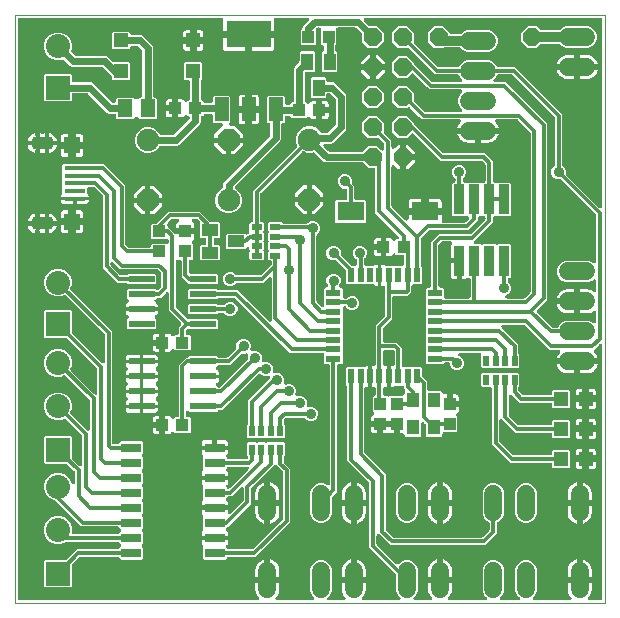
<source format=gtl>
G04 EAGLE Gerber RS-274X export*
G75*
%MOMM*%
%FSLAX34Y34*%
%LPD*%
%INTop Copper*%
%IPPOS*%
%AMOC8*
5,1,8,0,0,1.08239X$1,22.5*%
G01*
%ADD10C,0.000000*%
%ADD11R,1.200000X1.200000*%
%ADD12R,1.100000X1.000000*%
%ADD13R,1.800000X0.400000*%
%ADD14R,1.400000X1.400000*%
%ADD15C,1.228000*%
%ADD16C,1.524000*%
%ADD17R,0.558800X1.270000*%
%ADD18R,1.270000X0.558800*%
%ADD19R,1.200000X2.000000*%
%ADD20R,3.800000X2.300000*%
%ADD21R,2.200000X0.600000*%
%ADD22R,1.700000X0.800000*%
%ADD23R,0.500000X0.900000*%
%ADD24R,2.032000X2.032000*%
%ADD25C,2.032000*%
%ADD26R,1.000000X1.100000*%
%ADD27R,1.000000X1.400000*%
%ADD28R,1.300000X1.500000*%
%ADD29R,1.400000X1.000000*%
%ADD30C,1.905000*%
%ADD31P,2.061953X8X292.500000*%
%ADD32R,0.900000X0.500000*%
%ADD33P,1.649562X8X22.500000*%
%ADD34P,2.061953X8X112.500000*%
%ADD35R,0.889000X2.540000*%
%ADD36P,1.649562X8X292.500000*%
%ADD37R,2.300000X1.600000*%
%ADD38R,1.100000X1.300000*%
%ADD39C,0.904800*%
%ADD40C,0.304800*%
%ADD41C,0.609600*%
%ADD42C,0.812800*%

G36*
X205699Y2552D02*
X205699Y2552D01*
X205800Y2554D01*
X205872Y2572D01*
X205946Y2581D01*
X206040Y2614D01*
X206138Y2639D01*
X206204Y2673D01*
X206274Y2698D01*
X206358Y2753D01*
X206447Y2799D01*
X206504Y2847D01*
X206567Y2887D01*
X206636Y2959D01*
X206713Y3024D01*
X206757Y3084D01*
X206809Y3138D01*
X206860Y3224D01*
X206920Y3305D01*
X206949Y3373D01*
X206988Y3437D01*
X207018Y3532D01*
X207058Y3625D01*
X207071Y3698D01*
X207094Y3769D01*
X207102Y3869D01*
X207120Y3968D01*
X207116Y4042D01*
X207122Y4116D01*
X207107Y4215D01*
X207102Y4316D01*
X207081Y4387D01*
X207070Y4461D01*
X207033Y4554D01*
X207005Y4651D01*
X206969Y4716D01*
X206941Y4785D01*
X206884Y4867D01*
X206835Y4955D01*
X206770Y5031D01*
X206742Y5071D01*
X206716Y5095D01*
X206676Y5141D01*
X206181Y5636D01*
X205241Y6930D01*
X204515Y8355D01*
X204021Y9876D01*
X203771Y11456D01*
X203771Y17336D01*
X212915Y17336D01*
X212941Y17339D01*
X212968Y17337D01*
X213114Y17359D01*
X213262Y17376D01*
X213286Y17385D01*
X213312Y17389D01*
X213450Y17444D01*
X213590Y17494D01*
X213612Y17508D01*
X213636Y17518D01*
X213758Y17602D01*
X213882Y17683D01*
X213901Y17702D01*
X213922Y17716D01*
X213936Y17732D01*
X214021Y17650D01*
X214044Y17637D01*
X214063Y17619D01*
X214193Y17547D01*
X214321Y17471D01*
X214346Y17463D01*
X214369Y17451D01*
X214511Y17410D01*
X214653Y17365D01*
X214679Y17363D01*
X214704Y17356D01*
X214948Y17336D01*
X224092Y17336D01*
X224092Y11456D01*
X223842Y9876D01*
X223348Y8355D01*
X222622Y6930D01*
X221682Y5636D01*
X221187Y5141D01*
X221124Y5063D01*
X221054Y4990D01*
X221016Y4926D01*
X220970Y4868D01*
X220927Y4777D01*
X220875Y4691D01*
X220853Y4620D01*
X220821Y4553D01*
X220800Y4455D01*
X220769Y4359D01*
X220763Y4285D01*
X220748Y4212D01*
X220749Y4112D01*
X220741Y4012D01*
X220752Y3938D01*
X220754Y3864D01*
X220778Y3767D01*
X220793Y3667D01*
X220820Y3598D01*
X220839Y3526D01*
X220885Y3437D01*
X220922Y3343D01*
X220964Y3282D01*
X220998Y3216D01*
X221063Y3139D01*
X221121Y3057D01*
X221176Y3007D01*
X221224Y2951D01*
X221305Y2891D01*
X221379Y2824D01*
X221445Y2788D01*
X221504Y2743D01*
X221596Y2704D01*
X221684Y2655D01*
X221756Y2635D01*
X221824Y2605D01*
X221923Y2588D01*
X222020Y2560D01*
X222120Y2552D01*
X222167Y2544D01*
X222203Y2546D01*
X222264Y2541D01*
X252248Y2541D01*
X252348Y2552D01*
X252448Y2554D01*
X252521Y2572D01*
X252594Y2581D01*
X252689Y2614D01*
X252786Y2639D01*
X252853Y2673D01*
X252923Y2698D01*
X253007Y2753D01*
X253096Y2799D01*
X253153Y2847D01*
X253215Y2887D01*
X253285Y2959D01*
X253362Y3024D01*
X253406Y3084D01*
X253458Y3138D01*
X253509Y3224D01*
X253569Y3305D01*
X253598Y3373D01*
X253636Y3437D01*
X253667Y3533D01*
X253707Y3625D01*
X253720Y3698D01*
X253743Y3769D01*
X253751Y3869D01*
X253768Y3968D01*
X253765Y4042D01*
X253771Y4116D01*
X253756Y4216D01*
X253751Y4316D01*
X253730Y4387D01*
X253719Y4461D01*
X253682Y4554D01*
X253654Y4651D01*
X253618Y4716D01*
X253590Y4785D01*
X253533Y4867D01*
X253484Y4955D01*
X253419Y5031D01*
X253391Y5071D01*
X253365Y5095D01*
X253325Y5141D01*
X251391Y7075D01*
X249999Y10437D01*
X249999Y29314D01*
X251391Y32676D01*
X253963Y35248D01*
X257325Y36640D01*
X260962Y36640D01*
X264324Y35248D01*
X266896Y32676D01*
X268288Y29314D01*
X268288Y10437D01*
X266896Y7075D01*
X264962Y5141D01*
X264899Y5063D01*
X264829Y4990D01*
X264791Y4926D01*
X264745Y4868D01*
X264702Y4777D01*
X264651Y4691D01*
X264628Y4620D01*
X264596Y4553D01*
X264575Y4455D01*
X264544Y4359D01*
X264538Y4285D01*
X264523Y4212D01*
X264524Y4112D01*
X264516Y4012D01*
X264527Y3938D01*
X264529Y3864D01*
X264553Y3767D01*
X264568Y3667D01*
X264596Y3598D01*
X264614Y3526D01*
X264660Y3437D01*
X264697Y3343D01*
X264739Y3282D01*
X264773Y3216D01*
X264838Y3140D01*
X264896Y3057D01*
X264951Y3007D01*
X264999Y2951D01*
X265080Y2891D01*
X265155Y2824D01*
X265220Y2788D01*
X265279Y2743D01*
X265372Y2704D01*
X265460Y2655D01*
X265531Y2635D01*
X265599Y2605D01*
X265698Y2588D01*
X265795Y2560D01*
X265895Y2552D01*
X265943Y2544D01*
X265978Y2546D01*
X266039Y2541D01*
X278624Y2541D01*
X278724Y2552D01*
X278825Y2554D01*
X278897Y2572D01*
X278971Y2581D01*
X279065Y2614D01*
X279163Y2639D01*
X279229Y2673D01*
X279299Y2698D01*
X279383Y2753D01*
X279472Y2799D01*
X279529Y2847D01*
X279592Y2887D01*
X279661Y2959D01*
X279738Y3024D01*
X279782Y3084D01*
X279834Y3138D01*
X279885Y3224D01*
X279945Y3305D01*
X279974Y3373D01*
X280013Y3437D01*
X280043Y3532D01*
X280083Y3625D01*
X280096Y3698D01*
X280119Y3769D01*
X280127Y3869D01*
X280145Y3968D01*
X280141Y4042D01*
X280147Y4116D01*
X280132Y4215D01*
X280127Y4316D01*
X280106Y4387D01*
X280095Y4461D01*
X280058Y4554D01*
X280030Y4651D01*
X279994Y4716D01*
X279966Y4785D01*
X279909Y4867D01*
X279860Y4955D01*
X279795Y5031D01*
X279767Y5071D01*
X279741Y5095D01*
X279701Y5141D01*
X279206Y5636D01*
X278266Y6930D01*
X277540Y8355D01*
X277046Y9876D01*
X276796Y11456D01*
X276796Y17336D01*
X285940Y17336D01*
X285966Y17339D01*
X285993Y17337D01*
X286139Y17359D01*
X286287Y17376D01*
X286311Y17385D01*
X286337Y17389D01*
X286475Y17444D01*
X286615Y17494D01*
X286637Y17508D01*
X286661Y17518D01*
X286783Y17602D01*
X286907Y17683D01*
X286926Y17702D01*
X286947Y17716D01*
X286961Y17732D01*
X287046Y17650D01*
X287069Y17637D01*
X287088Y17619D01*
X287218Y17547D01*
X287346Y17471D01*
X287371Y17463D01*
X287394Y17451D01*
X287536Y17410D01*
X287678Y17365D01*
X287704Y17363D01*
X287729Y17356D01*
X287973Y17336D01*
X297117Y17336D01*
X297117Y11456D01*
X296867Y9876D01*
X296373Y8355D01*
X295647Y6930D01*
X294707Y5636D01*
X294212Y5141D01*
X294149Y5063D01*
X294079Y4990D01*
X294041Y4926D01*
X293995Y4868D01*
X293952Y4777D01*
X293900Y4691D01*
X293878Y4620D01*
X293846Y4553D01*
X293825Y4455D01*
X293794Y4359D01*
X293788Y4285D01*
X293773Y4212D01*
X293774Y4112D01*
X293766Y4012D01*
X293777Y3938D01*
X293779Y3864D01*
X293803Y3767D01*
X293818Y3667D01*
X293845Y3598D01*
X293864Y3526D01*
X293910Y3437D01*
X293947Y3343D01*
X293989Y3282D01*
X294023Y3216D01*
X294088Y3139D01*
X294146Y3057D01*
X294201Y3007D01*
X294249Y2951D01*
X294330Y2891D01*
X294404Y2824D01*
X294470Y2788D01*
X294529Y2743D01*
X294621Y2704D01*
X294709Y2655D01*
X294781Y2635D01*
X294849Y2605D01*
X294948Y2588D01*
X295045Y2560D01*
X295145Y2552D01*
X295192Y2544D01*
X295228Y2546D01*
X295289Y2541D01*
X325273Y2541D01*
X325373Y2552D01*
X325473Y2554D01*
X325546Y2572D01*
X325619Y2581D01*
X325714Y2614D01*
X325811Y2639D01*
X325878Y2673D01*
X325948Y2698D01*
X326032Y2753D01*
X326121Y2799D01*
X326178Y2847D01*
X326240Y2887D01*
X326310Y2959D01*
X326387Y3024D01*
X326431Y3084D01*
X326483Y3138D01*
X326534Y3224D01*
X326594Y3305D01*
X326623Y3373D01*
X326661Y3437D01*
X326692Y3533D01*
X326732Y3625D01*
X326745Y3698D01*
X326768Y3769D01*
X326776Y3869D01*
X326793Y3968D01*
X326790Y4042D01*
X326796Y4116D01*
X326781Y4216D01*
X326776Y4316D01*
X326755Y4387D01*
X326744Y4461D01*
X326707Y4554D01*
X326679Y4651D01*
X326643Y4716D01*
X326615Y4785D01*
X326558Y4867D01*
X326509Y4955D01*
X326444Y5031D01*
X326416Y5071D01*
X326390Y5095D01*
X326350Y5141D01*
X324416Y7075D01*
X323024Y10437D01*
X323024Y24078D01*
X323009Y24203D01*
X323003Y24330D01*
X322989Y24376D01*
X322984Y24424D01*
X322941Y24543D01*
X322906Y24664D01*
X322883Y24707D01*
X322866Y24752D01*
X322798Y24858D01*
X322736Y24969D01*
X322697Y25015D01*
X322677Y25045D01*
X322643Y25078D01*
X322578Y25155D01*
X300164Y47569D01*
X300164Y101294D01*
X300149Y101419D01*
X300143Y101546D01*
X300129Y101592D01*
X300124Y101640D01*
X300081Y101759D01*
X300046Y101880D01*
X300023Y101923D01*
X300006Y101968D01*
X299938Y102074D01*
X299876Y102185D01*
X299837Y102231D01*
X299817Y102261D01*
X299783Y102294D01*
X299718Y102371D01*
X281689Y120400D01*
X281689Y183142D01*
X281674Y183267D01*
X281668Y183393D01*
X281654Y183440D01*
X281649Y183488D01*
X281606Y183607D01*
X281571Y183728D01*
X281548Y183770D01*
X281531Y183816D01*
X281463Y183922D01*
X281401Y184032D01*
X281362Y184079D01*
X281342Y184109D01*
X281308Y184142D01*
X281243Y184219D01*
X280419Y185042D01*
X280419Y199006D01*
X281312Y199899D01*
X295244Y199899D01*
X295370Y199913D01*
X295496Y199920D01*
X295542Y199933D01*
X295590Y199939D01*
X295709Y199981D01*
X295831Y200016D01*
X295873Y200040D01*
X295918Y200056D01*
X296025Y200125D01*
X296135Y200186D01*
X296181Y200226D01*
X296211Y200245D01*
X296245Y200280D01*
X296321Y200345D01*
X296383Y200407D01*
X296963Y200742D01*
X297609Y200915D01*
X299214Y200915D01*
X299214Y192024D01*
X299214Y183133D01*
X297576Y183133D01*
X297482Y183141D01*
X297359Y183159D01*
X297308Y183155D01*
X297257Y183159D01*
X297135Y183141D01*
X297012Y183130D01*
X296963Y183115D01*
X296913Y183107D01*
X296798Y183061D01*
X296680Y183024D01*
X296636Y182997D01*
X296589Y182978D01*
X296487Y182908D01*
X296381Y182844D01*
X296345Y182809D01*
X296303Y182780D01*
X296220Y182688D01*
X296131Y182602D01*
X296103Y182559D01*
X296069Y182521D01*
X296009Y182412D01*
X295943Y182309D01*
X295925Y182261D01*
X295901Y182216D01*
X295867Y182097D01*
X295826Y181980D01*
X295820Y181930D01*
X295806Y181880D01*
X295786Y181637D01*
X295786Y128256D01*
X295801Y128131D01*
X295807Y128004D01*
X295821Y127958D01*
X295826Y127910D01*
X295869Y127791D01*
X295904Y127670D01*
X295927Y127627D01*
X295944Y127582D01*
X296012Y127476D01*
X296074Y127365D01*
X296113Y127319D01*
X296133Y127289D01*
X296167Y127256D01*
X296232Y127179D01*
X311967Y111445D01*
X314199Y109213D01*
X314199Y62219D01*
X314213Y62093D01*
X314220Y61967D01*
X314233Y61921D01*
X314239Y61873D01*
X314281Y61754D01*
X314316Y61632D01*
X314340Y61590D01*
X314356Y61544D01*
X314425Y61438D01*
X314486Y61328D01*
X314526Y61282D01*
X314545Y61252D01*
X314580Y61218D01*
X314645Y61142D01*
X319904Y55882D01*
X320003Y55804D01*
X320097Y55719D01*
X320139Y55696D01*
X320177Y55666D01*
X320291Y55612D01*
X320402Y55551D01*
X320449Y55537D01*
X320492Y55517D01*
X320616Y55490D01*
X320738Y55456D01*
X320798Y55451D01*
X320833Y55443D01*
X320881Y55444D01*
X320981Y55436D01*
X394981Y55436D01*
X395107Y55451D01*
X395233Y55457D01*
X395279Y55471D01*
X395327Y55476D01*
X395446Y55519D01*
X395568Y55554D01*
X395610Y55577D01*
X395656Y55594D01*
X395762Y55662D01*
X395872Y55724D01*
X395918Y55763D01*
X395948Y55783D01*
X395982Y55817D01*
X396058Y55882D01*
X401699Y61523D01*
X401777Y61622D01*
X401862Y61716D01*
X401885Y61758D01*
X401915Y61796D01*
X401969Y61910D01*
X402030Y62021D01*
X402044Y62067D01*
X402064Y62111D01*
X402091Y62234D01*
X402125Y62356D01*
X402130Y62417D01*
X402138Y62452D01*
X402137Y62500D01*
X402145Y62600D01*
X402145Y67626D01*
X402136Y67702D01*
X402137Y67779D01*
X402116Y67875D01*
X402105Y67973D01*
X402079Y68044D01*
X402063Y68119D01*
X402021Y68208D01*
X401987Y68301D01*
X401946Y68365D01*
X401913Y68434D01*
X401852Y68511D01*
X401798Y68593D01*
X401743Y68647D01*
X401696Y68706D01*
X401619Y68767D01*
X401548Y68836D01*
X401482Y68875D01*
X401422Y68922D01*
X401289Y68990D01*
X401249Y69014D01*
X401231Y69020D01*
X401204Y69034D01*
X400013Y69527D01*
X397441Y72099D01*
X396049Y75461D01*
X396049Y94338D01*
X397441Y97700D01*
X400013Y100272D01*
X403375Y101664D01*
X407012Y101664D01*
X410374Y100272D01*
X412946Y97700D01*
X414338Y94338D01*
X414338Y75461D01*
X412946Y72099D01*
X410374Y69527D01*
X409183Y69034D01*
X409116Y68996D01*
X409045Y68968D01*
X408964Y68912D01*
X408878Y68864D01*
X408821Y68813D01*
X408759Y68769D01*
X408693Y68696D01*
X408620Y68630D01*
X408576Y68567D01*
X408525Y68511D01*
X408478Y68424D01*
X408422Y68343D01*
X408394Y68272D01*
X408357Y68206D01*
X408330Y68111D01*
X408294Y68019D01*
X408283Y67944D01*
X408262Y67870D01*
X408250Y67721D01*
X408243Y67674D01*
X408245Y67655D01*
X408242Y67626D01*
X408242Y59443D01*
X398138Y49339D01*
X317825Y49339D01*
X315593Y51571D01*
X308862Y58302D01*
X308783Y58364D01*
X308711Y58434D01*
X308647Y58472D01*
X308589Y58518D01*
X308498Y58561D01*
X308412Y58613D01*
X308341Y58636D01*
X308273Y58667D01*
X308175Y58689D01*
X308080Y58719D01*
X308005Y58725D01*
X307933Y58741D01*
X307832Y58739D01*
X307732Y58747D01*
X307659Y58736D01*
X307584Y58735D01*
X307487Y58710D01*
X307388Y58695D01*
X307319Y58668D01*
X307246Y58650D01*
X307157Y58604D01*
X307064Y58567D01*
X307003Y58524D01*
X306937Y58490D01*
X306860Y58425D01*
X306778Y58368D01*
X306728Y58313D01*
X306671Y58264D01*
X306611Y58184D01*
X306544Y58109D01*
X306508Y58044D01*
X306464Y57984D01*
X306424Y57892D01*
X306376Y57804D01*
X306355Y57732D01*
X306326Y57664D01*
X306308Y57565D01*
X306281Y57469D01*
X306273Y57369D01*
X306264Y57321D01*
X306266Y57285D01*
X306261Y57225D01*
X306261Y50725D01*
X306276Y50600D01*
X306282Y50473D01*
X306296Y50427D01*
X306301Y50379D01*
X306344Y50260D01*
X306379Y50139D01*
X306402Y50097D01*
X306419Y50051D01*
X306487Y49945D01*
X306549Y49834D01*
X306588Y49788D01*
X306608Y49758D01*
X306642Y49725D01*
X306707Y49648D01*
X322971Y33385D01*
X322991Y33368D01*
X323008Y33348D01*
X323128Y33260D01*
X323244Y33168D01*
X323268Y33157D01*
X323289Y33141D01*
X323425Y33082D01*
X323559Y33019D01*
X323585Y33014D01*
X323609Y33003D01*
X323755Y32977D01*
X323900Y32946D01*
X323926Y32946D01*
X323952Y32942D01*
X324100Y32949D01*
X324248Y32952D01*
X324274Y32958D01*
X324300Y32959D01*
X324442Y33001D01*
X324586Y33037D01*
X324609Y33049D01*
X324635Y33056D01*
X324764Y33128D01*
X324896Y33196D01*
X324916Y33213D01*
X324939Y33226D01*
X325125Y33385D01*
X326988Y35248D01*
X330350Y36640D01*
X333987Y36640D01*
X337349Y35248D01*
X339921Y32676D01*
X341313Y29314D01*
X341313Y10437D01*
X339921Y7075D01*
X337987Y5141D01*
X337924Y5063D01*
X337854Y4990D01*
X337816Y4926D01*
X337770Y4868D01*
X337727Y4777D01*
X337676Y4691D01*
X337653Y4620D01*
X337621Y4553D01*
X337600Y4455D01*
X337569Y4359D01*
X337563Y4285D01*
X337548Y4212D01*
X337549Y4112D01*
X337541Y4012D01*
X337552Y3938D01*
X337554Y3864D01*
X337578Y3767D01*
X337593Y3667D01*
X337621Y3598D01*
X337639Y3526D01*
X337685Y3437D01*
X337722Y3343D01*
X337764Y3282D01*
X337798Y3216D01*
X337863Y3140D01*
X337921Y3057D01*
X337976Y3007D01*
X338024Y2951D01*
X338105Y2891D01*
X338180Y2824D01*
X338245Y2788D01*
X338304Y2743D01*
X338397Y2704D01*
X338485Y2655D01*
X338556Y2635D01*
X338624Y2605D01*
X338723Y2588D01*
X338820Y2560D01*
X338920Y2552D01*
X338968Y2544D01*
X339003Y2546D01*
X339064Y2541D01*
X351649Y2541D01*
X351749Y2552D01*
X351850Y2554D01*
X351922Y2572D01*
X351996Y2581D01*
X352090Y2614D01*
X352188Y2639D01*
X352254Y2673D01*
X352324Y2698D01*
X352408Y2753D01*
X352497Y2799D01*
X352554Y2847D01*
X352617Y2887D01*
X352686Y2959D01*
X352763Y3024D01*
X352807Y3084D01*
X352859Y3138D01*
X352910Y3224D01*
X352970Y3305D01*
X352999Y3373D01*
X353038Y3437D01*
X353068Y3532D01*
X353108Y3625D01*
X353121Y3698D01*
X353144Y3769D01*
X353152Y3869D01*
X353170Y3968D01*
X353166Y4042D01*
X353172Y4116D01*
X353157Y4215D01*
X353152Y4316D01*
X353131Y4387D01*
X353120Y4461D01*
X353083Y4554D01*
X353055Y4651D01*
X353019Y4716D01*
X352991Y4785D01*
X352934Y4867D01*
X352885Y4955D01*
X352820Y5031D01*
X352792Y5071D01*
X352766Y5095D01*
X352726Y5141D01*
X352231Y5636D01*
X351291Y6930D01*
X350565Y8355D01*
X350071Y9876D01*
X349821Y11456D01*
X349821Y17336D01*
X358965Y17336D01*
X358991Y17339D01*
X359018Y17337D01*
X359164Y17359D01*
X359312Y17376D01*
X359336Y17385D01*
X359362Y17389D01*
X359500Y17444D01*
X359640Y17494D01*
X359662Y17508D01*
X359686Y17518D01*
X359808Y17602D01*
X359932Y17683D01*
X359951Y17702D01*
X359972Y17716D01*
X359986Y17732D01*
X360071Y17650D01*
X360094Y17637D01*
X360113Y17619D01*
X360243Y17547D01*
X360371Y17471D01*
X360396Y17463D01*
X360419Y17451D01*
X360561Y17410D01*
X360703Y17365D01*
X360729Y17363D01*
X360754Y17356D01*
X360998Y17336D01*
X370142Y17336D01*
X370142Y11456D01*
X369892Y9876D01*
X369398Y8355D01*
X368672Y6930D01*
X367732Y5636D01*
X367237Y5141D01*
X367174Y5063D01*
X367104Y4990D01*
X367066Y4926D01*
X367020Y4868D01*
X366977Y4777D01*
X366925Y4691D01*
X366903Y4620D01*
X366871Y4553D01*
X366850Y4455D01*
X366819Y4359D01*
X366813Y4285D01*
X366798Y4212D01*
X366799Y4112D01*
X366791Y4012D01*
X366802Y3938D01*
X366804Y3864D01*
X366828Y3767D01*
X366843Y3667D01*
X366870Y3598D01*
X366889Y3526D01*
X366935Y3437D01*
X366972Y3343D01*
X367014Y3282D01*
X367048Y3216D01*
X367113Y3139D01*
X367171Y3057D01*
X367226Y3007D01*
X367274Y2951D01*
X367355Y2891D01*
X367429Y2824D01*
X367495Y2788D01*
X367554Y2743D01*
X367646Y2704D01*
X367734Y2655D01*
X367806Y2635D01*
X367874Y2605D01*
X367973Y2588D01*
X368070Y2560D01*
X368170Y2552D01*
X368217Y2544D01*
X368253Y2546D01*
X368314Y2541D01*
X398298Y2541D01*
X398398Y2552D01*
X398498Y2554D01*
X398571Y2572D01*
X398644Y2581D01*
X398739Y2614D01*
X398836Y2639D01*
X398903Y2673D01*
X398973Y2698D01*
X399057Y2753D01*
X399146Y2799D01*
X399203Y2847D01*
X399265Y2887D01*
X399335Y2959D01*
X399412Y3024D01*
X399456Y3084D01*
X399508Y3138D01*
X399559Y3224D01*
X399619Y3305D01*
X399648Y3373D01*
X399686Y3437D01*
X399717Y3533D01*
X399757Y3625D01*
X399770Y3698D01*
X399793Y3769D01*
X399801Y3869D01*
X399818Y3968D01*
X399815Y4042D01*
X399821Y4116D01*
X399806Y4216D01*
X399801Y4316D01*
X399780Y4387D01*
X399769Y4461D01*
X399732Y4554D01*
X399704Y4651D01*
X399668Y4716D01*
X399640Y4785D01*
X399583Y4867D01*
X399534Y4955D01*
X399469Y5031D01*
X399441Y5071D01*
X399415Y5095D01*
X399375Y5141D01*
X397441Y7075D01*
X396049Y10437D01*
X396049Y29314D01*
X397441Y32676D01*
X400013Y35248D01*
X403375Y36640D01*
X407012Y36640D01*
X410374Y35248D01*
X412946Y32676D01*
X414338Y29314D01*
X414338Y10437D01*
X412946Y7075D01*
X411012Y5141D01*
X410949Y5063D01*
X410879Y4990D01*
X410841Y4926D01*
X410795Y4868D01*
X410752Y4777D01*
X410701Y4691D01*
X410678Y4620D01*
X410646Y4553D01*
X410625Y4455D01*
X410594Y4359D01*
X410588Y4285D01*
X410573Y4212D01*
X410574Y4112D01*
X410566Y4012D01*
X410577Y3938D01*
X410579Y3864D01*
X410603Y3767D01*
X410618Y3667D01*
X410646Y3598D01*
X410664Y3526D01*
X410710Y3437D01*
X410747Y3343D01*
X410789Y3282D01*
X410823Y3216D01*
X410888Y3140D01*
X410946Y3057D01*
X411001Y3007D01*
X411049Y2951D01*
X411130Y2891D01*
X411205Y2824D01*
X411270Y2788D01*
X411329Y2743D01*
X411422Y2704D01*
X411510Y2655D01*
X411581Y2635D01*
X411649Y2605D01*
X411748Y2588D01*
X411845Y2560D01*
X411945Y2552D01*
X411993Y2544D01*
X412028Y2546D01*
X412089Y2541D01*
X426111Y2541D01*
X426211Y2552D01*
X426311Y2554D01*
X426384Y2572D01*
X426457Y2581D01*
X426552Y2614D01*
X426649Y2639D01*
X426716Y2673D01*
X426786Y2698D01*
X426870Y2753D01*
X426959Y2799D01*
X427016Y2847D01*
X427078Y2887D01*
X427148Y2959D01*
X427225Y3024D01*
X427269Y3084D01*
X427321Y3138D01*
X427372Y3224D01*
X427432Y3305D01*
X427461Y3373D01*
X427499Y3437D01*
X427530Y3533D01*
X427570Y3625D01*
X427583Y3698D01*
X427606Y3769D01*
X427614Y3869D01*
X427631Y3968D01*
X427628Y4042D01*
X427634Y4116D01*
X427619Y4216D01*
X427614Y4316D01*
X427593Y4387D01*
X427582Y4461D01*
X427545Y4554D01*
X427517Y4651D01*
X427481Y4716D01*
X427453Y4785D01*
X427396Y4867D01*
X427347Y4955D01*
X427282Y5031D01*
X427254Y5071D01*
X427228Y5095D01*
X427188Y5141D01*
X425254Y7075D01*
X423862Y10437D01*
X423862Y29314D01*
X425254Y32676D01*
X427826Y35248D01*
X431188Y36640D01*
X434825Y36640D01*
X438187Y35248D01*
X440759Y32676D01*
X442151Y29314D01*
X442151Y10437D01*
X440759Y7075D01*
X438825Y5141D01*
X438762Y5063D01*
X438692Y4990D01*
X438654Y4926D01*
X438608Y4868D01*
X438565Y4777D01*
X438514Y4691D01*
X438491Y4620D01*
X438459Y4553D01*
X438438Y4455D01*
X438407Y4359D01*
X438401Y4285D01*
X438386Y4212D01*
X438387Y4112D01*
X438379Y4012D01*
X438390Y3938D01*
X438392Y3864D01*
X438416Y3767D01*
X438431Y3667D01*
X438459Y3598D01*
X438477Y3526D01*
X438523Y3437D01*
X438560Y3343D01*
X438602Y3282D01*
X438636Y3216D01*
X438701Y3140D01*
X438759Y3057D01*
X438814Y3007D01*
X438862Y2951D01*
X438943Y2891D01*
X439018Y2824D01*
X439083Y2788D01*
X439142Y2743D01*
X439235Y2704D01*
X439323Y2655D01*
X439394Y2635D01*
X439462Y2605D01*
X439561Y2588D01*
X439658Y2560D01*
X439758Y2552D01*
X439806Y2544D01*
X439841Y2546D01*
X439902Y2541D01*
X469886Y2541D01*
X469986Y2552D01*
X470087Y2554D01*
X470159Y2572D01*
X470233Y2581D01*
X470327Y2614D01*
X470425Y2639D01*
X470491Y2673D01*
X470561Y2698D01*
X470645Y2753D01*
X470734Y2799D01*
X470791Y2847D01*
X470854Y2887D01*
X470923Y2959D01*
X471000Y3024D01*
X471044Y3084D01*
X471096Y3138D01*
X471147Y3224D01*
X471207Y3305D01*
X471236Y3373D01*
X471275Y3437D01*
X471305Y3532D01*
X471345Y3625D01*
X471358Y3698D01*
X471381Y3769D01*
X471389Y3869D01*
X471407Y3968D01*
X471403Y4042D01*
X471409Y4116D01*
X471394Y4215D01*
X471389Y4316D01*
X471368Y4387D01*
X471357Y4461D01*
X471320Y4554D01*
X471292Y4651D01*
X471256Y4716D01*
X471228Y4785D01*
X471171Y4867D01*
X471122Y4955D01*
X471057Y5031D01*
X471029Y5071D01*
X471003Y5095D01*
X470963Y5141D01*
X470468Y5636D01*
X469528Y6930D01*
X468802Y8355D01*
X468308Y9876D01*
X468058Y11456D01*
X468058Y17336D01*
X477202Y17336D01*
X477228Y17339D01*
X477255Y17337D01*
X477401Y17359D01*
X477549Y17376D01*
X477573Y17385D01*
X477599Y17389D01*
X477737Y17444D01*
X477877Y17494D01*
X477899Y17508D01*
X477923Y17518D01*
X478045Y17602D01*
X478169Y17683D01*
X478188Y17702D01*
X478209Y17716D01*
X478223Y17732D01*
X478308Y17650D01*
X478331Y17637D01*
X478350Y17619D01*
X478480Y17547D01*
X478608Y17471D01*
X478633Y17463D01*
X478656Y17451D01*
X478798Y17410D01*
X478940Y17365D01*
X478966Y17363D01*
X478991Y17356D01*
X479235Y17336D01*
X488379Y17336D01*
X488379Y11456D01*
X488129Y9876D01*
X487635Y8355D01*
X486909Y6930D01*
X485969Y5636D01*
X485474Y5141D01*
X485411Y5063D01*
X485341Y4990D01*
X485303Y4926D01*
X485257Y4868D01*
X485214Y4777D01*
X485162Y4691D01*
X485140Y4620D01*
X485108Y4553D01*
X485087Y4455D01*
X485056Y4359D01*
X485050Y4285D01*
X485035Y4212D01*
X485036Y4112D01*
X485028Y4012D01*
X485039Y3938D01*
X485041Y3864D01*
X485065Y3767D01*
X485080Y3667D01*
X485107Y3598D01*
X485126Y3526D01*
X485172Y3437D01*
X485209Y3343D01*
X485251Y3282D01*
X485285Y3216D01*
X485350Y3139D01*
X485408Y3057D01*
X485463Y3007D01*
X485511Y2951D01*
X485592Y2891D01*
X485666Y2824D01*
X485732Y2788D01*
X485791Y2743D01*
X485883Y2704D01*
X485971Y2655D01*
X486043Y2635D01*
X486111Y2605D01*
X486210Y2588D01*
X486307Y2560D01*
X486407Y2552D01*
X486454Y2544D01*
X486490Y2546D01*
X486551Y2541D01*
X495874Y2541D01*
X495900Y2544D01*
X495926Y2542D01*
X496072Y2564D01*
X496220Y2581D01*
X496244Y2589D01*
X496270Y2593D01*
X496408Y2648D01*
X496548Y2698D01*
X496570Y2712D01*
X496594Y2722D01*
X496716Y2807D01*
X496841Y2887D01*
X496859Y2906D01*
X496880Y2921D01*
X496979Y3031D01*
X497083Y3138D01*
X497096Y3160D01*
X497114Y3180D01*
X497186Y3310D01*
X497262Y3437D01*
X497270Y3462D01*
X497282Y3485D01*
X497323Y3628D01*
X497368Y3769D01*
X497370Y3795D01*
X497377Y3820D01*
X497397Y4064D01*
X497397Y217945D01*
X497385Y218045D01*
X497384Y218145D01*
X497365Y218218D01*
X497357Y218291D01*
X497323Y218386D01*
X497299Y218483D01*
X497264Y218550D01*
X497239Y218620D01*
X497185Y218704D01*
X497139Y218793D01*
X497091Y218850D01*
X497050Y218912D01*
X496978Y218982D01*
X496913Y219059D01*
X496853Y219103D01*
X496800Y219155D01*
X496714Y219206D01*
X496633Y219266D01*
X496564Y219295D01*
X496501Y219333D01*
X496405Y219364D01*
X496313Y219404D01*
X496240Y219417D01*
X496169Y219440D01*
X496069Y219448D01*
X495970Y219465D01*
X495895Y219462D01*
X495821Y219468D01*
X495722Y219453D01*
X495622Y219448D01*
X495550Y219427D01*
X495477Y219416D01*
X495383Y219379D01*
X495287Y219351D01*
X495222Y219315D01*
X495153Y219287D01*
X495070Y219230D01*
X494983Y219181D01*
X494906Y219116D01*
X494867Y219088D01*
X494843Y219062D01*
X494796Y219022D01*
X490478Y214704D01*
X490461Y214683D01*
X490441Y214666D01*
X490353Y214547D01*
X490261Y214431D01*
X490250Y214407D01*
X490234Y214386D01*
X490175Y214250D01*
X490112Y214115D01*
X490107Y214090D01*
X490096Y214066D01*
X490070Y213919D01*
X490039Y213775D01*
X490039Y213749D01*
X490034Y213723D01*
X490042Y213574D01*
X490045Y213426D01*
X490051Y213401D01*
X490052Y213375D01*
X490093Y213232D01*
X490130Y213088D01*
X490142Y213065D01*
X490149Y213040D01*
X490221Y212911D01*
X490289Y212778D01*
X490306Y212758D01*
X490319Y212736D01*
X490478Y212549D01*
X491620Y211407D01*
X492560Y210113D01*
X493286Y208688D01*
X493729Y207327D01*
X477266Y207327D01*
X477240Y207324D01*
X477214Y207326D01*
X477067Y207304D01*
X476920Y207287D01*
X476895Y207278D01*
X476869Y207274D01*
X476732Y207219D01*
X476592Y207169D01*
X476570Y207155D01*
X476545Y207145D01*
X476424Y207061D01*
X476299Y206980D01*
X476281Y206961D01*
X476259Y206947D01*
X476245Y206931D01*
X476160Y207013D01*
X476137Y207026D01*
X476118Y207044D01*
X475988Y207116D01*
X475861Y207192D01*
X475836Y207200D01*
X475813Y207212D01*
X475670Y207253D01*
X475529Y207298D01*
X475503Y207300D01*
X475478Y207307D01*
X475234Y207327D01*
X458771Y207327D01*
X459214Y208688D01*
X459940Y210113D01*
X460880Y211407D01*
X461311Y211838D01*
X461374Y211917D01*
X461444Y211989D01*
X461482Y212053D01*
X461528Y212111D01*
X461571Y212202D01*
X461623Y212288D01*
X461645Y212359D01*
X461677Y212426D01*
X461698Y212525D01*
X461729Y212620D01*
X461735Y212694D01*
X461750Y212767D01*
X461749Y212868D01*
X461757Y212968D01*
X461746Y213041D01*
X461744Y213116D01*
X461720Y213213D01*
X461705Y213312D01*
X461678Y213382D01*
X461659Y213454D01*
X461614Y213543D01*
X461576Y213636D01*
X461534Y213697D01*
X461500Y213763D01*
X461435Y213840D01*
X461377Y213922D01*
X461322Y213972D01*
X461274Y214029D01*
X461193Y214089D01*
X461119Y214156D01*
X461053Y214192D01*
X460994Y214236D01*
X460902Y214276D01*
X460814Y214324D01*
X460742Y214345D01*
X460674Y214374D01*
X460575Y214392D01*
X460478Y214419D01*
X460378Y214427D01*
X460331Y214436D01*
X460295Y214434D01*
X460234Y214439D01*
X452762Y214439D01*
X431746Y235455D01*
X431647Y235534D01*
X431553Y235618D01*
X431511Y235642D01*
X431473Y235672D01*
X431359Y235726D01*
X431248Y235787D01*
X431201Y235800D01*
X431158Y235821D01*
X431034Y235847D01*
X430912Y235882D01*
X430852Y235887D01*
X430817Y235894D01*
X430769Y235893D01*
X430669Y235901D01*
X413438Y235901D01*
X413338Y235890D01*
X413238Y235888D01*
X413165Y235870D01*
X413092Y235861D01*
X412997Y235828D01*
X412900Y235803D01*
X412833Y235769D01*
X412763Y235744D01*
X412679Y235689D01*
X412590Y235643D01*
X412533Y235595D01*
X412471Y235555D01*
X412401Y235483D01*
X412324Y235418D01*
X412280Y235358D01*
X412228Y235304D01*
X412177Y235218D01*
X412117Y235137D01*
X412088Y235069D01*
X412050Y235005D01*
X412019Y234909D01*
X411979Y234817D01*
X411966Y234744D01*
X411943Y234673D01*
X411935Y234573D01*
X411918Y234474D01*
X411921Y234400D01*
X411915Y234326D01*
X411930Y234226D01*
X411935Y234126D01*
X411956Y234055D01*
X411967Y233981D01*
X412004Y233888D01*
X412032Y233791D01*
X412068Y233726D01*
X412096Y233657D01*
X412153Y233575D01*
X412202Y233487D01*
X412267Y233411D01*
X412295Y233371D01*
X412321Y233347D01*
X412361Y233301D01*
X426211Y219450D01*
X426211Y211589D01*
X426226Y211463D01*
X426232Y211337D01*
X426246Y211290D01*
X426251Y211242D01*
X426294Y211123D01*
X426329Y211002D01*
X426352Y210960D01*
X426369Y210914D01*
X426437Y210808D01*
X426499Y210698D01*
X426538Y210651D01*
X426558Y210621D01*
X426592Y210588D01*
X426657Y210511D01*
X427187Y209982D01*
X427187Y199718D01*
X426294Y198825D01*
X419977Y198825D01*
X419967Y198833D01*
X419943Y198844D01*
X419922Y198860D01*
X419786Y198919D01*
X419652Y198982D01*
X419626Y198988D01*
X419602Y198998D01*
X419456Y199024D01*
X419311Y199056D01*
X419285Y199055D01*
X419259Y199060D01*
X419111Y199052D01*
X418962Y199050D01*
X418937Y199043D01*
X418911Y199042D01*
X418769Y199001D01*
X418624Y198965D01*
X418601Y198953D01*
X418576Y198945D01*
X418447Y198873D01*
X418354Y198825D01*
X411977Y198825D01*
X411967Y198833D01*
X411943Y198844D01*
X411922Y198860D01*
X411786Y198919D01*
X411651Y198982D01*
X411626Y198988D01*
X411602Y198998D01*
X411455Y199024D01*
X411311Y199056D01*
X411285Y199055D01*
X411259Y199060D01*
X411110Y199052D01*
X410962Y199050D01*
X410937Y199043D01*
X410911Y199042D01*
X410768Y199001D01*
X410624Y198965D01*
X410601Y198953D01*
X410576Y198945D01*
X410447Y198873D01*
X410354Y198825D01*
X403977Y198825D01*
X403967Y198833D01*
X403943Y198844D01*
X403922Y198860D01*
X403786Y198919D01*
X403652Y198982D01*
X403626Y198988D01*
X403602Y198998D01*
X403456Y199024D01*
X403311Y199056D01*
X403285Y199055D01*
X403259Y199060D01*
X403111Y199052D01*
X402962Y199050D01*
X402937Y199043D01*
X402911Y199042D01*
X402769Y199001D01*
X402624Y198965D01*
X402601Y198953D01*
X402576Y198945D01*
X402447Y198873D01*
X402354Y198825D01*
X396031Y198825D01*
X395138Y199718D01*
X395138Y210378D01*
X395135Y210404D01*
X395137Y210430D01*
X395115Y210577D01*
X395098Y210724D01*
X395089Y210749D01*
X395085Y210775D01*
X395030Y210913D01*
X394980Y211052D01*
X394966Y211074D01*
X394956Y211099D01*
X394872Y211220D01*
X394791Y211345D01*
X394772Y211363D01*
X394758Y211385D01*
X394648Y211484D01*
X394541Y211587D01*
X394518Y211601D01*
X394499Y211618D01*
X394369Y211690D01*
X394242Y211766D01*
X394217Y211774D01*
X394194Y211787D01*
X394051Y211827D01*
X393910Y211872D01*
X393884Y211874D01*
X393858Y211882D01*
X393615Y211901D01*
X377107Y211901D01*
X377057Y211896D01*
X377007Y211898D01*
X376885Y211876D01*
X376761Y211861D01*
X376714Y211844D01*
X376664Y211835D01*
X376550Y211786D01*
X376433Y211744D01*
X376391Y211717D01*
X376344Y211696D01*
X376245Y211622D01*
X376140Y211555D01*
X376105Y211519D01*
X376065Y211489D01*
X375984Y211394D01*
X375898Y211304D01*
X375872Y211261D01*
X375840Y211223D01*
X375783Y211112D01*
X375719Y211005D01*
X375704Y210957D01*
X375681Y210912D01*
X375651Y210792D01*
X375613Y210673D01*
X375609Y210623D01*
X375597Y210574D01*
X375595Y210450D01*
X375585Y210326D01*
X375592Y210276D01*
X375592Y210226D01*
X375618Y210104D01*
X375637Y209981D01*
X375655Y209934D01*
X375666Y209885D01*
X375719Y209773D01*
X375765Y209657D01*
X375794Y209616D01*
X375816Y209570D01*
X375893Y209473D01*
X375964Y209371D01*
X376001Y209338D01*
X376033Y209298D01*
X376131Y209221D01*
X376223Y209138D01*
X376267Y209113D01*
X376307Y209082D01*
X376524Y208971D01*
X378076Y208328D01*
X379778Y206626D01*
X380699Y204403D01*
X380699Y201997D01*
X379778Y199774D01*
X378076Y198072D01*
X375853Y197151D01*
X373447Y197151D01*
X371224Y198072D01*
X369522Y199774D01*
X368601Y201997D01*
X368601Y202378D01*
X368598Y202404D01*
X368600Y202430D01*
X368578Y202577D01*
X368561Y202724D01*
X368553Y202749D01*
X368549Y202775D01*
X368494Y202913D01*
X368444Y203052D01*
X368430Y203074D01*
X368420Y203099D01*
X368335Y203220D01*
X368255Y203345D01*
X368236Y203363D01*
X368221Y203385D01*
X368111Y203484D01*
X368004Y203587D01*
X367982Y203601D01*
X367962Y203618D01*
X367832Y203690D01*
X367705Y203766D01*
X367680Y203774D01*
X367657Y203787D01*
X367514Y203827D01*
X367373Y203872D01*
X367347Y203874D01*
X367322Y203882D01*
X367078Y203901D01*
X364546Y203901D01*
X364420Y203887D01*
X364294Y203880D01*
X364248Y203867D01*
X364200Y203861D01*
X364081Y203819D01*
X363959Y203784D01*
X363917Y203760D01*
X363872Y203744D01*
X363765Y203675D01*
X363655Y203614D01*
X363609Y203574D01*
X363579Y203555D01*
X363545Y203520D01*
X363469Y203455D01*
X362645Y202631D01*
X348682Y202631D01*
X347789Y203524D01*
X347789Y266376D01*
X348682Y267269D01*
X351092Y267269D01*
X351118Y267272D01*
X351144Y267270D01*
X351290Y267292D01*
X351438Y267309D01*
X351462Y267317D01*
X351488Y267321D01*
X351626Y267376D01*
X351766Y267426D01*
X351788Y267440D01*
X351812Y267450D01*
X351934Y267535D01*
X352059Y267615D01*
X352077Y267634D01*
X352098Y267649D01*
X352197Y267759D01*
X352301Y267866D01*
X352314Y267888D01*
X352332Y267908D01*
X352404Y268038D01*
X352480Y268165D01*
X352488Y268190D01*
X352500Y268213D01*
X352541Y268356D01*
X352586Y268497D01*
X352588Y268523D01*
X352595Y268548D01*
X352615Y268792D01*
X352615Y306126D01*
X359100Y312611D01*
X385456Y312611D01*
X385582Y312626D01*
X385708Y312632D01*
X385754Y312646D01*
X385802Y312651D01*
X385921Y312694D01*
X386043Y312729D01*
X386085Y312752D01*
X386131Y312769D01*
X386237Y312837D01*
X386347Y312899D01*
X386393Y312938D01*
X386423Y312958D01*
X386457Y312992D01*
X386533Y313057D01*
X398143Y324667D01*
X398221Y324766D01*
X398306Y324860D01*
X398329Y324902D01*
X398359Y324940D01*
X398413Y325054D01*
X398474Y325165D01*
X398488Y325211D01*
X398508Y325255D01*
X398535Y325378D01*
X398569Y325500D01*
X398574Y325561D01*
X398582Y325596D01*
X398581Y325644D01*
X398589Y325744D01*
X398589Y326165D01*
X398586Y326191D01*
X398588Y326217D01*
X398566Y326363D01*
X398549Y326511D01*
X398540Y326535D01*
X398536Y326561D01*
X398481Y326699D01*
X398431Y326839D01*
X398417Y326861D01*
X398407Y326885D01*
X398323Y327007D01*
X398242Y327132D01*
X398223Y327150D01*
X398209Y327171D01*
X398099Y327270D01*
X397992Y327374D01*
X397969Y327387D01*
X397950Y327405D01*
X397820Y327477D01*
X397693Y327553D01*
X397668Y327561D01*
X397645Y327573D01*
X397502Y327614D01*
X397361Y327659D01*
X397335Y327661D01*
X397309Y327668D01*
X397066Y327688D01*
X396561Y327688D01*
X396365Y327884D01*
X396344Y327900D01*
X396327Y327920D01*
X396208Y328009D01*
X396092Y328101D01*
X396068Y328112D01*
X396047Y328128D01*
X395911Y328186D01*
X395777Y328250D01*
X395751Y328255D01*
X395727Y328266D01*
X395581Y328292D01*
X395436Y328323D01*
X395410Y328323D01*
X395384Y328327D01*
X395235Y328320D01*
X395087Y328317D01*
X395062Y328311D01*
X395036Y328309D01*
X394893Y328268D01*
X394749Y328232D01*
X394726Y328220D01*
X394701Y328213D01*
X394572Y328140D01*
X394440Y328072D01*
X394420Y328055D01*
X394397Y328043D01*
X394210Y327884D01*
X394014Y327688D01*
X393509Y327688D01*
X393483Y327685D01*
X393457Y327687D01*
X393311Y327665D01*
X393163Y327648D01*
X393139Y327639D01*
X393113Y327635D01*
X392975Y327580D01*
X392835Y327530D01*
X392813Y327516D01*
X392789Y327506D01*
X392667Y327422D01*
X392542Y327341D01*
X392524Y327322D01*
X392503Y327308D01*
X392404Y327198D01*
X392300Y327091D01*
X392287Y327068D01*
X392269Y327049D01*
X392197Y326919D01*
X392121Y326792D01*
X392113Y326767D01*
X392101Y326744D01*
X392060Y326601D01*
X392015Y326460D01*
X392013Y326434D01*
X392006Y326408D01*
X391986Y326165D01*
X391986Y324175D01*
X383850Y316039D01*
X351581Y316039D01*
X351456Y316024D01*
X351329Y316018D01*
X351283Y316004D01*
X351235Y315999D01*
X351116Y315956D01*
X350995Y315921D01*
X350952Y315898D01*
X350907Y315881D01*
X350801Y315813D01*
X350690Y315751D01*
X350644Y315712D01*
X350614Y315692D01*
X350581Y315658D01*
X350504Y315593D01*
X344232Y309321D01*
X344154Y309222D01*
X344069Y309128D01*
X344046Y309086D01*
X344016Y309048D01*
X343962Y308934D01*
X343901Y308823D01*
X343887Y308776D01*
X343867Y308733D01*
X343840Y308609D01*
X343806Y308487D01*
X343801Y308427D01*
X343793Y308392D01*
X343794Y308344D01*
X343786Y308244D01*
X343786Y286758D01*
X343801Y286633D01*
X343807Y286507D01*
X343821Y286460D01*
X343826Y286412D01*
X343869Y286293D01*
X343904Y286172D01*
X343927Y286130D01*
X343944Y286084D01*
X344012Y285978D01*
X344074Y285868D01*
X344113Y285821D01*
X344133Y285791D01*
X344167Y285758D01*
X344232Y285681D01*
X345056Y284858D01*
X345056Y270894D01*
X344163Y270001D01*
X337309Y270001D01*
X337283Y269998D01*
X337257Y270000D01*
X337111Y269978D01*
X336963Y269961D01*
X336939Y269953D01*
X336913Y269949D01*
X336775Y269894D01*
X336635Y269844D01*
X336613Y269830D01*
X336589Y269820D01*
X336467Y269735D01*
X336342Y269655D01*
X336324Y269636D01*
X336303Y269621D01*
X336204Y269511D01*
X336100Y269404D01*
X336087Y269382D01*
X336069Y269362D01*
X335997Y269232D01*
X335921Y269105D01*
X335913Y269080D01*
X335901Y269057D01*
X335860Y268914D01*
X335815Y268773D01*
X335813Y268747D01*
X335806Y268722D01*
X335786Y268478D01*
X335786Y263212D01*
X333050Y260476D01*
X321309Y260476D01*
X321283Y260473D01*
X321257Y260475D01*
X321111Y260453D01*
X320963Y260436D01*
X320939Y260428D01*
X320913Y260424D01*
X320775Y260369D01*
X320635Y260319D01*
X320613Y260305D01*
X320589Y260295D01*
X320467Y260210D01*
X320342Y260130D01*
X320324Y260111D01*
X320303Y260096D01*
X320204Y259986D01*
X320100Y259879D01*
X320087Y259857D01*
X320069Y259837D01*
X319997Y259707D01*
X319921Y259580D01*
X319913Y259555D01*
X319901Y259532D01*
X319860Y259389D01*
X319815Y259248D01*
X319813Y259222D01*
X319806Y259197D01*
X319786Y258953D01*
X319786Y240862D01*
X312232Y233308D01*
X312154Y233209D01*
X312069Y233115D01*
X312046Y233073D01*
X312016Y233035D01*
X311962Y232921D01*
X311901Y232810D01*
X311887Y232764D01*
X311867Y232720D01*
X311840Y232597D01*
X311806Y232475D01*
X311801Y232414D01*
X311793Y232379D01*
X311794Y232331D01*
X311786Y232231D01*
X311786Y222059D01*
X311789Y222033D01*
X311787Y222007D01*
X311809Y221861D01*
X311826Y221713D01*
X311835Y221689D01*
X311839Y221663D01*
X311894Y221525D01*
X311944Y221385D01*
X311958Y221363D01*
X311968Y221339D01*
X312052Y221217D01*
X312133Y221092D01*
X312152Y221074D01*
X312166Y221053D01*
X312276Y220954D01*
X312383Y220850D01*
X312406Y220837D01*
X312425Y220819D01*
X312555Y220747D01*
X312682Y220671D01*
X312707Y220663D01*
X312730Y220651D01*
X312873Y220610D01*
X313014Y220565D01*
X313040Y220563D01*
X313066Y220556D01*
X313309Y220536D01*
X323525Y220536D01*
X327786Y216275D01*
X327786Y201422D01*
X327789Y201396D01*
X327787Y201370D01*
X327809Y201222D01*
X327826Y201076D01*
X327835Y201051D01*
X327839Y201025D01*
X327894Y200887D01*
X327944Y200748D01*
X327958Y200726D01*
X327968Y200701D01*
X328052Y200580D01*
X328133Y200455D01*
X328152Y200437D01*
X328166Y200415D01*
X328276Y200316D01*
X328383Y200213D01*
X328406Y200199D01*
X328425Y200182D01*
X328555Y200110D01*
X328682Y200034D01*
X328707Y200026D01*
X328730Y200013D01*
X328873Y199973D01*
X329014Y199928D01*
X329040Y199926D01*
X329066Y199918D01*
X329309Y199899D01*
X344163Y199899D01*
X345056Y199006D01*
X345056Y192648D01*
X345071Y192522D01*
X345077Y192396D01*
X345091Y192350D01*
X345096Y192302D01*
X345139Y192183D01*
X345174Y192061D01*
X345197Y192019D01*
X345214Y191973D01*
X345282Y191867D01*
X345344Y191757D01*
X345383Y191711D01*
X345403Y191681D01*
X345437Y191647D01*
X345502Y191571D01*
X346892Y190181D01*
X349124Y187949D01*
X349124Y181385D01*
X349127Y181359D01*
X349125Y181333D01*
X349147Y181186D01*
X349164Y181039D01*
X349172Y181015D01*
X349176Y180989D01*
X349231Y180851D01*
X349281Y180711D01*
X349295Y180689D01*
X349305Y180665D01*
X349390Y180543D01*
X349470Y180418D01*
X349489Y180400D01*
X349504Y180379D01*
X349614Y180280D01*
X349721Y180176D01*
X349743Y180163D01*
X349763Y180145D01*
X349893Y180073D01*
X350020Y179997D01*
X350045Y179989D01*
X350068Y179977D01*
X350211Y179936D01*
X350352Y179891D01*
X350378Y179889D01*
X350403Y179882D01*
X350647Y179862D01*
X361207Y179862D01*
X362100Y178969D01*
X362100Y178401D01*
X362103Y178375D01*
X362101Y178349D01*
X362123Y178203D01*
X362140Y178055D01*
X362148Y178031D01*
X362152Y178005D01*
X362207Y177867D01*
X362257Y177727D01*
X362271Y177705D01*
X362281Y177681D01*
X362366Y177559D01*
X362446Y177434D01*
X362465Y177416D01*
X362480Y177395D01*
X362590Y177296D01*
X362697Y177192D01*
X362719Y177179D01*
X362739Y177161D01*
X362869Y177089D01*
X362996Y177013D01*
X363021Y177005D01*
X363044Y176993D01*
X363187Y176952D01*
X363328Y176907D01*
X363354Y176905D01*
X363379Y176898D01*
X363623Y176878D01*
X365801Y176878D01*
X365801Y169814D01*
X365804Y169788D01*
X365802Y169761D01*
X365824Y169615D01*
X365841Y169467D01*
X365849Y169443D01*
X365853Y169417D01*
X365908Y169279D01*
X365958Y169139D01*
X365972Y169117D01*
X365982Y169093D01*
X366067Y168971D01*
X366147Y168847D01*
X366166Y168828D01*
X366181Y168807D01*
X366291Y168708D01*
X366398Y168604D01*
X366420Y168591D01*
X366440Y168573D01*
X366570Y168502D01*
X366697Y168426D01*
X366722Y168418D01*
X366745Y168405D01*
X366888Y168364D01*
X367029Y168319D01*
X367055Y168317D01*
X367080Y168310D01*
X367324Y168290D01*
X367753Y168290D01*
X367753Y167861D01*
X367756Y167835D01*
X367754Y167809D01*
X367776Y167662D01*
X367793Y167515D01*
X367802Y167491D01*
X367806Y167465D01*
X367860Y167327D01*
X367910Y167187D01*
X367925Y167165D01*
X367934Y167141D01*
X368019Y167019D01*
X368099Y166894D01*
X368118Y166876D01*
X368133Y166855D01*
X368243Y166755D01*
X368350Y166652D01*
X368373Y166639D01*
X368392Y166621D01*
X368522Y166549D01*
X368649Y166473D01*
X368674Y166465D01*
X368697Y166453D01*
X368840Y166412D01*
X368981Y166367D01*
X369007Y166365D01*
X369032Y166358D01*
X369276Y166338D01*
X375841Y166338D01*
X375841Y163003D01*
X375668Y162357D01*
X375333Y161777D01*
X374860Y161304D01*
X374442Y161063D01*
X374401Y161033D01*
X374356Y161009D01*
X374262Y160929D01*
X374162Y160856D01*
X374129Y160817D01*
X374091Y160784D01*
X374017Y160684D01*
X373937Y160590D01*
X373914Y160544D01*
X373883Y160503D01*
X373834Y160390D01*
X373778Y160280D01*
X373766Y160230D01*
X373745Y160183D01*
X373724Y160062D01*
X373694Y159942D01*
X373693Y159890D01*
X373684Y159840D01*
X373690Y159717D01*
X373688Y159593D01*
X373699Y159543D01*
X373702Y159492D01*
X373736Y159374D01*
X373762Y159252D01*
X373784Y159206D01*
X373798Y159157D01*
X373859Y159049D01*
X373912Y158938D01*
X373943Y158898D01*
X373968Y158853D01*
X374127Y158667D01*
X374825Y157969D01*
X374825Y145706D01*
X373932Y144813D01*
X363623Y144813D01*
X363597Y144810D01*
X363571Y144812D01*
X363424Y144790D01*
X363277Y144773D01*
X363252Y144764D01*
X363226Y144760D01*
X363088Y144705D01*
X362949Y144655D01*
X362927Y144641D01*
X362902Y144631D01*
X362781Y144547D01*
X362656Y144466D01*
X362638Y144447D01*
X362616Y144433D01*
X362517Y144323D01*
X362414Y144216D01*
X362400Y144193D01*
X362383Y144174D01*
X362311Y144044D01*
X362235Y143917D01*
X362227Y143892D01*
X362214Y143869D01*
X362174Y143726D01*
X362129Y143585D01*
X362127Y143559D01*
X362119Y143533D01*
X362100Y143290D01*
X362100Y141706D01*
X361207Y140813D01*
X348943Y140813D01*
X348050Y141706D01*
X348050Y150920D01*
X348036Y151045D01*
X348029Y151172D01*
X348016Y151218D01*
X348010Y151266D01*
X347968Y151385D01*
X347933Y151506D01*
X347909Y151549D01*
X347893Y151594D01*
X347824Y151700D01*
X347763Y151811D01*
X347723Y151857D01*
X347704Y151887D01*
X347669Y151920D01*
X347604Y151997D01*
X346700Y152901D01*
X346622Y152963D01*
X346549Y153033D01*
X346525Y153047D01*
X346512Y153060D01*
X346473Y153081D01*
X346427Y153117D01*
X346336Y153160D01*
X346250Y153212D01*
X346216Y153223D01*
X346207Y153228D01*
X346173Y153238D01*
X346112Y153266D01*
X346014Y153288D01*
X345918Y153318D01*
X345876Y153322D01*
X345871Y153323D01*
X345837Y153326D01*
X345771Y153340D01*
X345681Y153338D01*
X345628Y153342D01*
X345623Y153342D01*
X345620Y153342D01*
X345571Y153346D01*
X345497Y153335D01*
X345423Y153334D01*
X345326Y153309D01*
X345294Y153305D01*
X345277Y153303D01*
X345274Y153302D01*
X345226Y153294D01*
X345157Y153267D01*
X345085Y153249D01*
X344995Y153203D01*
X344973Y153194D01*
X344949Y153185D01*
X344945Y153183D01*
X344902Y153166D01*
X344841Y153123D01*
X344775Y153089D01*
X344698Y153024D01*
X344690Y153018D01*
X344656Y152996D01*
X344651Y152991D01*
X344616Y152967D01*
X344566Y152912D01*
X344510Y152863D01*
X344451Y152784D01*
X344414Y152745D01*
X344408Y152736D01*
X344383Y152708D01*
X344347Y152643D01*
X344302Y152583D01*
X344266Y152498D01*
X344235Y152446D01*
X344230Y152432D01*
X344214Y152403D01*
X344194Y152331D01*
X344164Y152263D01*
X344149Y152179D01*
X344129Y152114D01*
X344127Y152095D01*
X344119Y152068D01*
X344111Y151967D01*
X344103Y151920D01*
X344105Y151884D01*
X344100Y151824D01*
X344100Y141706D01*
X343207Y140813D01*
X330943Y140813D01*
X330050Y141706D01*
X330050Y142274D01*
X330047Y142300D01*
X330049Y142326D01*
X330027Y142472D01*
X330010Y142620D01*
X330002Y142644D01*
X329998Y142670D01*
X329943Y142808D01*
X329893Y142948D01*
X329879Y142970D01*
X329869Y142994D01*
X329784Y143116D01*
X329704Y143241D01*
X329685Y143259D01*
X329670Y143280D01*
X329560Y143379D01*
X329453Y143483D01*
X329431Y143496D01*
X329411Y143514D01*
X329281Y143586D01*
X329154Y143662D01*
X329129Y143670D01*
X329106Y143682D01*
X328963Y143723D01*
X328822Y143768D01*
X328796Y143770D01*
X328771Y143777D01*
X328527Y143797D01*
X326349Y143797D01*
X326349Y150861D01*
X326346Y150887D01*
X326348Y150914D01*
X326326Y151060D01*
X326309Y151208D01*
X326301Y151232D01*
X326297Y151258D01*
X326242Y151396D01*
X326192Y151536D01*
X326178Y151558D01*
X326168Y151582D01*
X326083Y151704D01*
X326003Y151828D01*
X325984Y151847D01*
X325969Y151868D01*
X325859Y151967D01*
X325752Y152071D01*
X325730Y152084D01*
X325710Y152102D01*
X325580Y152173D01*
X325453Y152249D01*
X325428Y152257D01*
X325405Y152270D01*
X325262Y152311D01*
X325121Y152356D01*
X325095Y152358D01*
X325070Y152365D01*
X324826Y152385D01*
X324397Y152385D01*
X324397Y152814D01*
X324394Y152840D01*
X324396Y152866D01*
X324374Y153012D01*
X324357Y153160D01*
X324348Y153184D01*
X324344Y153210D01*
X324290Y153348D01*
X324240Y153488D01*
X324225Y153510D01*
X324216Y153534D01*
X324131Y153656D01*
X324051Y153781D01*
X324032Y153799D01*
X324017Y153820D01*
X323907Y153919D01*
X323800Y154023D01*
X323777Y154036D01*
X323758Y154054D01*
X323628Y154126D01*
X323501Y154202D01*
X323476Y154210D01*
X323453Y154222D01*
X323310Y154263D01*
X323169Y154308D01*
X323143Y154310D01*
X323118Y154317D01*
X322874Y154337D01*
X310539Y154337D01*
X310513Y154334D01*
X310486Y154336D01*
X310340Y154314D01*
X310192Y154297D01*
X310168Y154288D01*
X310142Y154284D01*
X310004Y154229D01*
X309864Y154179D01*
X309842Y154165D01*
X309818Y154155D01*
X309696Y154071D01*
X309572Y153990D01*
X309559Y153978D01*
X309513Y154023D01*
X309490Y154036D01*
X309471Y154054D01*
X309341Y154126D01*
X309213Y154202D01*
X309188Y154210D01*
X309165Y154222D01*
X309023Y154263D01*
X308881Y154308D01*
X308855Y154310D01*
X308830Y154317D01*
X308586Y154337D01*
X302022Y154337D01*
X302022Y157672D01*
X302195Y158318D01*
X302529Y158898D01*
X303002Y159371D01*
X303420Y159612D01*
X303461Y159642D01*
X303507Y159666D01*
X303601Y159746D01*
X303700Y159819D01*
X303733Y159858D01*
X303772Y159891D01*
X303845Y159991D01*
X303925Y160085D01*
X303949Y160131D01*
X303979Y160172D01*
X304028Y160285D01*
X304085Y160395D01*
X304097Y160445D01*
X304117Y160492D01*
X304139Y160613D01*
X304169Y160733D01*
X304170Y160785D01*
X304179Y160835D01*
X304172Y160958D01*
X304174Y161082D01*
X304163Y161132D01*
X304161Y161183D01*
X304127Y161301D01*
X304100Y161423D01*
X304078Y161469D01*
X304064Y161518D01*
X304004Y161626D01*
X303951Y161737D01*
X303919Y161777D01*
X303894Y161822D01*
X303783Y161953D01*
X303774Y161966D01*
X303765Y161973D01*
X303736Y162008D01*
X303038Y162706D01*
X303038Y174969D01*
X303931Y175862D01*
X304166Y175862D01*
X304192Y175865D01*
X304218Y175863D01*
X304364Y175885D01*
X304512Y175902D01*
X304536Y175911D01*
X304562Y175915D01*
X304700Y175970D01*
X304840Y176020D01*
X304862Y176034D01*
X304886Y176044D01*
X305008Y176128D01*
X305133Y176209D01*
X305151Y176228D01*
X305172Y176242D01*
X305271Y176352D01*
X305375Y176459D01*
X305388Y176482D01*
X305406Y176501D01*
X305478Y176631D01*
X305554Y176758D01*
X305562Y176783D01*
X305574Y176806D01*
X305615Y176949D01*
X305660Y177090D01*
X305662Y177116D01*
X305669Y177142D01*
X305689Y177385D01*
X305689Y181637D01*
X305683Y181687D01*
X305685Y181738D01*
X305663Y181860D01*
X305649Y181983D01*
X305632Y182031D01*
X305622Y182081D01*
X305573Y182194D01*
X305531Y182311D01*
X305504Y182354D01*
X305483Y182401D01*
X305409Y182500D01*
X305342Y182604D01*
X305306Y182639D01*
X305275Y182680D01*
X305181Y182760D01*
X305092Y182846D01*
X305048Y182872D01*
X305009Y182905D01*
X304899Y182961D01*
X304793Y183025D01*
X304744Y183040D01*
X304698Y183064D01*
X304578Y183093D01*
X304461Y183131D01*
X304410Y183135D01*
X304360Y183147D01*
X304236Y183149D01*
X304113Y183159D01*
X304063Y183151D01*
X304012Y183152D01*
X303910Y183133D01*
X302261Y183133D01*
X302261Y192024D01*
X302261Y200915D01*
X303899Y200915D01*
X303993Y200907D01*
X304116Y200889D01*
X304167Y200893D01*
X304218Y200889D01*
X304340Y200907D01*
X304463Y200918D01*
X304512Y200933D01*
X304562Y200941D01*
X304677Y200987D01*
X304795Y201024D01*
X304839Y201051D01*
X304886Y201070D01*
X304988Y201140D01*
X305094Y201204D01*
X305130Y201239D01*
X305172Y201268D01*
X305255Y201360D01*
X305344Y201446D01*
X305372Y201489D01*
X305406Y201527D01*
X305466Y201636D01*
X305532Y201739D01*
X305550Y201787D01*
X305574Y201832D01*
X305608Y201951D01*
X305649Y202068D01*
X305655Y202118D01*
X305669Y202168D01*
X305689Y202411D01*
X305689Y235388D01*
X313243Y242942D01*
X313321Y243041D01*
X313406Y243135D01*
X313429Y243177D01*
X313459Y243215D01*
X313513Y243329D01*
X313574Y243440D01*
X313588Y243486D01*
X313608Y243530D01*
X313635Y243653D01*
X313669Y243775D01*
X313674Y243836D01*
X313682Y243871D01*
X313681Y243919D01*
X313689Y244019D01*
X313689Y267489D01*
X313683Y267539D01*
X313685Y267590D01*
X313663Y267712D01*
X313649Y267835D01*
X313632Y267883D01*
X313622Y267933D01*
X313573Y268046D01*
X313531Y268163D01*
X313504Y268206D01*
X313483Y268253D01*
X313409Y268352D01*
X313342Y268456D01*
X313306Y268491D01*
X313275Y268532D01*
X313181Y268612D01*
X313092Y268698D01*
X313048Y268724D01*
X313009Y268757D01*
X312899Y268813D01*
X312793Y268877D01*
X312744Y268892D01*
X312698Y268916D01*
X312578Y268945D01*
X312461Y268983D01*
X312410Y268987D01*
X312360Y268999D01*
X312236Y269001D01*
X312113Y269011D01*
X312063Y269003D01*
X312012Y269004D01*
X311910Y268985D01*
X310261Y268985D01*
X310261Y277876D01*
X310261Y286767D01*
X311866Y286767D01*
X312512Y286594D01*
X313092Y286259D01*
X313154Y286197D01*
X313253Y286118D01*
X313347Y286034D01*
X313389Y286010D01*
X313427Y285980D01*
X313541Y285926D01*
X313652Y285865D01*
X313698Y285852D01*
X313742Y285831D01*
X313865Y285805D01*
X313987Y285770D01*
X314048Y285765D01*
X314083Y285758D01*
X314131Y285759D01*
X314231Y285751D01*
X328166Y285751D01*
X328192Y285754D01*
X328218Y285752D01*
X328364Y285774D01*
X328512Y285791D01*
X328536Y285799D01*
X328562Y285803D01*
X328700Y285858D01*
X328840Y285908D01*
X328862Y285922D01*
X328886Y285932D01*
X329008Y286017D01*
X329133Y286097D01*
X329151Y286116D01*
X329172Y286131D01*
X329271Y286241D01*
X329375Y286348D01*
X329388Y286370D01*
X329406Y286390D01*
X329478Y286520D01*
X329554Y286647D01*
X329562Y286672D01*
X329574Y286695D01*
X329615Y286838D01*
X329660Y286979D01*
X329662Y287005D01*
X329669Y287030D01*
X329689Y287274D01*
X329689Y293577D01*
X329686Y293603D01*
X329688Y293629D01*
X329666Y293776D01*
X329649Y293923D01*
X329640Y293948D01*
X329636Y293974D01*
X329581Y294112D01*
X329531Y294251D01*
X329517Y294273D01*
X329507Y294298D01*
X329423Y294419D01*
X329342Y294544D01*
X329323Y294562D01*
X329309Y294584D01*
X329199Y294683D01*
X329092Y294786D01*
X329069Y294800D01*
X329050Y294817D01*
X328920Y294889D01*
X328793Y294965D01*
X328768Y294973D01*
X328745Y294986D01*
X328602Y295026D01*
X328461Y295071D01*
X328435Y295073D01*
X328409Y295081D01*
X328166Y295100D01*
X323043Y295100D01*
X322346Y295798D01*
X322305Y295830D01*
X322271Y295868D01*
X322170Y295938D01*
X322073Y296015D01*
X322026Y296037D01*
X321984Y296066D01*
X321869Y296111D01*
X321757Y296164D01*
X321708Y296174D01*
X321660Y296193D01*
X321538Y296211D01*
X321417Y296237D01*
X321366Y296236D01*
X321315Y296244D01*
X321192Y296233D01*
X321068Y296231D01*
X321019Y296219D01*
X320968Y296214D01*
X320850Y296176D01*
X320730Y296146D01*
X320685Y296123D01*
X320636Y296107D01*
X320530Y296043D01*
X320421Y295986D01*
X320382Y295953D01*
X320338Y295927D01*
X320249Y295841D01*
X320155Y295761D01*
X320125Y295720D01*
X320088Y295684D01*
X319949Y295483D01*
X319708Y295065D01*
X319235Y294592D01*
X318656Y294257D01*
X318010Y294084D01*
X314674Y294084D01*
X314674Y300649D01*
X314671Y300675D01*
X314673Y300701D01*
X314651Y300848D01*
X314634Y300995D01*
X314626Y301020D01*
X314622Y301046D01*
X314567Y301183D01*
X314517Y301323D01*
X314503Y301345D01*
X314493Y301370D01*
X314408Y301491D01*
X314328Y301616D01*
X314315Y301628D01*
X314360Y301675D01*
X314374Y301698D01*
X314391Y301717D01*
X314463Y301847D01*
X314539Y301974D01*
X314547Y301999D01*
X314560Y302022D01*
X314600Y302165D01*
X314645Y302306D01*
X314647Y302332D01*
X314655Y302357D01*
X314674Y302601D01*
X314674Y309166D01*
X318010Y309166D01*
X318656Y308993D01*
X319235Y308658D01*
X319708Y308185D01*
X319949Y307767D01*
X319980Y307726D01*
X320003Y307681D01*
X320083Y307587D01*
X320157Y307487D01*
X320196Y307454D01*
X320229Y307416D01*
X320328Y307342D01*
X320423Y307262D01*
X320468Y307239D01*
X320509Y307208D01*
X320623Y307159D01*
X320733Y307103D01*
X320782Y307091D01*
X320829Y307070D01*
X320951Y307049D01*
X321071Y307019D01*
X321122Y307018D01*
X321172Y307009D01*
X321296Y307015D01*
X321419Y307013D01*
X321469Y307024D01*
X321520Y307027D01*
X321639Y307061D01*
X321760Y307087D01*
X321806Y307109D01*
X321855Y307123D01*
X321963Y307184D01*
X322075Y307237D01*
X322115Y307268D01*
X322159Y307293D01*
X322346Y307452D01*
X323043Y308150D01*
X323624Y308150D01*
X323724Y308161D01*
X323824Y308163D01*
X323896Y308181D01*
X323970Y308190D01*
X324064Y308223D01*
X324162Y308248D01*
X324228Y308282D01*
X324298Y308307D01*
X324382Y308362D01*
X324472Y308408D01*
X324528Y308456D01*
X324591Y308496D01*
X324661Y308568D01*
X324737Y308633D01*
X324781Y308693D01*
X324833Y308747D01*
X324885Y308833D01*
X324944Y308914D01*
X324974Y308982D01*
X325012Y309046D01*
X325043Y309142D01*
X325082Y309234D01*
X325095Y309307D01*
X325118Y309378D01*
X325126Y309478D01*
X325144Y309577D01*
X325140Y309651D01*
X325146Y309725D01*
X325131Y309825D01*
X325126Y309925D01*
X325105Y309996D01*
X325094Y310070D01*
X325057Y310163D01*
X325030Y310260D01*
X324993Y310325D01*
X324966Y310394D01*
X324908Y310476D01*
X324859Y310564D01*
X324794Y310640D01*
X324767Y310680D01*
X324740Y310704D01*
X324701Y310750D01*
X304926Y330525D01*
X304926Y367157D01*
X304923Y367183D01*
X304925Y367209D01*
X304903Y367356D01*
X304886Y367503D01*
X304878Y367528D01*
X304874Y367554D01*
X304819Y367692D01*
X304769Y367831D01*
X304755Y367853D01*
X304745Y367878D01*
X304660Y367999D01*
X304580Y368124D01*
X304561Y368142D01*
X304546Y368164D01*
X304436Y368263D01*
X304329Y368366D01*
X304307Y368380D01*
X304287Y368397D01*
X304157Y368469D01*
X304030Y368545D01*
X304005Y368553D01*
X303982Y368566D01*
X303839Y368606D01*
X303698Y368651D01*
X303672Y368653D01*
X303647Y368661D01*
X303403Y368680D01*
X299425Y368680D01*
X295299Y372806D01*
X295200Y372885D01*
X295106Y372969D01*
X295064Y372993D01*
X295026Y373023D01*
X294912Y373077D01*
X294801Y373138D01*
X294754Y373151D01*
X294711Y373172D01*
X294587Y373198D01*
X294465Y373233D01*
X294405Y373238D01*
X294370Y373245D01*
X294322Y373244D01*
X294222Y373252D01*
X263153Y373252D01*
X261472Y373948D01*
X253842Y381579D01*
X253782Y381627D01*
X253728Y381681D01*
X253646Y381735D01*
X253569Y381796D01*
X253500Y381828D01*
X253435Y381870D01*
X253342Y381903D01*
X253253Y381945D01*
X253179Y381961D01*
X253107Y381986D01*
X253009Y381997D01*
X252913Y382018D01*
X252836Y382017D01*
X252760Y382025D01*
X252663Y382014D01*
X252564Y382012D01*
X252490Y381993D01*
X252414Y381984D01*
X252272Y381939D01*
X252226Y381927D01*
X252209Y381918D01*
X252181Y381909D01*
X251435Y381600D01*
X247040Y381600D01*
X244769Y382541D01*
X244696Y382562D01*
X244626Y382592D01*
X244529Y382609D01*
X244434Y382636D01*
X244358Y382640D01*
X244283Y382654D01*
X244184Y382648D01*
X244086Y382653D01*
X244011Y382640D01*
X243935Y382636D01*
X243840Y382608D01*
X243743Y382591D01*
X243673Y382560D01*
X243600Y382539D01*
X243514Y382491D01*
X243424Y382452D01*
X243362Y382406D01*
X243296Y382369D01*
X243182Y382272D01*
X243144Y382244D01*
X243132Y382229D01*
X243109Y382210D01*
X208220Y347321D01*
X208141Y347222D01*
X208057Y347128D01*
X208033Y347086D01*
X208003Y347048D01*
X207949Y346934D01*
X207888Y346823D01*
X207875Y346776D01*
X207854Y346733D01*
X207828Y346609D01*
X207793Y346487D01*
X207788Y346427D01*
X207781Y346392D01*
X207782Y346344D01*
X207774Y346244D01*
X207774Y323935D01*
X207776Y323914D01*
X207775Y323894D01*
X207775Y323890D01*
X207775Y323883D01*
X207797Y323737D01*
X207814Y323589D01*
X207822Y323565D01*
X207826Y323539D01*
X207881Y323401D01*
X207931Y323261D01*
X207945Y323239D01*
X207955Y323215D01*
X208040Y323093D01*
X208120Y322968D01*
X208139Y322950D01*
X208154Y322929D01*
X208264Y322830D01*
X208371Y322726D01*
X208393Y322713D01*
X208413Y322695D01*
X208543Y322623D01*
X208670Y322547D01*
X208695Y322539D01*
X208718Y322527D01*
X208861Y322486D01*
X209002Y322441D01*
X209028Y322439D01*
X209053Y322432D01*
X209297Y322412D01*
X209857Y322412D01*
X210750Y321519D01*
X210750Y315202D01*
X210742Y315192D01*
X210731Y315168D01*
X210715Y315147D01*
X210656Y315011D01*
X210593Y314877D01*
X210587Y314851D01*
X210577Y314827D01*
X210551Y314681D01*
X210519Y314536D01*
X210520Y314510D01*
X210515Y314484D01*
X210523Y314336D01*
X210525Y314187D01*
X210532Y314162D01*
X210533Y314136D01*
X210574Y313994D01*
X210610Y313849D01*
X210622Y313826D01*
X210630Y313801D01*
X210702Y313672D01*
X210750Y313579D01*
X210750Y307202D01*
X210742Y307192D01*
X210731Y307168D01*
X210715Y307147D01*
X210656Y307011D01*
X210593Y306876D01*
X210587Y306851D01*
X210577Y306827D01*
X210551Y306680D01*
X210519Y306536D01*
X210520Y306510D01*
X210515Y306484D01*
X210523Y306335D01*
X210525Y306187D01*
X210532Y306162D01*
X210533Y306136D01*
X210574Y305993D01*
X210610Y305849D01*
X210622Y305826D01*
X210630Y305801D01*
X210702Y305672D01*
X210750Y305579D01*
X210750Y299202D01*
X210742Y299192D01*
X210731Y299168D01*
X210715Y299147D01*
X210656Y299011D01*
X210593Y298877D01*
X210587Y298851D01*
X210577Y298827D01*
X210551Y298681D01*
X210519Y298536D01*
X210520Y298510D01*
X210515Y298484D01*
X210523Y298336D01*
X210525Y298187D01*
X210532Y298162D01*
X210533Y298136D01*
X210574Y297994D01*
X210610Y297849D01*
X210622Y297826D01*
X210630Y297801D01*
X210702Y297672D01*
X210750Y297579D01*
X210750Y291256D01*
X209857Y290363D01*
X199593Y290363D01*
X198700Y291256D01*
X198700Y297573D01*
X198708Y297583D01*
X198719Y297607D01*
X198735Y297628D01*
X198794Y297764D01*
X198857Y297899D01*
X198863Y297924D01*
X198873Y297948D01*
X198899Y298095D01*
X198931Y298239D01*
X198930Y298265D01*
X198935Y298291D01*
X198927Y298440D01*
X198925Y298588D01*
X198918Y298613D01*
X198917Y298639D01*
X198876Y298782D01*
X198840Y298926D01*
X198828Y298949D01*
X198820Y298974D01*
X198748Y299103D01*
X198700Y299196D01*
X198700Y300042D01*
X198689Y300141D01*
X198687Y300242D01*
X198669Y300314D01*
X198660Y300388D01*
X198627Y300482D01*
X198602Y300580D01*
X198568Y300646D01*
X198543Y300716D01*
X198488Y300800D01*
X198442Y300890D01*
X198394Y300946D01*
X198354Y301009D01*
X198282Y301078D01*
X198217Y301155D01*
X198157Y301199D01*
X198103Y301251D01*
X198017Y301302D01*
X197936Y301362D01*
X197868Y301392D01*
X197804Y301430D01*
X197708Y301460D01*
X197616Y301500D01*
X197543Y301513D01*
X197472Y301536D01*
X197372Y301544D01*
X197273Y301562D01*
X197199Y301558D01*
X197125Y301564D01*
X197025Y301549D01*
X196925Y301544D01*
X196854Y301523D01*
X196780Y301512D01*
X196687Y301475D01*
X196590Y301447D01*
X196525Y301411D01*
X196456Y301383D01*
X196374Y301326D01*
X196286Y301277D01*
X196210Y301212D01*
X196170Y301185D01*
X196146Y301158D01*
X196100Y301119D01*
X194844Y299863D01*
X179581Y299863D01*
X178688Y300756D01*
X178688Y312019D01*
X179581Y312912D01*
X194844Y312912D01*
X195083Y312674D01*
X195103Y312657D01*
X195120Y312637D01*
X195240Y312549D01*
X195356Y312457D01*
X195379Y312446D01*
X195401Y312430D01*
X195536Y312371D01*
X195671Y312308D01*
X195697Y312302D01*
X195721Y312292D01*
X195867Y312266D01*
X196012Y312235D01*
X196038Y312235D01*
X196064Y312230D01*
X196212Y312238D01*
X196360Y312241D01*
X196385Y312247D01*
X196412Y312248D01*
X196554Y312289D01*
X196698Y312326D01*
X196721Y312338D01*
X196747Y312345D01*
X196876Y312417D01*
X197008Y312485D01*
X197028Y312502D01*
X197051Y312515D01*
X197237Y312674D01*
X198254Y313691D01*
X198333Y313790D01*
X198417Y313884D01*
X198441Y313926D01*
X198471Y313964D01*
X198525Y314078D01*
X198586Y314189D01*
X198599Y314235D01*
X198620Y314279D01*
X198646Y314402D01*
X198681Y314524D01*
X198686Y314585D01*
X198693Y314619D01*
X198692Y314667D01*
X198700Y314768D01*
X198700Y321519D01*
X199593Y322412D01*
X200153Y322412D01*
X200179Y322415D01*
X200205Y322413D01*
X200352Y322435D01*
X200499Y322452D01*
X200524Y322461D01*
X200550Y322465D01*
X200688Y322520D01*
X200827Y322570D01*
X200849Y322584D01*
X200874Y322594D01*
X200995Y322678D01*
X201120Y322759D01*
X201138Y322778D01*
X201160Y322792D01*
X201259Y322902D01*
X201362Y323009D01*
X201376Y323032D01*
X201393Y323051D01*
X201465Y323181D01*
X201541Y323308D01*
X201549Y323333D01*
X201562Y323356D01*
X201602Y323499D01*
X201647Y323640D01*
X201649Y323666D01*
X201657Y323692D01*
X201676Y323935D01*
X201676Y349400D01*
X203908Y351632D01*
X238798Y386522D01*
X238845Y386582D01*
X238900Y386635D01*
X238953Y386718D01*
X239015Y386795D01*
X239047Y386864D01*
X239088Y386928D01*
X239121Y387021D01*
X239163Y387110D01*
X239179Y387185D01*
X239205Y387257D01*
X239216Y387355D01*
X239237Y387451D01*
X239235Y387527D01*
X239244Y387603D01*
X239233Y387701D01*
X239231Y387799D01*
X239212Y387873D01*
X239203Y387949D01*
X239157Y388091D01*
X239146Y388137D01*
X239137Y388154D01*
X239128Y388182D01*
X238188Y390452D01*
X238188Y394848D01*
X239870Y398909D01*
X242978Y402017D01*
X247040Y403700D01*
X251435Y403700D01*
X255497Y402017D01*
X258795Y398719D01*
X258894Y398640D01*
X258988Y398556D01*
X259030Y398532D01*
X259068Y398502D01*
X259182Y398448D01*
X259293Y398387D01*
X259340Y398374D01*
X259383Y398353D01*
X259507Y398327D01*
X259629Y398292D01*
X259689Y398287D01*
X259724Y398280D01*
X259772Y398281D01*
X259872Y398273D01*
X264175Y398273D01*
X264301Y398287D01*
X264427Y398294D01*
X264473Y398307D01*
X264521Y398313D01*
X264640Y398355D01*
X264762Y398390D01*
X264804Y398414D01*
X264849Y398430D01*
X264956Y398499D01*
X265066Y398560D01*
X265112Y398600D01*
X265142Y398619D01*
X265176Y398654D01*
X265252Y398719D01*
X271206Y404673D01*
X271285Y404772D01*
X271369Y404866D01*
X271393Y404908D01*
X271423Y404946D01*
X271477Y405060D01*
X271538Y405171D01*
X271551Y405217D01*
X271572Y405261D01*
X271598Y405384D01*
X271633Y405506D01*
X271638Y405567D01*
X271645Y405602D01*
X271644Y405650D01*
X271652Y405750D01*
X271652Y426100D01*
X271638Y426226D01*
X271631Y426352D01*
X271618Y426398D01*
X271612Y426446D01*
X271570Y426565D01*
X271535Y426687D01*
X271511Y426729D01*
X271495Y426774D01*
X271426Y426881D01*
X271365Y426991D01*
X271325Y427037D01*
X271306Y427067D01*
X271271Y427101D01*
X271206Y427177D01*
X266727Y431656D01*
X266628Y431735D01*
X266534Y431819D01*
X266492Y431843D01*
X266454Y431873D01*
X266340Y431927D01*
X266229Y431988D01*
X266183Y432001D01*
X266139Y432022D01*
X266016Y432048D01*
X265894Y432083D01*
X265833Y432088D01*
X265798Y432095D01*
X265750Y432094D01*
X265650Y432102D01*
X265223Y432102D01*
X265197Y432099D01*
X265171Y432101D01*
X265024Y432079D01*
X264877Y432062D01*
X264852Y432054D01*
X264826Y432050D01*
X264688Y431995D01*
X264549Y431945D01*
X264527Y431931D01*
X264502Y431921D01*
X264381Y431836D01*
X264256Y431756D01*
X264238Y431737D01*
X264216Y431722D01*
X264117Y431612D01*
X264014Y431505D01*
X264000Y431483D01*
X263983Y431463D01*
X263911Y431333D01*
X263835Y431206D01*
X263827Y431181D01*
X263814Y431158D01*
X263774Y431015D01*
X263729Y430874D01*
X263727Y430848D01*
X263719Y430823D01*
X263700Y430579D01*
X263700Y429043D01*
X262807Y428150D01*
X251543Y428150D01*
X250650Y429043D01*
X250650Y444307D01*
X251543Y445200D01*
X262807Y445200D01*
X263700Y444307D01*
X263700Y442771D01*
X263703Y442745D01*
X263701Y442719D01*
X263723Y442572D01*
X263740Y442425D01*
X263748Y442400D01*
X263752Y442374D01*
X263807Y442236D01*
X263857Y442097D01*
X263871Y442075D01*
X263881Y442050D01*
X263966Y441929D01*
X264046Y441804D01*
X264065Y441786D01*
X264080Y441764D01*
X264190Y441665D01*
X264297Y441562D01*
X264319Y441548D01*
X264339Y441531D01*
X264469Y441459D01*
X264596Y441383D01*
X264621Y441375D01*
X264644Y441362D01*
X264787Y441322D01*
X264928Y441277D01*
X264954Y441275D01*
X264979Y441267D01*
X265223Y441248D01*
X269085Y441248D01*
X270765Y440552D01*
X280102Y431215D01*
X280798Y429535D01*
X280798Y402315D01*
X280102Y400635D01*
X269290Y389823D01*
X267610Y389127D01*
X262904Y389127D01*
X262805Y389116D01*
X262704Y389114D01*
X262632Y389096D01*
X262558Y389087D01*
X262464Y389054D01*
X262366Y389029D01*
X262300Y388995D01*
X262230Y388970D01*
X262146Y388915D01*
X262057Y388869D01*
X262000Y388821D01*
X261937Y388781D01*
X261868Y388709D01*
X261791Y388644D01*
X261747Y388584D01*
X261695Y388530D01*
X261644Y388444D01*
X261584Y388363D01*
X261554Y388295D01*
X261516Y388231D01*
X261486Y388135D01*
X261446Y388043D01*
X261433Y387970D01*
X261410Y387899D01*
X261402Y387799D01*
X261384Y387700D01*
X261388Y387626D01*
X261382Y387552D01*
X261397Y387452D01*
X261402Y387352D01*
X261423Y387281D01*
X261434Y387207D01*
X261471Y387114D01*
X261499Y387017D01*
X261535Y386952D01*
X261563Y386883D01*
X261620Y386801D01*
X261669Y386713D01*
X261734Y386637D01*
X261761Y386597D01*
X261788Y386573D01*
X261827Y386527D01*
X265510Y382844D01*
X265609Y382765D01*
X265703Y382681D01*
X265746Y382657D01*
X265783Y382627D01*
X265898Y382573D01*
X266008Y382512D01*
X266055Y382499D01*
X266099Y382478D01*
X266222Y382452D01*
X266344Y382417D01*
X266405Y382412D01*
X266439Y382405D01*
X266487Y382406D01*
X266588Y382398D01*
X294222Y382398D01*
X294347Y382412D01*
X294473Y382419D01*
X294520Y382432D01*
X294568Y382438D01*
X294687Y382480D01*
X294808Y382515D01*
X294850Y382539D01*
X294896Y382555D01*
X295002Y382624D01*
X295113Y382685D01*
X295159Y382725D01*
X295189Y382744D01*
X295222Y382779D01*
X295299Y382844D01*
X299425Y386970D01*
X307000Y386970D01*
X310263Y383707D01*
X310342Y383644D01*
X310414Y383574D01*
X310478Y383536D01*
X310536Y383490D01*
X310627Y383447D01*
X310713Y383396D01*
X310784Y383373D01*
X310852Y383341D01*
X310950Y383320D01*
X311045Y383289D01*
X311120Y383283D01*
X311192Y383268D01*
X311293Y383269D01*
X311393Y383261D01*
X311466Y383272D01*
X311541Y383274D01*
X311638Y383298D01*
X311737Y383313D01*
X311806Y383341D01*
X311879Y383359D01*
X311968Y383405D01*
X312061Y383442D01*
X312122Y383484D01*
X312188Y383518D01*
X312265Y383583D01*
X312347Y383641D01*
X312397Y383696D01*
X312454Y383744D01*
X312514Y383825D01*
X312581Y383900D01*
X312617Y383965D01*
X312661Y384024D01*
X312701Y384117D01*
X312749Y384205D01*
X312770Y384276D01*
X312799Y384344D01*
X312817Y384443D01*
X312844Y384540D01*
X312852Y384640D01*
X312861Y384688D01*
X312859Y384723D01*
X312864Y384784D01*
X312864Y388631D01*
X312849Y388757D01*
X312843Y388883D01*
X312829Y388929D01*
X312824Y388977D01*
X312781Y389096D01*
X312746Y389218D01*
X312723Y389260D01*
X312706Y389306D01*
X312638Y389412D01*
X312576Y389522D01*
X312537Y389568D01*
X312517Y389598D01*
X312483Y389632D01*
X312418Y389708D01*
X308492Y393634D01*
X308393Y393713D01*
X308299Y393797D01*
X308257Y393821D01*
X308219Y393851D01*
X308105Y393905D01*
X307994Y393966D01*
X307947Y393979D01*
X307904Y394000D01*
X307780Y394026D01*
X307659Y394061D01*
X307598Y394066D01*
X307563Y394073D01*
X307515Y394072D01*
X307415Y394080D01*
X299425Y394080D01*
X294068Y399437D01*
X294068Y407013D01*
X299425Y412370D01*
X307000Y412370D01*
X312357Y407013D01*
X312357Y399023D01*
X312372Y398897D01*
X312378Y398771D01*
X312392Y398725D01*
X312397Y398677D01*
X312440Y398558D01*
X312475Y398436D01*
X312498Y398394D01*
X312515Y398348D01*
X312583Y398242D01*
X312645Y398132D01*
X312684Y398086D01*
X312704Y398056D01*
X312738Y398022D01*
X312803Y397946D01*
X316729Y394020D01*
X318961Y391788D01*
X318961Y386221D01*
X318973Y386121D01*
X318974Y386020D01*
X318993Y385948D01*
X319001Y385874D01*
X319035Y385780D01*
X319059Y385682D01*
X319094Y385616D01*
X319119Y385546D01*
X319173Y385462D01*
X319219Y385373D01*
X319267Y385316D01*
X319308Y385253D01*
X319380Y385184D01*
X319445Y385107D01*
X319505Y385063D01*
X319558Y385011D01*
X319644Y384960D01*
X319725Y384900D01*
X319794Y384871D01*
X319857Y384832D01*
X319953Y384802D01*
X320045Y384762D01*
X320118Y384749D01*
X320189Y384726D01*
X320289Y384718D01*
X320388Y384700D01*
X320463Y384704D01*
X320537Y384698D01*
X320636Y384713D01*
X320736Y384718D01*
X320808Y384739D01*
X320881Y384750D01*
X320975Y384787D01*
X321071Y384815D01*
X321136Y384851D01*
X321205Y384879D01*
X321288Y384936D01*
X321375Y384985D01*
X321452Y385050D01*
X321491Y385078D01*
X321515Y385104D01*
X321562Y385144D01*
X324404Y387986D01*
X326073Y387986D01*
X326073Y378841D01*
X326076Y378815D01*
X326074Y378789D01*
X326096Y378642D01*
X326113Y378495D01*
X326122Y378470D01*
X326126Y378444D01*
X326181Y378307D01*
X326231Y378167D01*
X326245Y378145D01*
X326255Y378120D01*
X326339Y377999D01*
X326420Y377874D01*
X326439Y377856D01*
X326453Y377834D01*
X326469Y377820D01*
X326387Y377735D01*
X326374Y377712D01*
X326356Y377693D01*
X326284Y377563D01*
X326208Y377436D01*
X326200Y377411D01*
X326188Y377388D01*
X326147Y377245D01*
X326102Y377104D01*
X326100Y377078D01*
X326093Y377053D01*
X326073Y376809D01*
X326073Y367664D01*
X324404Y367664D01*
X321562Y370506D01*
X321483Y370569D01*
X321411Y370639D01*
X321347Y370677D01*
X321289Y370723D01*
X321198Y370766D01*
X321112Y370818D01*
X321041Y370840D01*
X320973Y370872D01*
X320875Y370893D01*
X320780Y370924D01*
X320705Y370930D01*
X320633Y370945D01*
X320532Y370944D01*
X320432Y370952D01*
X320359Y370941D01*
X320284Y370939D01*
X320187Y370915D01*
X320088Y370900D01*
X320018Y370873D01*
X319946Y370854D01*
X319857Y370808D01*
X319764Y370771D01*
X319703Y370729D01*
X319637Y370695D01*
X319560Y370630D01*
X319478Y370572D01*
X319428Y370517D01*
X319371Y370469D01*
X319311Y370388D01*
X319244Y370314D01*
X319208Y370249D01*
X319164Y370189D01*
X319124Y370096D01*
X319076Y370009D01*
X319055Y369937D01*
X319026Y369869D01*
X319008Y369770D01*
X318981Y369673D01*
X318973Y369573D01*
X318964Y369526D01*
X318966Y369490D01*
X318961Y369429D01*
X318961Y336856D01*
X318976Y336731D01*
X318982Y336604D01*
X318996Y336558D01*
X319001Y336510D01*
X319044Y336391D01*
X319079Y336270D01*
X319102Y336228D01*
X319119Y336182D01*
X319187Y336076D01*
X319249Y335965D01*
X319288Y335919D01*
X319308Y335889D01*
X319342Y335856D01*
X319407Y335779D01*
X330771Y324415D01*
X330850Y324353D01*
X330922Y324283D01*
X330986Y324245D01*
X331044Y324199D01*
X331135Y324156D01*
X331221Y324104D01*
X331292Y324081D01*
X331360Y324050D01*
X331458Y324028D01*
X331553Y323998D01*
X331628Y323992D01*
X331700Y323976D01*
X331801Y323978D01*
X331901Y323970D01*
X331974Y323981D01*
X332049Y323982D01*
X332146Y324007D01*
X332245Y324022D01*
X332314Y324049D01*
X332387Y324067D01*
X332476Y324113D01*
X332569Y324150D01*
X332630Y324193D01*
X332696Y324227D01*
X332773Y324292D01*
X332855Y324349D01*
X332905Y324404D01*
X332962Y324453D01*
X333022Y324533D01*
X333089Y324608D01*
X333125Y324673D01*
X333169Y324733D01*
X333209Y324825D01*
X333257Y324913D01*
X333278Y324985D01*
X333307Y325053D01*
X333325Y325152D01*
X333352Y325248D01*
X333360Y325349D01*
X333369Y325396D01*
X333367Y325432D01*
X333372Y325492D01*
X333372Y328740D01*
X345888Y328740D01*
X345915Y328743D01*
X345941Y328741D01*
X346087Y328763D01*
X346235Y328780D01*
X346259Y328789D01*
X346285Y328793D01*
X346423Y328848D01*
X346563Y328898D01*
X346585Y328912D01*
X346609Y328922D01*
X346731Y329006D01*
X346856Y329087D01*
X346874Y329106D01*
X346895Y329121D01*
X346994Y329230D01*
X347098Y329337D01*
X347111Y329360D01*
X347129Y329379D01*
X347200Y329509D01*
X347277Y329636D01*
X347285Y329661D01*
X347297Y329684D01*
X347338Y329827D01*
X347383Y329968D01*
X347385Y329994D01*
X347392Y330020D01*
X347412Y330264D01*
X347412Y331788D01*
X347413Y331788D01*
X347413Y330264D01*
X347416Y330237D01*
X347414Y330211D01*
X347436Y330065D01*
X347453Y329917D01*
X347462Y329893D01*
X347466Y329867D01*
X347521Y329729D01*
X347571Y329589D01*
X347585Y329567D01*
X347595Y329543D01*
X347679Y329421D01*
X347760Y329296D01*
X347779Y329278D01*
X347794Y329257D01*
X347903Y329158D01*
X348010Y329054D01*
X348033Y329041D01*
X348052Y329023D01*
X348182Y328951D01*
X348309Y328875D01*
X348334Y328867D01*
X348357Y328855D01*
X348500Y328814D01*
X348641Y328769D01*
X348668Y328767D01*
X348693Y328760D01*
X348937Y328740D01*
X361453Y328740D01*
X361453Y323659D01*
X361456Y323633D01*
X361454Y323607D01*
X361476Y323461D01*
X361493Y323313D01*
X361502Y323289D01*
X361506Y323263D01*
X361561Y323125D01*
X361611Y322985D01*
X361625Y322963D01*
X361635Y322939D01*
X361719Y322817D01*
X361800Y322692D01*
X361819Y322674D01*
X361833Y322653D01*
X361943Y322554D01*
X362050Y322450D01*
X362073Y322437D01*
X362092Y322419D01*
X362222Y322347D01*
X362349Y322271D01*
X362374Y322263D01*
X362397Y322251D01*
X362540Y322210D01*
X362681Y322165D01*
X362707Y322163D01*
X362733Y322156D01*
X362976Y322136D01*
X380694Y322136D01*
X380819Y322151D01*
X380945Y322157D01*
X380992Y322171D01*
X381040Y322176D01*
X381159Y322219D01*
X381280Y322254D01*
X381322Y322277D01*
X381368Y322294D01*
X381474Y322362D01*
X381585Y322424D01*
X381631Y322463D01*
X381661Y322483D01*
X381694Y322517D01*
X381771Y322582D01*
X384291Y325103D01*
X384308Y325124D01*
X384328Y325141D01*
X384416Y325260D01*
X384508Y325376D01*
X384519Y325400D01*
X384535Y325421D01*
X384594Y325557D01*
X384657Y325691D01*
X384663Y325717D01*
X384673Y325741D01*
X384699Y325887D01*
X384730Y326032D01*
X384730Y326058D01*
X384735Y326084D01*
X384727Y326232D01*
X384724Y326380D01*
X384718Y326406D01*
X384717Y326432D01*
X384676Y326574D01*
X384639Y326718D01*
X384627Y326742D01*
X384620Y326767D01*
X384548Y326896D01*
X384480Y327028D01*
X384463Y327048D01*
X384450Y327071D01*
X384291Y327257D01*
X383665Y327884D01*
X383644Y327900D01*
X383627Y327920D01*
X383508Y328009D01*
X383392Y328101D01*
X383368Y328112D01*
X383347Y328128D01*
X383211Y328186D01*
X383077Y328250D01*
X383051Y328255D01*
X383027Y328266D01*
X382881Y328292D01*
X382736Y328323D01*
X382710Y328323D01*
X382684Y328327D01*
X382535Y328320D01*
X382387Y328317D01*
X382362Y328311D01*
X382336Y328309D01*
X382193Y328268D01*
X382049Y328232D01*
X382026Y328220D01*
X382001Y328213D01*
X381871Y328140D01*
X381740Y328072D01*
X381720Y328055D01*
X381697Y328043D01*
X381510Y327884D01*
X381314Y327688D01*
X371161Y327688D01*
X370268Y328581D01*
X370268Y355244D01*
X371161Y356137D01*
X371666Y356137D01*
X371692Y356140D01*
X371718Y356138D01*
X371864Y356160D01*
X372012Y356177D01*
X372036Y356186D01*
X372062Y356190D01*
X372200Y356245D01*
X372340Y356295D01*
X372362Y356309D01*
X372386Y356319D01*
X372508Y356403D01*
X372633Y356484D01*
X372651Y356503D01*
X372672Y356517D01*
X372771Y356627D01*
X372875Y356734D01*
X372888Y356757D01*
X372906Y356776D01*
X372978Y356906D01*
X373054Y357033D01*
X373062Y357058D01*
X373074Y357081D01*
X373115Y357224D01*
X373160Y357365D01*
X373162Y357391D01*
X373169Y357417D01*
X373189Y357660D01*
X373189Y358989D01*
X373186Y359012D01*
X373188Y359033D01*
X373174Y359129D01*
X373168Y359240D01*
X373154Y359287D01*
X373149Y359335D01*
X373138Y359365D01*
X373136Y359378D01*
X373108Y359449D01*
X373106Y359454D01*
X373071Y359575D01*
X373048Y359617D01*
X373031Y359663D01*
X373010Y359697D01*
X373007Y359702D01*
X372989Y359729D01*
X372963Y359769D01*
X372901Y359879D01*
X372862Y359926D01*
X372842Y359956D01*
X372808Y359989D01*
X372743Y360066D01*
X371110Y361699D01*
X370189Y363922D01*
X370189Y366328D01*
X371110Y368551D01*
X372811Y370253D01*
X375034Y371174D01*
X377441Y371174D01*
X379664Y370253D01*
X381365Y368551D01*
X382286Y366328D01*
X382286Y363922D01*
X381365Y361699D01*
X379732Y360066D01*
X379654Y359967D01*
X379604Y359912D01*
X379600Y359907D01*
X379569Y359873D01*
X379546Y359830D01*
X379516Y359793D01*
X379462Y359678D01*
X379444Y359647D01*
X379421Y359608D01*
X379419Y359601D01*
X379401Y359568D01*
X379387Y359521D01*
X379367Y359478D01*
X379341Y359357D01*
X379315Y359276D01*
X379314Y359261D01*
X379306Y359232D01*
X379301Y359172D01*
X379293Y359137D01*
X379294Y359089D01*
X379286Y358989D01*
X379286Y357660D01*
X379289Y357634D01*
X379287Y357608D01*
X379309Y357462D01*
X379326Y357314D01*
X379335Y357290D01*
X379339Y357264D01*
X379394Y357126D01*
X379444Y356986D01*
X379458Y356964D01*
X379468Y356940D01*
X379552Y356818D01*
X379633Y356693D01*
X379652Y356675D01*
X379666Y356654D01*
X379776Y356555D01*
X379883Y356451D01*
X379906Y356438D01*
X379925Y356420D01*
X380055Y356348D01*
X380182Y356272D01*
X380207Y356264D01*
X380230Y356252D01*
X380373Y356211D01*
X380514Y356166D01*
X380540Y356164D01*
X380566Y356157D01*
X380809Y356137D01*
X381314Y356137D01*
X381510Y355941D01*
X381531Y355925D01*
X381548Y355905D01*
X381667Y355816D01*
X381783Y355724D01*
X381807Y355713D01*
X381828Y355697D01*
X381964Y355639D01*
X382099Y355575D01*
X382124Y355570D01*
X382148Y355559D01*
X382295Y355533D01*
X382439Y355502D01*
X382465Y355502D01*
X382491Y355498D01*
X382640Y355505D01*
X382788Y355508D01*
X382813Y355514D01*
X382839Y355516D01*
X382982Y355557D01*
X383126Y355593D01*
X383149Y355605D01*
X383174Y355612D01*
X383303Y355684D01*
X383435Y355753D01*
X383455Y355770D01*
X383478Y355782D01*
X383665Y355941D01*
X383861Y356137D01*
X394014Y356137D01*
X394210Y355941D01*
X394231Y355925D01*
X394248Y355905D01*
X394367Y355816D01*
X394483Y355724D01*
X394507Y355713D01*
X394528Y355697D01*
X394664Y355639D01*
X394799Y355575D01*
X394824Y355570D01*
X394848Y355559D01*
X394995Y355533D01*
X395139Y355502D01*
X395165Y355502D01*
X395191Y355498D01*
X395340Y355505D01*
X395488Y355508D01*
X395513Y355514D01*
X395539Y355516D01*
X395682Y355557D01*
X395826Y355593D01*
X395849Y355605D01*
X395874Y355612D01*
X396003Y355684D01*
X396135Y355753D01*
X396155Y355770D01*
X396178Y355782D01*
X396365Y355941D01*
X396561Y356137D01*
X397066Y356137D01*
X397092Y356140D01*
X397118Y356138D01*
X397264Y356160D01*
X397412Y356177D01*
X397436Y356186D01*
X397462Y356190D01*
X397600Y356245D01*
X397740Y356295D01*
X397762Y356309D01*
X397786Y356319D01*
X397908Y356403D01*
X398033Y356484D01*
X398051Y356503D01*
X398072Y356517D01*
X398171Y356627D01*
X398275Y356734D01*
X398288Y356757D01*
X398306Y356776D01*
X398378Y356906D01*
X398454Y357033D01*
X398462Y357058D01*
X398474Y357081D01*
X398515Y357224D01*
X398560Y357365D01*
X398562Y357391D01*
X398569Y357417D01*
X398589Y357660D01*
X398589Y371169D01*
X398586Y371194D01*
X398588Y371219D01*
X398573Y371318D01*
X398568Y371421D01*
X398554Y371467D01*
X398549Y371515D01*
X398540Y371541D01*
X398536Y371564D01*
X398501Y371654D01*
X398471Y371755D01*
X398448Y371798D01*
X398431Y371843D01*
X398416Y371867D01*
X398407Y371888D01*
X398354Y371964D01*
X398301Y372060D01*
X398262Y372106D01*
X398242Y372136D01*
X398220Y372157D01*
X398209Y372174D01*
X398187Y372193D01*
X398143Y372246D01*
X396058Y374330D01*
X395959Y374409D01*
X395865Y374493D01*
X395823Y374517D01*
X395785Y374547D01*
X395671Y374601D01*
X395560Y374662D01*
X395514Y374675D01*
X395470Y374696D01*
X395347Y374722D01*
X395225Y374757D01*
X395164Y374762D01*
X395129Y374769D01*
X395081Y374768D01*
X394981Y374776D01*
X360687Y374776D01*
X358455Y377008D01*
X337969Y397495D01*
X337948Y397511D01*
X337931Y397531D01*
X337812Y397619D01*
X337696Y397711D01*
X337672Y397722D01*
X337651Y397738D01*
X337515Y397797D01*
X337381Y397860D01*
X337355Y397866D01*
X337331Y397876D01*
X337185Y397902D01*
X337040Y397933D01*
X337014Y397933D01*
X336988Y397938D01*
X336839Y397930D01*
X336692Y397928D01*
X336666Y397921D01*
X336640Y397920D01*
X336497Y397879D01*
X336354Y397843D01*
X336330Y397831D01*
X336305Y397823D01*
X336176Y397751D01*
X336044Y397683D01*
X336024Y397666D01*
X336001Y397653D01*
X335815Y397495D01*
X332400Y394080D01*
X324825Y394080D01*
X319468Y399437D01*
X319468Y407013D01*
X324825Y412370D01*
X332400Y412370D01*
X337757Y407013D01*
X337757Y406960D01*
X337772Y406835D01*
X337778Y406708D01*
X337792Y406662D01*
X337797Y406614D01*
X337840Y406495D01*
X337875Y406374D01*
X337898Y406331D01*
X337915Y406286D01*
X337983Y406180D01*
X338045Y406069D01*
X338084Y406023D01*
X338104Y405993D01*
X338138Y405960D01*
X338203Y405883D01*
X362767Y381320D01*
X362866Y381241D01*
X362960Y381157D01*
X363002Y381133D01*
X363040Y381103D01*
X363154Y381049D01*
X363265Y380988D01*
X363311Y380975D01*
X363355Y380954D01*
X363478Y380928D01*
X363600Y380893D01*
X363661Y380888D01*
X363696Y380881D01*
X363744Y380882D01*
X363844Y380874D01*
X398138Y380874D01*
X404686Y374325D01*
X404686Y357660D01*
X404689Y357634D01*
X404687Y357608D01*
X404709Y357462D01*
X404726Y357314D01*
X404735Y357290D01*
X404739Y357264D01*
X404794Y357126D01*
X404844Y356986D01*
X404858Y356964D01*
X404868Y356940D01*
X404952Y356818D01*
X405033Y356693D01*
X405052Y356675D01*
X405066Y356654D01*
X405176Y356555D01*
X405283Y356451D01*
X405306Y356438D01*
X405325Y356420D01*
X405455Y356348D01*
X405582Y356272D01*
X405607Y356264D01*
X405630Y356252D01*
X405773Y356211D01*
X405914Y356166D01*
X405940Y356164D01*
X405966Y356157D01*
X406209Y356137D01*
X406714Y356137D01*
X406910Y355941D01*
X406931Y355925D01*
X406948Y355905D01*
X407067Y355816D01*
X407183Y355724D01*
X407207Y355713D01*
X407228Y355697D01*
X407364Y355639D01*
X407498Y355575D01*
X407524Y355570D01*
X407548Y355559D01*
X407694Y355533D01*
X407839Y355502D01*
X407865Y355502D01*
X407891Y355498D01*
X408040Y355505D01*
X408188Y355508D01*
X408213Y355514D01*
X408239Y355516D01*
X408382Y355557D01*
X408526Y355593D01*
X408549Y355605D01*
X408574Y355612D01*
X408703Y355685D01*
X408835Y355753D01*
X408855Y355770D01*
X408878Y355782D01*
X409065Y355941D01*
X409261Y356137D01*
X419414Y356137D01*
X420307Y355244D01*
X420307Y328581D01*
X419414Y327688D01*
X409261Y327688D01*
X409065Y327884D01*
X409044Y327900D01*
X409027Y327920D01*
X408908Y328008D01*
X408792Y328101D01*
X408768Y328112D01*
X408747Y328128D01*
X408611Y328186D01*
X408476Y328250D01*
X408451Y328255D01*
X408427Y328266D01*
X408280Y328292D01*
X408136Y328323D01*
X408110Y328323D01*
X408084Y328327D01*
X407935Y328320D01*
X407787Y328317D01*
X407762Y328311D01*
X407736Y328309D01*
X407593Y328268D01*
X407449Y328232D01*
X407426Y328220D01*
X407401Y328213D01*
X407272Y328141D01*
X407140Y328072D01*
X407120Y328055D01*
X407097Y328043D01*
X406910Y327884D01*
X406714Y327688D01*
X406209Y327688D01*
X406183Y327685D01*
X406157Y327687D01*
X406011Y327665D01*
X405863Y327648D01*
X405839Y327639D01*
X405813Y327635D01*
X405675Y327580D01*
X405535Y327530D01*
X405513Y327516D01*
X405489Y327506D01*
X405367Y327422D01*
X405242Y327341D01*
X405224Y327322D01*
X405203Y327308D01*
X405104Y327198D01*
X405000Y327091D01*
X404987Y327068D01*
X404969Y327049D01*
X404897Y326919D01*
X404821Y326792D01*
X404813Y326767D01*
X404801Y326744D01*
X404760Y326601D01*
X404715Y326460D01*
X404713Y326434D01*
X404706Y326408D01*
X404686Y326165D01*
X404686Y322587D01*
X402454Y320355D01*
X388837Y306738D01*
X388774Y306659D01*
X388704Y306587D01*
X388666Y306523D01*
X388620Y306465D01*
X388577Y306374D01*
X388526Y306288D01*
X388503Y306217D01*
X388471Y306149D01*
X388450Y306051D01*
X388419Y305956D01*
X388413Y305881D01*
X388398Y305809D01*
X388399Y305708D01*
X388391Y305608D01*
X388402Y305535D01*
X388404Y305460D01*
X388428Y305363D01*
X388443Y305264D01*
X388471Y305195D01*
X388489Y305122D01*
X388535Y305033D01*
X388572Y304940D01*
X388614Y304879D01*
X388648Y304813D01*
X388714Y304736D01*
X388771Y304654D01*
X388826Y304604D01*
X388874Y304547D01*
X388955Y304487D01*
X389030Y304420D01*
X389095Y304384D01*
X389154Y304340D01*
X389247Y304300D01*
X389335Y304252D01*
X389406Y304231D01*
X389474Y304202D01*
X389573Y304184D01*
X389670Y304157D01*
X389770Y304149D01*
X389817Y304140D01*
X389853Y304142D01*
X389914Y304137D01*
X394014Y304137D01*
X394210Y303941D01*
X394231Y303925D01*
X394248Y303905D01*
X394367Y303816D01*
X394483Y303724D01*
X394507Y303713D01*
X394528Y303697D01*
X394664Y303639D01*
X394798Y303575D01*
X394824Y303570D01*
X394848Y303559D01*
X394994Y303533D01*
X395139Y303502D01*
X395165Y303502D01*
X395191Y303498D01*
X395340Y303505D01*
X395488Y303508D01*
X395513Y303514D01*
X395539Y303516D01*
X395682Y303557D01*
X395826Y303593D01*
X395849Y303605D01*
X395874Y303612D01*
X396003Y303685D01*
X396135Y303753D01*
X396155Y303770D01*
X396178Y303782D01*
X396365Y303941D01*
X396561Y304137D01*
X406714Y304137D01*
X406910Y303941D01*
X406931Y303925D01*
X406948Y303905D01*
X407067Y303816D01*
X407183Y303724D01*
X407207Y303713D01*
X407228Y303697D01*
X407364Y303639D01*
X407498Y303575D01*
X407524Y303570D01*
X407548Y303559D01*
X407694Y303533D01*
X407839Y303502D01*
X407865Y303502D01*
X407891Y303498D01*
X408040Y303505D01*
X408188Y303508D01*
X408213Y303514D01*
X408239Y303516D01*
X408382Y303557D01*
X408526Y303593D01*
X408549Y303605D01*
X408574Y303612D01*
X408703Y303685D01*
X408835Y303753D01*
X408855Y303770D01*
X408878Y303782D01*
X409065Y303941D01*
X409261Y304137D01*
X419414Y304137D01*
X420307Y303244D01*
X420307Y276581D01*
X419414Y275688D01*
X418909Y275688D01*
X418883Y275685D01*
X418857Y275687D01*
X418711Y275665D01*
X418563Y275648D01*
X418539Y275639D01*
X418513Y275635D01*
X418375Y275580D01*
X418235Y275530D01*
X418213Y275516D01*
X418189Y275506D01*
X418067Y275422D01*
X417942Y275341D01*
X417924Y275322D01*
X417903Y275308D01*
X417804Y275198D01*
X417700Y275091D01*
X417687Y275068D01*
X417669Y275049D01*
X417597Y274919D01*
X417521Y274792D01*
X417513Y274767D01*
X417501Y274744D01*
X417460Y274601D01*
X417415Y274460D01*
X417413Y274434D01*
X417406Y274408D01*
X417386Y274165D01*
X417386Y272836D01*
X417401Y272711D01*
X417407Y272585D01*
X417421Y272538D01*
X417426Y272490D01*
X417469Y272371D01*
X417504Y272250D01*
X417527Y272208D01*
X417544Y272162D01*
X417612Y272056D01*
X417674Y271946D01*
X417713Y271899D01*
X417733Y271869D01*
X417767Y271836D01*
X417832Y271759D01*
X419465Y270126D01*
X420386Y267903D01*
X420386Y265497D01*
X419465Y263274D01*
X417764Y261572D01*
X416212Y260929D01*
X416168Y260905D01*
X416120Y260888D01*
X416016Y260820D01*
X415907Y260760D01*
X415870Y260726D01*
X415828Y260699D01*
X415741Y260609D01*
X415649Y260526D01*
X415621Y260485D01*
X415585Y260448D01*
X415521Y260341D01*
X415451Y260239D01*
X415432Y260192D01*
X415407Y260149D01*
X415369Y260031D01*
X415323Y259915D01*
X415316Y259865D01*
X415300Y259817D01*
X415290Y259693D01*
X415272Y259570D01*
X415276Y259520D01*
X415272Y259470D01*
X415291Y259347D01*
X415301Y259223D01*
X415317Y259175D01*
X415324Y259125D01*
X415370Y259009D01*
X415408Y258891D01*
X415434Y258848D01*
X415453Y258801D01*
X415524Y258699D01*
X415588Y258593D01*
X415623Y258556D01*
X415652Y258515D01*
X415744Y258432D01*
X415831Y258343D01*
X415873Y258315D01*
X415911Y258282D01*
X416019Y258222D01*
X416124Y258154D01*
X416172Y258137D01*
X416216Y258113D01*
X416335Y258079D01*
X416452Y258038D01*
X416502Y258032D01*
X416551Y258018D01*
X416795Y257999D01*
X430856Y257999D01*
X430982Y258013D01*
X431108Y258020D01*
X431154Y258033D01*
X431202Y258039D01*
X431321Y258081D01*
X431443Y258116D01*
X431485Y258140D01*
X431531Y258156D01*
X431637Y258225D01*
X431747Y258286D01*
X431793Y258326D01*
X431823Y258345D01*
X431857Y258380D01*
X431933Y258445D01*
X436243Y262754D01*
X436321Y262853D01*
X436406Y262947D01*
X436429Y262989D01*
X436459Y263027D01*
X436513Y263141D01*
X436574Y263252D01*
X436588Y263299D01*
X436608Y263342D01*
X436635Y263466D01*
X436669Y263588D01*
X436674Y263648D01*
X436682Y263683D01*
X436681Y263731D01*
X436689Y263831D01*
X436689Y398156D01*
X436674Y398282D01*
X436668Y398408D01*
X436654Y398454D01*
X436649Y398502D01*
X436606Y398621D01*
X436571Y398743D01*
X436548Y398785D01*
X436531Y398831D01*
X436463Y398937D01*
X436401Y399047D01*
X436362Y399093D01*
X436342Y399123D01*
X436308Y399157D01*
X436243Y399233D01*
X426221Y409255D01*
X426122Y409334D01*
X426028Y409418D01*
X425986Y409442D01*
X425948Y409472D01*
X425834Y409526D01*
X425723Y409587D01*
X425676Y409600D01*
X425633Y409621D01*
X425509Y409647D01*
X425387Y409682D01*
X425327Y409687D01*
X425292Y409694D01*
X425244Y409693D01*
X425144Y409701D01*
X408128Y409701D01*
X408028Y409690D01*
X407928Y409688D01*
X407856Y409670D01*
X407782Y409661D01*
X407687Y409628D01*
X407590Y409603D01*
X407524Y409569D01*
X407454Y409544D01*
X407369Y409489D01*
X407280Y409443D01*
X407223Y409395D01*
X407161Y409355D01*
X407091Y409283D01*
X407015Y409218D01*
X406971Y409158D01*
X406919Y409104D01*
X406867Y409018D01*
X406808Y408937D01*
X406778Y408869D01*
X406740Y408805D01*
X406709Y408710D01*
X406670Y408617D01*
X406656Y408544D01*
X406634Y408473D01*
X406626Y408373D01*
X406608Y408274D01*
X406612Y408200D01*
X406606Y408126D01*
X406621Y408027D01*
X406626Y407926D01*
X406646Y407855D01*
X406657Y407781D01*
X406695Y407688D01*
X406722Y407591D01*
X406759Y407526D01*
X406786Y407457D01*
X406843Y407375D01*
X406893Y407287D01*
X406958Y407211D01*
X406985Y407171D01*
X407012Y407147D01*
X407051Y407101D01*
X407483Y406669D01*
X408423Y405375D01*
X409149Y403950D01*
X409591Y402589D01*
X393129Y402589D01*
X393103Y402586D01*
X393076Y402588D01*
X392930Y402566D01*
X392782Y402549D01*
X392758Y402541D01*
X392732Y402537D01*
X392594Y402482D01*
X392454Y402432D01*
X392432Y402418D01*
X392408Y402408D01*
X392286Y402323D01*
X392162Y402243D01*
X392143Y402224D01*
X392122Y402209D01*
X392108Y402193D01*
X392023Y402275D01*
X392000Y402289D01*
X391981Y402306D01*
X391851Y402378D01*
X391723Y402454D01*
X391698Y402462D01*
X391675Y402475D01*
X391533Y402515D01*
X391391Y402560D01*
X391365Y402562D01*
X391340Y402570D01*
X391096Y402589D01*
X374634Y402589D01*
X375076Y403950D01*
X375802Y405375D01*
X376742Y406669D01*
X377174Y407101D01*
X377236Y407179D01*
X377306Y407252D01*
X377344Y407316D01*
X377391Y407374D01*
X377433Y407465D01*
X377485Y407551D01*
X377508Y407622D01*
X377540Y407689D01*
X377561Y407787D01*
X377591Y407883D01*
X377597Y407957D01*
X377613Y408030D01*
X377611Y408130D01*
X377619Y408230D01*
X377608Y408304D01*
X377607Y408378D01*
X377582Y408476D01*
X377568Y408575D01*
X377540Y408644D01*
X377522Y408716D01*
X377476Y408805D01*
X377439Y408899D01*
X377396Y408960D01*
X377362Y409026D01*
X377297Y409102D01*
X377240Y409185D01*
X377185Y409235D01*
X377136Y409291D01*
X377056Y409351D01*
X376981Y409418D01*
X376916Y409454D01*
X376856Y409499D01*
X376764Y409538D01*
X376676Y409587D01*
X376605Y409607D01*
X376536Y409637D01*
X376437Y409654D01*
X376341Y409682D01*
X376240Y409690D01*
X376193Y409698D01*
X376158Y409696D01*
X376097Y409701D01*
X344812Y409701D01*
X342580Y411933D01*
X334794Y419720D01*
X334773Y419736D01*
X334756Y419756D01*
X334637Y419844D01*
X334521Y419936D01*
X334497Y419947D01*
X334476Y419963D01*
X334340Y420022D01*
X334206Y420085D01*
X334180Y420091D01*
X334156Y420101D01*
X334010Y420127D01*
X333865Y420158D01*
X333839Y420158D01*
X333813Y420163D01*
X333664Y420155D01*
X333517Y420153D01*
X333491Y420146D01*
X333465Y420145D01*
X333323Y420104D01*
X333179Y420068D01*
X333155Y420055D01*
X333130Y420048D01*
X333001Y419976D01*
X332869Y419908D01*
X332849Y419891D01*
X332826Y419878D01*
X332640Y419720D01*
X332400Y419480D01*
X324825Y419480D01*
X319468Y424837D01*
X319468Y432413D01*
X324825Y437770D01*
X332400Y437770D01*
X337757Y432413D01*
X337757Y426010D01*
X337772Y425885D01*
X337778Y425758D01*
X337792Y425712D01*
X337797Y425664D01*
X337815Y425615D01*
X337816Y425607D01*
X337831Y425569D01*
X337840Y425545D01*
X337875Y425424D01*
X337898Y425381D01*
X337915Y425336D01*
X337938Y425299D01*
X337945Y425283D01*
X337988Y425221D01*
X338045Y425119D01*
X338084Y425073D01*
X338104Y425043D01*
X338128Y425019D01*
X338144Y424997D01*
X338166Y424977D01*
X338203Y424933D01*
X346892Y416245D01*
X346991Y416166D01*
X347085Y416082D01*
X347127Y416058D01*
X347165Y416028D01*
X347279Y415974D01*
X347390Y415913D01*
X347436Y415900D01*
X347480Y415879D01*
X347603Y415853D01*
X347725Y415818D01*
X347786Y415813D01*
X347821Y415806D01*
X347869Y415807D01*
X347969Y415799D01*
X377534Y415799D01*
X377634Y415810D01*
X377734Y415812D01*
X377806Y415830D01*
X377880Y415839D01*
X377974Y415872D01*
X378072Y415897D01*
X378138Y415931D01*
X378208Y415956D01*
X378292Y416011D01*
X378382Y416057D01*
X378438Y416105D01*
X378501Y416145D01*
X378571Y416217D01*
X378647Y416282D01*
X378691Y416342D01*
X378743Y416396D01*
X378795Y416482D01*
X378854Y416563D01*
X378884Y416631D01*
X378922Y416695D01*
X378953Y416791D01*
X378992Y416883D01*
X379005Y416956D01*
X379028Y417027D01*
X379036Y417127D01*
X379054Y417226D01*
X379050Y417300D01*
X379056Y417374D01*
X379041Y417474D01*
X379036Y417574D01*
X379015Y417645D01*
X379004Y417719D01*
X378967Y417812D01*
X378939Y417909D01*
X378903Y417974D01*
X378876Y418043D01*
X378818Y418125D01*
X378769Y418213D01*
X378704Y418289D01*
X378677Y418329D01*
X378650Y418353D01*
X378611Y418399D01*
X376740Y420270D01*
X375348Y423631D01*
X375348Y427269D01*
X376740Y430630D01*
X378611Y432501D01*
X378673Y432579D01*
X378743Y432652D01*
X378781Y432716D01*
X378827Y432774D01*
X378870Y432865D01*
X378922Y432951D01*
X378945Y433022D01*
X378976Y433089D01*
X378997Y433187D01*
X379028Y433283D01*
X379034Y433357D01*
X379050Y433430D01*
X379048Y433530D01*
X379056Y433630D01*
X379045Y433704D01*
X379044Y433778D01*
X379019Y433875D01*
X379004Y433975D01*
X378977Y434044D01*
X378959Y434116D01*
X378913Y434205D01*
X378876Y434299D01*
X378833Y434360D01*
X378799Y434426D01*
X378734Y434502D01*
X378677Y434585D01*
X378622Y434635D01*
X378573Y434691D01*
X378492Y434751D01*
X378418Y434818D01*
X378353Y434854D01*
X378293Y434899D01*
X378201Y434938D01*
X378113Y434987D01*
X378041Y435007D01*
X377973Y435037D01*
X377874Y435054D01*
X377778Y435082D01*
X377677Y435090D01*
X377630Y435098D01*
X377594Y435096D01*
X377534Y435101D01*
X351162Y435101D01*
X348930Y437333D01*
X337969Y448295D01*
X337948Y448311D01*
X337931Y448331D01*
X337812Y448419D01*
X337696Y448511D01*
X337672Y448522D01*
X337651Y448538D01*
X337515Y448597D01*
X337381Y448660D01*
X337355Y448666D01*
X337331Y448676D01*
X337185Y448702D01*
X337040Y448733D01*
X337014Y448733D01*
X336988Y448738D01*
X336839Y448730D01*
X336692Y448728D01*
X336666Y448721D01*
X336640Y448720D01*
X336497Y448679D01*
X336354Y448643D01*
X336330Y448631D01*
X336305Y448623D01*
X336176Y448551D01*
X336044Y448483D01*
X336024Y448466D01*
X336001Y448453D01*
X335815Y448295D01*
X332400Y444880D01*
X324825Y444880D01*
X319468Y450237D01*
X319468Y457813D01*
X324825Y463170D01*
X332400Y463170D01*
X337757Y457813D01*
X337757Y457760D01*
X337772Y457635D01*
X337778Y457508D01*
X337792Y457462D01*
X337797Y457414D01*
X337840Y457295D01*
X337875Y457174D01*
X337898Y457131D01*
X337915Y457086D01*
X337983Y456980D01*
X338045Y456869D01*
X338084Y456823D01*
X338104Y456793D01*
X338138Y456760D01*
X338203Y456683D01*
X353242Y441645D01*
X353341Y441566D01*
X353435Y441482D01*
X353477Y441458D01*
X353515Y441428D01*
X353629Y441374D01*
X353740Y441313D01*
X353786Y441300D01*
X353830Y441279D01*
X353953Y441253D01*
X354075Y441218D01*
X354136Y441213D01*
X354171Y441206D01*
X354219Y441207D01*
X354319Y441199D01*
X377534Y441199D01*
X377634Y441210D01*
X377734Y441212D01*
X377806Y441230D01*
X377880Y441239D01*
X377974Y441272D01*
X378072Y441297D01*
X378138Y441331D01*
X378208Y441356D01*
X378292Y441411D01*
X378382Y441457D01*
X378438Y441505D01*
X378501Y441545D01*
X378571Y441617D01*
X378647Y441682D01*
X378691Y441742D01*
X378743Y441796D01*
X378795Y441882D01*
X378854Y441963D01*
X378884Y442031D01*
X378922Y442095D01*
X378953Y442191D01*
X378992Y442283D01*
X379005Y442356D01*
X379028Y442427D01*
X379036Y442527D01*
X379054Y442626D01*
X379050Y442700D01*
X379056Y442774D01*
X379041Y442874D01*
X379036Y442974D01*
X379015Y443045D01*
X379004Y443119D01*
X378967Y443212D01*
X378939Y443309D01*
X378903Y443374D01*
X378876Y443443D01*
X378818Y443525D01*
X378769Y443613D01*
X378704Y443689D01*
X378677Y443729D01*
X378650Y443753D01*
X378641Y443764D01*
X378639Y443767D01*
X378637Y443769D01*
X378611Y443799D01*
X376740Y445670D01*
X376247Y446861D01*
X376209Y446928D01*
X376181Y446999D01*
X376125Y447080D01*
X376077Y447166D01*
X376026Y447222D01*
X375982Y447285D01*
X375909Y447351D01*
X375843Y447424D01*
X375780Y447467D01*
X375724Y447518D01*
X375637Y447566D01*
X375556Y447622D01*
X375485Y447650D01*
X375419Y447687D01*
X375324Y447714D01*
X375232Y447750D01*
X375157Y447761D01*
X375083Y447782D01*
X374934Y447794D01*
X374887Y447801D01*
X374868Y447799D01*
X374839Y447801D01*
X355925Y447801D01*
X333892Y469834D01*
X333793Y469913D01*
X333699Y469997D01*
X333657Y470021D01*
X333619Y470051D01*
X333505Y470105D01*
X333394Y470166D01*
X333347Y470179D01*
X333304Y470200D01*
X333180Y470226D01*
X333058Y470261D01*
X332998Y470266D01*
X332963Y470273D01*
X332915Y470272D01*
X332815Y470280D01*
X324825Y470280D01*
X319468Y475637D01*
X319468Y483213D01*
X324825Y488570D01*
X332400Y488570D01*
X337757Y483213D01*
X337757Y475223D01*
X337772Y475097D01*
X337778Y474971D01*
X337792Y474925D01*
X337797Y474877D01*
X337840Y474758D01*
X337875Y474636D01*
X337898Y474594D01*
X337915Y474548D01*
X337983Y474442D01*
X338045Y474332D01*
X338084Y474286D01*
X338104Y474256D01*
X338138Y474222D01*
X338203Y474146D01*
X358004Y454345D01*
X358103Y454266D01*
X358197Y454182D01*
X358239Y454158D01*
X358277Y454128D01*
X358391Y454074D01*
X358502Y454013D01*
X358549Y454000D01*
X358592Y453979D01*
X358716Y453953D01*
X358838Y453918D01*
X358898Y453913D01*
X358933Y453906D01*
X358981Y453907D01*
X359081Y453899D01*
X374839Y453899D01*
X374915Y453907D01*
X374992Y453906D01*
X375088Y453927D01*
X375186Y453939D01*
X375257Y453964D01*
X375332Y453981D01*
X375421Y454023D01*
X375514Y454056D01*
X375578Y454098D01*
X375647Y454130D01*
X375724Y454192D01*
X375806Y454245D01*
X375860Y454300D01*
X375919Y454348D01*
X375980Y454425D01*
X376049Y454496D01*
X376088Y454561D01*
X376135Y454621D01*
X376203Y454755D01*
X376227Y454795D01*
X376233Y454813D01*
X376247Y454839D01*
X376740Y456030D01*
X379312Y458602D01*
X382674Y459995D01*
X401551Y459995D01*
X404913Y458602D01*
X407485Y456030D01*
X407978Y454839D01*
X408016Y454772D01*
X408044Y454701D01*
X408100Y454620D01*
X408148Y454534D01*
X408199Y454478D01*
X408243Y454415D01*
X408316Y454349D01*
X408382Y454276D01*
X408445Y454233D01*
X408501Y454182D01*
X408588Y454134D01*
X408669Y454078D01*
X408740Y454050D01*
X408806Y454013D01*
X408901Y453986D01*
X408993Y453950D01*
X409068Y453939D01*
X409142Y453918D01*
X409291Y453906D01*
X409338Y453899D01*
X409357Y453901D01*
X409386Y453899D01*
X423538Y453899D01*
X463424Y414013D01*
X463424Y371261D01*
X463438Y371136D01*
X463445Y371010D01*
X463458Y370963D01*
X463464Y370915D01*
X463506Y370796D01*
X463541Y370675D01*
X463565Y370633D01*
X463581Y370587D01*
X463650Y370481D01*
X463711Y370371D01*
X463751Y370324D01*
X463770Y370294D01*
X463805Y370261D01*
X463870Y370184D01*
X465503Y368551D01*
X466424Y366328D01*
X466424Y364019D01*
X466438Y363893D01*
X466445Y363767D01*
X466458Y363721D01*
X466464Y363673D01*
X466506Y363554D01*
X466541Y363432D01*
X466565Y363390D01*
X466581Y363344D01*
X466650Y363238D01*
X466711Y363128D01*
X466751Y363082D01*
X466770Y363052D01*
X466805Y363018D01*
X466870Y362942D01*
X494796Y335015D01*
X494875Y334953D01*
X494947Y334883D01*
X495011Y334845D01*
X495069Y334799D01*
X495160Y334756D01*
X495246Y334704D01*
X495317Y334681D01*
X495385Y334650D01*
X495483Y334628D01*
X495578Y334598D01*
X495653Y334592D01*
X495725Y334576D01*
X495826Y334578D01*
X495926Y334570D01*
X495999Y334581D01*
X496074Y334582D01*
X496171Y334607D01*
X496270Y334622D01*
X496339Y334649D01*
X496412Y334667D01*
X496501Y334713D01*
X496594Y334750D01*
X496655Y334793D01*
X496721Y334827D01*
X496798Y334892D01*
X496880Y334949D01*
X496930Y335004D01*
X496987Y335053D01*
X497047Y335133D01*
X497114Y335208D01*
X497150Y335273D01*
X497194Y335333D01*
X497234Y335425D01*
X497282Y335513D01*
X497303Y335585D01*
X497332Y335653D01*
X497350Y335752D01*
X497377Y335848D01*
X497385Y335949D01*
X497394Y335996D01*
X497392Y336032D01*
X497397Y336092D01*
X497397Y494311D01*
X497394Y494337D01*
X497396Y494363D01*
X497374Y494510D01*
X497357Y494657D01*
X497348Y494682D01*
X497344Y494708D01*
X497289Y494846D01*
X497239Y494985D01*
X497225Y495007D01*
X497215Y495032D01*
X497131Y495153D01*
X497050Y495278D01*
X497031Y495296D01*
X497017Y495318D01*
X496907Y495417D01*
X496800Y495520D01*
X496777Y495534D01*
X496758Y495551D01*
X496628Y495623D01*
X496501Y495699D01*
X496476Y495707D01*
X496453Y495720D01*
X496310Y495760D01*
X496169Y495805D01*
X496143Y495807D01*
X496117Y495815D01*
X495874Y495834D01*
X296947Y495834D01*
X296848Y495823D01*
X296747Y495821D01*
X296675Y495803D01*
X296601Y495794D01*
X296507Y495761D01*
X296409Y495736D01*
X296343Y495702D01*
X296273Y495677D01*
X296189Y495622D01*
X296100Y495576D01*
X296043Y495528D01*
X295980Y495488D01*
X295911Y495416D01*
X295834Y495351D01*
X295790Y495291D01*
X295738Y495237D01*
X295687Y495151D01*
X295627Y495070D01*
X295597Y495002D01*
X295559Y494938D01*
X295529Y494842D01*
X295489Y494750D01*
X295476Y494677D01*
X295453Y494606D01*
X295445Y494506D01*
X295427Y494407D01*
X295431Y494333D01*
X295425Y494259D01*
X295440Y494159D01*
X295445Y494059D01*
X295466Y493988D01*
X295477Y493914D01*
X295514Y493821D01*
X295542Y493724D01*
X295578Y493659D01*
X295606Y493590D01*
X295663Y493508D01*
X295712Y493420D01*
X295777Y493344D01*
X295804Y493304D01*
X295831Y493280D01*
X295870Y493234D01*
X300088Y489016D01*
X300187Y488937D01*
X300281Y488853D01*
X300324Y488829D01*
X300361Y488799D01*
X300476Y488745D01*
X300586Y488684D01*
X300633Y488671D01*
X300677Y488650D01*
X300800Y488624D01*
X300922Y488589D01*
X300983Y488584D01*
X301017Y488577D01*
X301065Y488578D01*
X301166Y488570D01*
X307000Y488570D01*
X312357Y483213D01*
X312357Y475637D01*
X307000Y470280D01*
X299425Y470280D01*
X294068Y475637D01*
X294068Y481472D01*
X294053Y481598D01*
X294047Y481724D01*
X294033Y481770D01*
X294028Y481818D01*
X293985Y481937D01*
X293950Y482059D01*
X293927Y482101D01*
X293910Y482146D01*
X293842Y482253D01*
X293780Y482363D01*
X293741Y482409D01*
X293721Y482439D01*
X293687Y482473D01*
X293622Y482549D01*
X289065Y487106D01*
X288966Y487185D01*
X288872Y487269D01*
X288829Y487293D01*
X288792Y487323D01*
X288677Y487377D01*
X288567Y487438D01*
X288520Y487451D01*
X288476Y487472D01*
X288353Y487498D01*
X288231Y487533D01*
X288170Y487538D01*
X288136Y487545D01*
X288088Y487544D01*
X287987Y487552D01*
X273723Y487552D01*
X273697Y487549D01*
X273671Y487551D01*
X273524Y487529D01*
X273377Y487512D01*
X273352Y487504D01*
X273326Y487500D01*
X273188Y487445D01*
X273049Y487395D01*
X273027Y487381D01*
X273002Y487371D01*
X272881Y487286D01*
X272756Y487206D01*
X272738Y487187D01*
X272716Y487172D01*
X272617Y487062D01*
X272514Y486955D01*
X272500Y486933D01*
X272483Y486913D01*
X272411Y486783D01*
X272335Y486656D01*
X272327Y486631D01*
X272314Y486608D01*
X272274Y486465D01*
X272229Y486324D01*
X272227Y486298D01*
X272219Y486273D01*
X272200Y486029D01*
X272200Y473293D01*
X271694Y472788D01*
X271615Y472688D01*
X271531Y472595D01*
X271507Y472553D01*
X271477Y472515D01*
X271423Y472400D01*
X271395Y472350D01*
X271383Y472329D01*
X271382Y472325D01*
X271362Y472290D01*
X271349Y472243D01*
X271328Y472200D01*
X271302Y472076D01*
X271301Y472072D01*
X271277Y471997D01*
X271275Y471983D01*
X271267Y471954D01*
X271262Y471894D01*
X271255Y471859D01*
X271256Y471811D01*
X271248Y471711D01*
X271248Y468723D01*
X271251Y468697D01*
X271249Y468671D01*
X271271Y468523D01*
X271288Y468377D01*
X271296Y468352D01*
X271300Y468326D01*
X271355Y468188D01*
X271405Y468049D01*
X271419Y468027D01*
X271429Y468002D01*
X271514Y467881D01*
X271594Y467756D01*
X271613Y467738D01*
X271628Y467716D01*
X271738Y467617D01*
X271845Y467514D01*
X271867Y467500D01*
X271887Y467483D01*
X272017Y467411D01*
X272144Y467335D01*
X272169Y467327D01*
X272192Y467314D01*
X273200Y466307D01*
X273200Y451043D01*
X272307Y450150D01*
X261043Y450150D01*
X260150Y451043D01*
X260150Y466307D01*
X261171Y467328D01*
X261253Y467357D01*
X261275Y467371D01*
X261300Y467381D01*
X261421Y467466D01*
X261546Y467546D01*
X261564Y467565D01*
X261586Y467580D01*
X261685Y467690D01*
X261788Y467797D01*
X261802Y467819D01*
X261819Y467839D01*
X261891Y467969D01*
X261967Y468096D01*
X261975Y468121D01*
X261988Y468144D01*
X262028Y468287D01*
X262073Y468428D01*
X262075Y468454D01*
X262083Y468479D01*
X262102Y468723D01*
X262102Y470877D01*
X262099Y470903D01*
X262101Y470929D01*
X262079Y471076D01*
X262062Y471223D01*
X262054Y471248D01*
X262050Y471274D01*
X261995Y471412D01*
X261945Y471551D01*
X261931Y471573D01*
X261921Y471598D01*
X261836Y471719D01*
X261756Y471844D01*
X261737Y471862D01*
X261722Y471884D01*
X261612Y471983D01*
X261505Y472086D01*
X261483Y472100D01*
X261463Y472117D01*
X261333Y472189D01*
X261206Y472265D01*
X261181Y472273D01*
X261158Y472286D01*
X261015Y472326D01*
X260874Y472371D01*
X260848Y472373D01*
X260823Y472381D01*
X260579Y472400D01*
X260043Y472400D01*
X259150Y473293D01*
X259150Y486029D01*
X259147Y486055D01*
X259149Y486081D01*
X259127Y486228D01*
X259110Y486375D01*
X259102Y486400D01*
X259098Y486426D01*
X259043Y486564D01*
X258993Y486703D01*
X258979Y486725D01*
X258969Y486750D01*
X258884Y486871D01*
X258804Y486996D01*
X258785Y487014D01*
X258770Y487036D01*
X258660Y487135D01*
X258553Y487238D01*
X258531Y487252D01*
X258511Y487269D01*
X258381Y487341D01*
X258254Y487417D01*
X258229Y487425D01*
X258206Y487438D01*
X258063Y487478D01*
X257922Y487523D01*
X257896Y487525D01*
X257871Y487533D01*
X257627Y487552D01*
X256723Y487552D01*
X256697Y487549D01*
X256671Y487551D01*
X256524Y487529D01*
X256377Y487512D01*
X256352Y487504D01*
X256326Y487500D01*
X256188Y487445D01*
X256049Y487395D01*
X256027Y487381D01*
X256002Y487371D01*
X255881Y487286D01*
X255756Y487206D01*
X255738Y487187D01*
X255716Y487172D01*
X255617Y487062D01*
X255514Y486955D01*
X255500Y486933D01*
X255483Y486913D01*
X255411Y486783D01*
X255335Y486656D01*
X255327Y486631D01*
X255314Y486608D01*
X255274Y486465D01*
X255229Y486324D01*
X255227Y486298D01*
X255219Y486273D01*
X255200Y486029D01*
X255200Y473293D01*
X254307Y472400D01*
X243043Y472400D01*
X242150Y473293D01*
X242150Y485557D01*
X243171Y486578D01*
X243253Y486607D01*
X243275Y486621D01*
X243300Y486631D01*
X243421Y486716D01*
X243546Y486796D01*
X243564Y486815D01*
X243586Y486830D01*
X243685Y486940D01*
X243788Y487047D01*
X243802Y487069D01*
X243819Y487089D01*
X243891Y487219D01*
X243967Y487346D01*
X243975Y487371D01*
X243988Y487394D01*
X244023Y487518D01*
X244798Y489390D01*
X248642Y493234D01*
X248704Y493312D01*
X248774Y493385D01*
X248813Y493449D01*
X248859Y493507D01*
X248902Y493598D01*
X248953Y493684D01*
X248976Y493755D01*
X249008Y493822D01*
X249029Y493920D01*
X249059Y494016D01*
X249065Y494090D01*
X249081Y494163D01*
X249079Y494263D01*
X249087Y494363D01*
X249076Y494437D01*
X249075Y494511D01*
X249051Y494608D01*
X249036Y494708D01*
X249008Y494777D01*
X248990Y494849D01*
X248944Y494939D01*
X248907Y495032D01*
X248865Y495093D01*
X248830Y495159D01*
X248765Y495236D01*
X248708Y495318D01*
X248653Y495368D01*
X248605Y495424D01*
X248524Y495484D01*
X248449Y495551D01*
X248384Y495587D01*
X248324Y495632D01*
X248232Y495671D01*
X248144Y495720D01*
X248073Y495740D01*
X248004Y495770D01*
X247906Y495787D01*
X247809Y495815D01*
X247709Y495823D01*
X247661Y495831D01*
X247626Y495829D01*
X247565Y495834D01*
X220957Y495834D01*
X220907Y495828D01*
X220856Y495831D01*
X220734Y495809D01*
X220611Y495794D01*
X220563Y495777D01*
X220513Y495768D01*
X220400Y495719D01*
X220283Y495677D01*
X220240Y495649D01*
X220193Y495629D01*
X220094Y495555D01*
X219990Y495488D01*
X219955Y495451D01*
X219914Y495421D01*
X219834Y495326D01*
X219748Y495237D01*
X219722Y495193D01*
X219689Y495154D01*
X219633Y495044D01*
X219569Y494938D01*
X219554Y494890D01*
X219531Y494844D01*
X219501Y494724D01*
X219463Y494606D01*
X219459Y494555D01*
X219447Y494506D01*
X219445Y494382D01*
X219435Y494259D01*
X219443Y494208D01*
X219442Y494157D01*
X219486Y493917D01*
X219621Y493414D01*
X219621Y484627D01*
X199604Y484627D01*
X199578Y484624D01*
X199552Y484626D01*
X199405Y484604D01*
X199258Y484587D01*
X199233Y484578D01*
X199207Y484575D01*
X199069Y484520D01*
X198930Y484470D01*
X198908Y484456D01*
X198883Y484446D01*
X198762Y484361D01*
X198637Y484281D01*
X198619Y484262D01*
X198597Y484247D01*
X198498Y484137D01*
X198395Y484030D01*
X198381Y484008D01*
X198364Y483988D01*
X198292Y483858D01*
X198216Y483731D01*
X198208Y483706D01*
X198195Y483683D01*
X198155Y483540D01*
X198110Y483399D01*
X198108Y483373D01*
X198100Y483348D01*
X198081Y483104D01*
X198081Y481579D01*
X198079Y481579D01*
X198079Y483104D01*
X198076Y483130D01*
X198078Y483156D01*
X198056Y483303D01*
X198039Y483450D01*
X198030Y483475D01*
X198027Y483501D01*
X197972Y483639D01*
X197922Y483778D01*
X197908Y483800D01*
X197898Y483825D01*
X197813Y483946D01*
X197733Y484071D01*
X197714Y484089D01*
X197699Y484111D01*
X197589Y484210D01*
X197482Y484313D01*
X197460Y484327D01*
X197440Y484344D01*
X197310Y484416D01*
X197183Y484492D01*
X197158Y484500D01*
X197135Y484513D01*
X196992Y484553D01*
X196851Y484598D01*
X196825Y484600D01*
X196800Y484608D01*
X196556Y484627D01*
X176539Y484627D01*
X176539Y493414D01*
X176674Y493917D01*
X176681Y493967D01*
X176697Y494016D01*
X176707Y494139D01*
X176725Y494261D01*
X176721Y494312D01*
X176725Y494363D01*
X176706Y494486D01*
X176696Y494609D01*
X176681Y494657D01*
X176673Y494708D01*
X176627Y494823D01*
X176590Y494941D01*
X176563Y494984D01*
X176544Y495032D01*
X176474Y495133D01*
X176410Y495239D01*
X176375Y495276D01*
X176346Y495318D01*
X176254Y495401D01*
X176168Y495490D01*
X176125Y495517D01*
X176087Y495551D01*
X175978Y495611D01*
X175874Y495678D01*
X175826Y495695D01*
X175782Y495720D01*
X175663Y495753D01*
X175546Y495795D01*
X175495Y495801D01*
X175446Y495815D01*
X175203Y495834D01*
X4064Y495834D01*
X4038Y495831D01*
X4012Y495833D01*
X3865Y495811D01*
X3718Y495794D01*
X3693Y495786D01*
X3667Y495782D01*
X3529Y495727D01*
X3390Y495677D01*
X3368Y495663D01*
X3343Y495653D01*
X3222Y495568D01*
X3097Y495488D01*
X3079Y495469D01*
X3057Y495454D01*
X2958Y495344D01*
X2855Y495237D01*
X2841Y495215D01*
X2824Y495195D01*
X2752Y495065D01*
X2676Y494938D01*
X2668Y494913D01*
X2655Y494890D01*
X2615Y494747D01*
X2570Y494606D01*
X2568Y494580D01*
X2560Y494555D01*
X2541Y494311D01*
X2541Y4064D01*
X2544Y4038D01*
X2542Y4012D01*
X2564Y3865D01*
X2581Y3718D01*
X2589Y3693D01*
X2593Y3667D01*
X2648Y3529D01*
X2698Y3390D01*
X2712Y3368D01*
X2722Y3343D01*
X2807Y3222D01*
X2887Y3097D01*
X2906Y3079D01*
X2921Y3057D01*
X3031Y2958D01*
X3138Y2855D01*
X3160Y2841D01*
X3180Y2824D01*
X3310Y2752D01*
X3437Y2676D01*
X3462Y2668D01*
X3485Y2655D01*
X3628Y2615D01*
X3769Y2570D01*
X3795Y2568D01*
X3820Y2560D01*
X4064Y2541D01*
X205599Y2541D01*
X205699Y2552D01*
G37*
%LPC*%
G36*
X25721Y13525D02*
X25721Y13525D01*
X24828Y14418D01*
X24828Y36001D01*
X25721Y36894D01*
X43255Y36894D01*
X43380Y36909D01*
X43507Y36915D01*
X43553Y36929D01*
X43601Y36934D01*
X43720Y36977D01*
X43841Y37012D01*
X43884Y37035D01*
X43929Y37052D01*
X44035Y37120D01*
X44146Y37182D01*
X44192Y37221D01*
X44222Y37241D01*
X44255Y37275D01*
X44332Y37340D01*
X52595Y45604D01*
X87217Y45604D01*
X87243Y45607D01*
X87269Y45605D01*
X87416Y45627D01*
X87563Y45644D01*
X87588Y45652D01*
X87614Y45656D01*
X87752Y45711D01*
X87891Y45761D01*
X87913Y45775D01*
X87938Y45785D01*
X88059Y45870D01*
X88184Y45950D01*
X88202Y45969D01*
X88224Y45984D01*
X88323Y46094D01*
X88426Y46201D01*
X88440Y46223D01*
X88457Y46243D01*
X88529Y46373D01*
X88605Y46500D01*
X88613Y46525D01*
X88626Y46548D01*
X88666Y46691D01*
X88711Y46832D01*
X88713Y46858D01*
X88721Y46883D01*
X88740Y47127D01*
X88740Y47187D01*
X89407Y47853D01*
X89423Y47873D01*
X89443Y47890D01*
X89531Y48009D01*
X89623Y48126D01*
X89634Y48150D01*
X89650Y48171D01*
X89709Y48307D01*
X89772Y48441D01*
X89778Y48467D01*
X89788Y48491D01*
X89814Y48637D01*
X89846Y48782D01*
X89845Y48808D01*
X89850Y48834D01*
X89842Y48982D01*
X89840Y49130D01*
X89833Y49156D01*
X89832Y49182D01*
X89791Y49324D01*
X89755Y49468D01*
X89743Y49491D01*
X89735Y49517D01*
X89663Y49646D01*
X89595Y49778D01*
X89578Y49798D01*
X89565Y49821D01*
X89407Y50007D01*
X88740Y50673D01*
X88740Y50733D01*
X88737Y50759D01*
X88739Y50785D01*
X88717Y50932D01*
X88700Y51079D01*
X88692Y51104D01*
X88688Y51130D01*
X88633Y51268D01*
X88583Y51407D01*
X88569Y51429D01*
X88559Y51454D01*
X88474Y51575D01*
X88394Y51700D01*
X88375Y51718D01*
X88360Y51740D01*
X88250Y51839D01*
X88143Y51942D01*
X88121Y51956D01*
X88101Y51973D01*
X87971Y52045D01*
X87844Y52121D01*
X87819Y52129D01*
X87796Y52142D01*
X87653Y52182D01*
X87512Y52227D01*
X87486Y52229D01*
X87461Y52237D01*
X87217Y52256D01*
X43856Y52256D01*
X43854Y52256D01*
X43852Y52256D01*
X43676Y52236D01*
X43510Y52216D01*
X43508Y52216D01*
X43506Y52215D01*
X43273Y52140D01*
X38837Y50303D01*
X34188Y50303D01*
X29894Y52082D01*
X26607Y55369D01*
X24828Y59663D01*
X24828Y64312D01*
X26607Y68606D01*
X29894Y71893D01*
X34188Y73672D01*
X38837Y73672D01*
X43131Y71893D01*
X46418Y68606D01*
X48197Y64312D01*
X48197Y59877D01*
X48200Y59851D01*
X48198Y59825D01*
X48220Y59678D01*
X48237Y59531D01*
X48246Y59506D01*
X48250Y59480D01*
X48305Y59342D01*
X48355Y59203D01*
X48369Y59181D01*
X48379Y59156D01*
X48463Y59035D01*
X48544Y58910D01*
X48563Y58892D01*
X48577Y58870D01*
X48687Y58771D01*
X48794Y58668D01*
X48817Y58654D01*
X48836Y58637D01*
X48966Y58565D01*
X49093Y58489D01*
X49118Y58481D01*
X49141Y58468D01*
X49284Y58428D01*
X49425Y58383D01*
X49451Y58381D01*
X49477Y58373D01*
X49720Y58354D01*
X87217Y58354D01*
X87243Y58357D01*
X87269Y58355D01*
X87416Y58377D01*
X87563Y58394D01*
X87588Y58402D01*
X87614Y58406D01*
X87752Y58461D01*
X87891Y58511D01*
X87913Y58525D01*
X87938Y58535D01*
X88059Y58620D01*
X88184Y58700D01*
X88202Y58719D01*
X88224Y58734D01*
X88323Y58844D01*
X88426Y58951D01*
X88440Y58973D01*
X88457Y58993D01*
X88529Y59123D01*
X88605Y59250D01*
X88613Y59275D01*
X88626Y59298D01*
X88666Y59441D01*
X88711Y59582D01*
X88713Y59608D01*
X88721Y59633D01*
X88740Y59877D01*
X88740Y59937D01*
X89407Y60603D01*
X89423Y60623D01*
X89443Y60640D01*
X89531Y60759D01*
X89623Y60876D01*
X89634Y60900D01*
X89650Y60921D01*
X89709Y61057D01*
X89772Y61191D01*
X89778Y61217D01*
X89788Y61241D01*
X89814Y61387D01*
X89846Y61532D01*
X89845Y61558D01*
X89850Y61584D01*
X89842Y61732D01*
X89840Y61880D01*
X89833Y61906D01*
X89832Y61932D01*
X89791Y62074D01*
X89755Y62218D01*
X89743Y62241D01*
X89735Y62267D01*
X89663Y62396D01*
X89595Y62528D01*
X89578Y62548D01*
X89565Y62571D01*
X89407Y62757D01*
X88740Y63423D01*
X88740Y63483D01*
X88738Y63504D01*
X88739Y63523D01*
X88739Y63527D01*
X88739Y63535D01*
X88717Y63682D01*
X88700Y63829D01*
X88692Y63854D01*
X88688Y63880D01*
X88633Y64018D01*
X88583Y64157D01*
X88569Y64179D01*
X88559Y64204D01*
X88474Y64325D01*
X88394Y64450D01*
X88375Y64468D01*
X88360Y64490D01*
X88250Y64589D01*
X88143Y64692D01*
X88121Y64706D01*
X88101Y64723D01*
X87971Y64795D01*
X87844Y64871D01*
X87819Y64879D01*
X87796Y64892D01*
X87653Y64932D01*
X87512Y64977D01*
X87486Y64979D01*
X87461Y64987D01*
X87217Y65006D01*
X56095Y65006D01*
X34116Y86985D01*
X34114Y86987D01*
X34113Y86988D01*
X33980Y87093D01*
X33843Y87202D01*
X33841Y87203D01*
X33839Y87204D01*
X33621Y87316D01*
X29894Y88860D01*
X26607Y92147D01*
X24828Y96441D01*
X24828Y101090D01*
X26607Y105384D01*
X29894Y108671D01*
X34188Y110450D01*
X38837Y110450D01*
X43131Y108671D01*
X46418Y105384D01*
X47996Y101576D01*
X48020Y101532D01*
X48037Y101485D01*
X48105Y101380D01*
X48165Y101272D01*
X48199Y101234D01*
X48226Y101192D01*
X48316Y101106D01*
X48399Y101013D01*
X48441Y100985D01*
X48477Y100950D01*
X48584Y100886D01*
X48686Y100815D01*
X48733Y100797D01*
X48776Y100771D01*
X48894Y100733D01*
X49010Y100687D01*
X49060Y100680D01*
X49108Y100665D01*
X49232Y100655D01*
X49355Y100637D01*
X49405Y100641D01*
X49455Y100637D01*
X49578Y100655D01*
X49702Y100666D01*
X49750Y100681D01*
X49800Y100688D01*
X49915Y100734D01*
X50034Y100773D01*
X50077Y100799D01*
X50124Y100817D01*
X50226Y100888D01*
X50332Y100952D01*
X50369Y100987D01*
X50410Y101016D01*
X50493Y101108D01*
X50582Y101195D01*
X50610Y101238D01*
X50643Y101275D01*
X50703Y101384D01*
X50771Y101488D01*
X50788Y101536D01*
X50812Y101580D01*
X50846Y101700D01*
X50887Y101817D01*
X50893Y101867D01*
X50907Y101915D01*
X50926Y102159D01*
X50926Y110628D01*
X50912Y110754D01*
X50905Y110880D01*
X50892Y110926D01*
X50886Y110974D01*
X50844Y111093D01*
X50809Y111215D01*
X50785Y111257D01*
X50769Y111303D01*
X50700Y111409D01*
X50639Y111519D01*
X50599Y111565D01*
X50580Y111595D01*
X50545Y111629D01*
X50480Y111705D01*
X44332Y117854D01*
X44233Y117932D01*
X44139Y118017D01*
X44097Y118040D01*
X44059Y118070D01*
X43945Y118124D01*
X43834Y118185D01*
X43787Y118199D01*
X43744Y118219D01*
X43620Y118246D01*
X43499Y118280D01*
X43438Y118285D01*
X43403Y118293D01*
X43355Y118292D01*
X43255Y118300D01*
X25721Y118300D01*
X24828Y119193D01*
X24828Y140776D01*
X25721Y141669D01*
X47304Y141669D01*
X48197Y140776D01*
X48197Y123242D01*
X48212Y123117D01*
X48218Y122990D01*
X48232Y122944D01*
X48237Y122896D01*
X48280Y122777D01*
X48315Y122656D01*
X48338Y122613D01*
X48355Y122568D01*
X48423Y122462D01*
X48485Y122351D01*
X48524Y122305D01*
X48544Y122275D01*
X48578Y122242D01*
X48643Y122165D01*
X54676Y116133D01*
X54754Y116070D01*
X54827Y116000D01*
X54891Y115962D01*
X54949Y115916D01*
X55040Y115873D01*
X55126Y115822D01*
X55197Y115799D01*
X55264Y115767D01*
X55362Y115746D01*
X55458Y115715D01*
X55532Y115709D01*
X55605Y115694D01*
X55705Y115695D01*
X55805Y115687D01*
X55879Y115698D01*
X55953Y115700D01*
X56050Y115724D01*
X56150Y115739D01*
X56219Y115767D01*
X56291Y115785D01*
X56381Y115831D01*
X56474Y115868D01*
X56535Y115910D01*
X56601Y115944D01*
X56678Y116010D01*
X56760Y116067D01*
X56810Y116122D01*
X56866Y116170D01*
X56926Y116251D01*
X56993Y116326D01*
X57029Y116391D01*
X57074Y116450D01*
X57113Y116543D01*
X57162Y116631D01*
X57182Y116702D01*
X57212Y116770D01*
X57229Y116869D01*
X57257Y116966D01*
X57265Y117066D01*
X57273Y117113D01*
X57271Y117149D01*
X57276Y117210D01*
X57276Y141056D01*
X57262Y141182D01*
X57255Y141308D01*
X57242Y141354D01*
X57236Y141402D01*
X57194Y141521D01*
X57159Y141643D01*
X57135Y141685D01*
X57119Y141731D01*
X57050Y141837D01*
X56989Y141947D01*
X56949Y141993D01*
X56930Y142023D01*
X56895Y142057D01*
X56830Y142133D01*
X43127Y155837D01*
X43067Y155884D01*
X43013Y155939D01*
X42931Y155992D01*
X42854Y156053D01*
X42785Y156086D01*
X42720Y156127D01*
X42627Y156160D01*
X42538Y156202D01*
X42464Y156218D01*
X42392Y156244D01*
X42294Y156255D01*
X42198Y156276D01*
X42122Y156274D01*
X42045Y156283D01*
X41948Y156271D01*
X41849Y156270D01*
X41775Y156251D01*
X41699Y156242D01*
X41557Y156196D01*
X41511Y156185D01*
X41494Y156176D01*
X41467Y156167D01*
X38837Y155078D01*
X34188Y155078D01*
X29894Y156857D01*
X26607Y160144D01*
X24828Y164438D01*
X24828Y169087D01*
X26607Y173381D01*
X29894Y176668D01*
X34188Y178447D01*
X38837Y178447D01*
X43131Y176668D01*
X46418Y173381D01*
X48197Y169087D01*
X48197Y164438D01*
X47108Y161808D01*
X47087Y161735D01*
X47057Y161665D01*
X47039Y161568D01*
X47012Y161473D01*
X47009Y161397D01*
X46995Y161322D01*
X47000Y161223D01*
X46995Y161125D01*
X47009Y161050D01*
X47013Y160974D01*
X47040Y160879D01*
X47058Y160782D01*
X47088Y160712D01*
X47109Y160639D01*
X47157Y160553D01*
X47197Y160463D01*
X47242Y160401D01*
X47280Y160335D01*
X47376Y160221D01*
X47405Y160183D01*
X47419Y160171D01*
X47438Y160148D01*
X61026Y146561D01*
X61104Y146498D01*
X61177Y146428D01*
X61241Y146390D01*
X61299Y146344D01*
X61390Y146301D01*
X61476Y146250D01*
X61547Y146227D01*
X61614Y146195D01*
X61712Y146174D01*
X61808Y146143D01*
X61882Y146137D01*
X61955Y146122D01*
X62055Y146123D01*
X62155Y146115D01*
X62229Y146126D01*
X62303Y146128D01*
X62400Y146152D01*
X62500Y146167D01*
X62569Y146195D01*
X62641Y146213D01*
X62731Y146259D01*
X62824Y146296D01*
X62885Y146338D01*
X62951Y146372D01*
X63028Y146438D01*
X63110Y146495D01*
X63160Y146550D01*
X63216Y146598D01*
X63276Y146679D01*
X63343Y146754D01*
X63379Y146819D01*
X63424Y146878D01*
X63463Y146971D01*
X63512Y147059D01*
X63532Y147130D01*
X63562Y147198D01*
X63579Y147297D01*
X63607Y147394D01*
X63615Y147494D01*
X63623Y147541D01*
X63621Y147577D01*
X63626Y147638D01*
X63626Y171484D01*
X63612Y171610D01*
X63605Y171736D01*
X63592Y171782D01*
X63586Y171830D01*
X63544Y171949D01*
X63509Y172071D01*
X63485Y172113D01*
X63469Y172159D01*
X63400Y172265D01*
X63339Y172375D01*
X63299Y172421D01*
X63280Y172451D01*
X63245Y172485D01*
X63180Y172561D01*
X43127Y192615D01*
X43067Y192662D01*
X43013Y192717D01*
X42931Y192770D01*
X42854Y192831D01*
X42785Y192864D01*
X42720Y192905D01*
X42627Y192938D01*
X42538Y192980D01*
X42464Y192996D01*
X42392Y193022D01*
X42294Y193033D01*
X42198Y193054D01*
X42122Y193052D01*
X42045Y193061D01*
X41948Y193049D01*
X41849Y193048D01*
X41775Y193029D01*
X41699Y193020D01*
X41557Y192974D01*
X41511Y192963D01*
X41494Y192954D01*
X41467Y192945D01*
X38837Y191856D01*
X34188Y191856D01*
X29894Y193635D01*
X26607Y196922D01*
X24828Y201216D01*
X24828Y205865D01*
X26607Y210159D01*
X29894Y213446D01*
X34188Y215225D01*
X38837Y215225D01*
X43131Y213446D01*
X46418Y210159D01*
X48197Y205865D01*
X48197Y201216D01*
X47108Y198586D01*
X47087Y198513D01*
X47057Y198443D01*
X47039Y198346D01*
X47012Y198251D01*
X47009Y198175D01*
X46995Y198100D01*
X47000Y198001D01*
X46995Y197903D01*
X47009Y197828D01*
X47013Y197752D01*
X47040Y197657D01*
X47058Y197560D01*
X47088Y197490D01*
X47109Y197417D01*
X47157Y197331D01*
X47197Y197241D01*
X47242Y197179D01*
X47280Y197113D01*
X47376Y196999D01*
X47405Y196961D01*
X47419Y196949D01*
X47438Y196926D01*
X67376Y176989D01*
X67454Y176926D01*
X67527Y176856D01*
X67591Y176818D01*
X67649Y176772D01*
X67740Y176729D01*
X67826Y176678D01*
X67897Y176655D01*
X67964Y176623D01*
X68062Y176602D01*
X68158Y176571D01*
X68232Y176565D01*
X68305Y176550D01*
X68405Y176551D01*
X68505Y176543D01*
X68579Y176554D01*
X68653Y176556D01*
X68750Y176580D01*
X68850Y176595D01*
X68919Y176623D01*
X68991Y176641D01*
X69081Y176687D01*
X69174Y176724D01*
X69235Y176766D01*
X69301Y176800D01*
X69378Y176866D01*
X69460Y176923D01*
X69510Y176978D01*
X69566Y177026D01*
X69626Y177107D01*
X69693Y177182D01*
X69729Y177247D01*
X69774Y177306D01*
X69813Y177399D01*
X69862Y177487D01*
X69882Y177558D01*
X69912Y177626D01*
X69929Y177725D01*
X69957Y177822D01*
X69965Y177922D01*
X69973Y177969D01*
X69971Y178005D01*
X69976Y178066D01*
X69976Y198131D01*
X69962Y198257D01*
X69955Y198383D01*
X69942Y198429D01*
X69936Y198477D01*
X69894Y198596D01*
X69859Y198718D01*
X69835Y198760D01*
X69819Y198806D01*
X69750Y198912D01*
X69689Y199022D01*
X69649Y199068D01*
X69630Y199098D01*
X69595Y199132D01*
X69530Y199208D01*
X44332Y224407D01*
X44233Y224485D01*
X44139Y224570D01*
X44097Y224593D01*
X44059Y224623D01*
X43945Y224677D01*
X43834Y224738D01*
X43787Y224752D01*
X43744Y224772D01*
X43620Y224799D01*
X43498Y224833D01*
X43438Y224838D01*
X43403Y224846D01*
X43355Y224845D01*
X43255Y224853D01*
X25721Y224853D01*
X24828Y225746D01*
X24828Y247329D01*
X25721Y248222D01*
X47304Y248222D01*
X48197Y247329D01*
X48197Y229795D01*
X48212Y229670D01*
X48218Y229543D01*
X48232Y229497D01*
X48237Y229449D01*
X48280Y229330D01*
X48315Y229209D01*
X48338Y229167D01*
X48355Y229121D01*
X48423Y229015D01*
X48485Y228904D01*
X48524Y228858D01*
X48544Y228828D01*
X48578Y228795D01*
X48643Y228718D01*
X73726Y203636D01*
X73804Y203573D01*
X73877Y203503D01*
X73941Y203465D01*
X73999Y203419D01*
X74090Y203376D01*
X74176Y203325D01*
X74247Y203302D01*
X74314Y203270D01*
X74412Y203249D01*
X74508Y203218D01*
X74582Y203212D01*
X74655Y203197D01*
X74755Y203198D01*
X74855Y203190D01*
X74929Y203201D01*
X75003Y203203D01*
X75100Y203227D01*
X75200Y203242D01*
X75269Y203270D01*
X75341Y203288D01*
X75431Y203334D01*
X75524Y203371D01*
X75585Y203413D01*
X75651Y203447D01*
X75728Y203513D01*
X75810Y203570D01*
X75860Y203625D01*
X75916Y203673D01*
X75976Y203754D01*
X76043Y203829D01*
X76079Y203894D01*
X76124Y203953D01*
X76163Y204046D01*
X76212Y204134D01*
X76232Y204205D01*
X76262Y204273D01*
X76279Y204372D01*
X76307Y204469D01*
X76315Y204569D01*
X76323Y204616D01*
X76321Y204652D01*
X76326Y204713D01*
X76326Y226781D01*
X76312Y226907D01*
X76305Y227033D01*
X76292Y227079D01*
X76286Y227127D01*
X76244Y227246D01*
X76209Y227368D01*
X76185Y227410D01*
X76169Y227456D01*
X76100Y227562D01*
X76039Y227672D01*
X75999Y227718D01*
X75980Y227748D01*
X75945Y227782D01*
X75880Y227858D01*
X43127Y260612D01*
X43067Y260659D01*
X43013Y260714D01*
X42931Y260767D01*
X42854Y260828D01*
X42784Y260861D01*
X42720Y260902D01*
X42627Y260935D01*
X42538Y260977D01*
X42464Y260993D01*
X42392Y261019D01*
X42294Y261030D01*
X42198Y261051D01*
X42121Y261049D01*
X42045Y261058D01*
X41947Y261046D01*
X41849Y261045D01*
X41775Y261026D01*
X41699Y261017D01*
X41557Y260971D01*
X41511Y260960D01*
X41494Y260951D01*
X41467Y260942D01*
X38837Y259853D01*
X34188Y259853D01*
X29894Y261632D01*
X26607Y264919D01*
X24828Y269213D01*
X24828Y273862D01*
X26607Y278156D01*
X29894Y281443D01*
X34188Y283222D01*
X38837Y283222D01*
X43131Y281443D01*
X46418Y278156D01*
X48197Y273862D01*
X48197Y269213D01*
X47108Y266583D01*
X47087Y266510D01*
X47057Y266440D01*
X47039Y266343D01*
X47012Y266248D01*
X47009Y266172D01*
X46995Y266097D01*
X47000Y265998D01*
X46995Y265900D01*
X47009Y265825D01*
X47013Y265749D01*
X47040Y265654D01*
X47058Y265557D01*
X47088Y265487D01*
X47109Y265414D01*
X47158Y265328D01*
X47197Y265238D01*
X47242Y265176D01*
X47280Y265110D01*
X47376Y264996D01*
X47405Y264958D01*
X47419Y264946D01*
X47438Y264923D01*
X82424Y229938D01*
X82424Y136127D01*
X82427Y136101D01*
X82425Y136075D01*
X82447Y135928D01*
X82464Y135781D01*
X82472Y135756D01*
X82476Y135730D01*
X82531Y135592D01*
X82581Y135453D01*
X82595Y135431D01*
X82605Y135406D01*
X82690Y135285D01*
X82770Y135160D01*
X82789Y135142D01*
X82804Y135120D01*
X82914Y135021D01*
X83021Y134918D01*
X83043Y134904D01*
X83063Y134887D01*
X83193Y134815D01*
X83320Y134739D01*
X83345Y134731D01*
X83368Y134718D01*
X83511Y134678D01*
X83652Y134633D01*
X83678Y134631D01*
X83703Y134623D01*
X83947Y134604D01*
X87217Y134604D01*
X87243Y134607D01*
X87269Y134605D01*
X87416Y134627D01*
X87563Y134644D01*
X87588Y134652D01*
X87614Y134656D01*
X87752Y134711D01*
X87891Y134761D01*
X87913Y134775D01*
X87938Y134785D01*
X88059Y134870D01*
X88184Y134950D01*
X88202Y134969D01*
X88224Y134984D01*
X88323Y135094D01*
X88426Y135201D01*
X88440Y135223D01*
X88457Y135243D01*
X88529Y135373D01*
X88605Y135500D01*
X88613Y135525D01*
X88626Y135548D01*
X88666Y135691D01*
X88711Y135832D01*
X88713Y135858D01*
X88721Y135883D01*
X88740Y136127D01*
X88740Y136187D01*
X89633Y137080D01*
X107897Y137080D01*
X108790Y136187D01*
X108790Y126923D01*
X108123Y126257D01*
X108107Y126237D01*
X108087Y126220D01*
X107999Y126100D01*
X107907Y125984D01*
X107896Y125960D01*
X107880Y125939D01*
X107821Y125803D01*
X107758Y125669D01*
X107752Y125643D01*
X107742Y125619D01*
X107716Y125473D01*
X107684Y125328D01*
X107685Y125302D01*
X107680Y125276D01*
X107688Y125128D01*
X107690Y124980D01*
X107697Y124954D01*
X107698Y124928D01*
X107739Y124786D01*
X107775Y124642D01*
X107788Y124618D01*
X107795Y124593D01*
X107867Y124464D01*
X107935Y124332D01*
X107952Y124312D01*
X107965Y124289D01*
X108123Y124103D01*
X108790Y123437D01*
X108790Y114173D01*
X108123Y113507D01*
X108107Y113487D01*
X108087Y113470D01*
X107999Y113350D01*
X107907Y113234D01*
X107896Y113210D01*
X107880Y113189D01*
X107821Y113053D01*
X107758Y112919D01*
X107752Y112893D01*
X107742Y112869D01*
X107716Y112723D01*
X107684Y112578D01*
X107685Y112552D01*
X107680Y112526D01*
X107688Y112378D01*
X107690Y112230D01*
X107697Y112204D01*
X107698Y112178D01*
X107739Y112036D01*
X107775Y111892D01*
X107788Y111868D01*
X107795Y111843D01*
X107867Y111714D01*
X107935Y111582D01*
X107952Y111562D01*
X107965Y111539D01*
X108123Y111353D01*
X108790Y110687D01*
X108790Y101423D01*
X108248Y100882D01*
X108232Y100862D01*
X108212Y100845D01*
X108124Y100725D01*
X108032Y100609D01*
X108021Y100585D01*
X108005Y100564D01*
X107946Y100428D01*
X107883Y100294D01*
X107877Y100268D01*
X107867Y100244D01*
X107841Y100098D01*
X107809Y99953D01*
X107810Y99927D01*
X107805Y99901D01*
X107813Y99753D01*
X107815Y99605D01*
X107822Y99579D01*
X107823Y99553D01*
X107864Y99411D01*
X107900Y99267D01*
X107913Y99243D01*
X107920Y99218D01*
X107992Y99089D01*
X108060Y98957D01*
X108077Y98937D01*
X108090Y98914D01*
X108248Y98728D01*
X108790Y98187D01*
X108790Y88923D01*
X108123Y88257D01*
X108107Y88237D01*
X108087Y88220D01*
X107999Y88100D01*
X107907Y87984D01*
X107896Y87960D01*
X107880Y87939D01*
X107821Y87803D01*
X107758Y87669D01*
X107752Y87643D01*
X107742Y87619D01*
X107716Y87473D01*
X107684Y87328D01*
X107685Y87302D01*
X107680Y87276D01*
X107688Y87128D01*
X107690Y86980D01*
X107697Y86954D01*
X107698Y86928D01*
X107739Y86786D01*
X107775Y86642D01*
X107788Y86618D01*
X107795Y86593D01*
X107867Y86464D01*
X107935Y86332D01*
X107952Y86312D01*
X107965Y86289D01*
X108123Y86103D01*
X108790Y85437D01*
X108790Y76173D01*
X108123Y75507D01*
X108107Y75487D01*
X108087Y75470D01*
X107999Y75350D01*
X107907Y75234D01*
X107896Y75210D01*
X107880Y75189D01*
X107821Y75053D01*
X107758Y74919D01*
X107752Y74893D01*
X107742Y74869D01*
X107716Y74723D01*
X107684Y74578D01*
X107685Y74552D01*
X107680Y74526D01*
X107688Y74378D01*
X107690Y74230D01*
X107697Y74204D01*
X107698Y74178D01*
X107739Y74036D01*
X107775Y73892D01*
X107788Y73868D01*
X107795Y73843D01*
X107867Y73714D01*
X107935Y73582D01*
X107952Y73562D01*
X107965Y73539D01*
X108123Y73353D01*
X108790Y72687D01*
X108790Y63423D01*
X108123Y62757D01*
X108107Y62737D01*
X108087Y62720D01*
X107999Y62600D01*
X107907Y62484D01*
X107896Y62460D01*
X107880Y62439D01*
X107821Y62303D01*
X107758Y62169D01*
X107752Y62143D01*
X107742Y62119D01*
X107716Y61973D01*
X107684Y61828D01*
X107685Y61802D01*
X107680Y61776D01*
X107688Y61628D01*
X107690Y61480D01*
X107697Y61454D01*
X107698Y61428D01*
X107739Y61286D01*
X107775Y61142D01*
X107788Y61118D01*
X107795Y61093D01*
X107867Y60964D01*
X107935Y60832D01*
X107952Y60812D01*
X107965Y60789D01*
X108123Y60603D01*
X108790Y59937D01*
X108790Y50673D01*
X108123Y50007D01*
X108107Y49987D01*
X108087Y49970D01*
X107999Y49850D01*
X107907Y49734D01*
X107896Y49710D01*
X107880Y49689D01*
X107821Y49553D01*
X107758Y49419D01*
X107752Y49393D01*
X107742Y49369D01*
X107716Y49223D01*
X107684Y49078D01*
X107685Y49052D01*
X107680Y49026D01*
X107688Y48878D01*
X107690Y48730D01*
X107697Y48704D01*
X107698Y48678D01*
X107739Y48536D01*
X107775Y48392D01*
X107788Y48368D01*
X107795Y48343D01*
X107867Y48214D01*
X107935Y48082D01*
X107952Y48062D01*
X107965Y48039D01*
X108123Y47853D01*
X108790Y47187D01*
X108790Y37923D01*
X107897Y37030D01*
X89633Y37030D01*
X88740Y37923D01*
X88740Y37983D01*
X88737Y38009D01*
X88739Y38035D01*
X88717Y38182D01*
X88700Y38329D01*
X88692Y38354D01*
X88688Y38380D01*
X88633Y38518D01*
X88583Y38657D01*
X88569Y38679D01*
X88559Y38704D01*
X88474Y38825D01*
X88394Y38950D01*
X88375Y38968D01*
X88360Y38990D01*
X88250Y39089D01*
X88143Y39192D01*
X88121Y39206D01*
X88101Y39223D01*
X87971Y39295D01*
X87844Y39371D01*
X87819Y39379D01*
X87796Y39392D01*
X87653Y39432D01*
X87512Y39477D01*
X87486Y39479D01*
X87461Y39487D01*
X87217Y39506D01*
X55752Y39506D01*
X55626Y39492D01*
X55500Y39485D01*
X55454Y39472D01*
X55406Y39466D01*
X55287Y39424D01*
X55165Y39389D01*
X55123Y39365D01*
X55077Y39349D01*
X54971Y39280D01*
X54861Y39219D01*
X54815Y39179D01*
X54785Y39160D01*
X54751Y39125D01*
X54675Y39060D01*
X48643Y33029D01*
X48565Y32930D01*
X48480Y32836D01*
X48457Y32794D01*
X48427Y32756D01*
X48373Y32642D01*
X48312Y32531D01*
X48298Y32484D01*
X48278Y32441D01*
X48251Y32317D01*
X48217Y32195D01*
X48212Y32135D01*
X48204Y32100D01*
X48205Y32052D01*
X48197Y31952D01*
X48197Y14418D01*
X47304Y13525D01*
X25721Y13525D01*
G37*
%LPD*%
%LPC*%
G36*
X257325Y68135D02*
X257325Y68135D01*
X253963Y69527D01*
X251391Y72099D01*
X249999Y75461D01*
X249999Y94338D01*
X251391Y97700D01*
X253963Y100272D01*
X257325Y101664D01*
X260962Y101664D01*
X264411Y100236D01*
X264435Y100217D01*
X264526Y100174D01*
X264612Y100122D01*
X264683Y100100D01*
X264750Y100068D01*
X264849Y100047D01*
X264944Y100016D01*
X265018Y100010D01*
X265091Y99994D01*
X265191Y99996D01*
X265292Y99988D01*
X265365Y99999D01*
X265439Y100000D01*
X265537Y100025D01*
X265636Y100040D01*
X265705Y100067D01*
X265777Y100085D01*
X265867Y100131D01*
X265960Y100168D01*
X266021Y100211D01*
X266087Y100245D01*
X266164Y100310D01*
X266246Y100367D01*
X266296Y100422D01*
X266353Y100470D01*
X266412Y100551D01*
X266480Y100626D01*
X266516Y100691D01*
X266560Y100751D01*
X266600Y100843D01*
X266648Y100931D01*
X266669Y101003D01*
X266698Y101071D01*
X266716Y101170D01*
X266743Y101266D01*
X266751Y101366D01*
X266760Y101414D01*
X266758Y101449D01*
X266763Y101510D01*
X266763Y201108D01*
X266760Y201134D01*
X266762Y201160D01*
X266740Y201307D01*
X266723Y201454D01*
X266714Y201479D01*
X266710Y201505D01*
X266655Y201643D01*
X266605Y201782D01*
X266591Y201804D01*
X266581Y201829D01*
X266497Y201950D01*
X266416Y202075D01*
X266397Y202093D01*
X266383Y202115D01*
X266273Y202214D01*
X266166Y202317D01*
X266143Y202331D01*
X266124Y202348D01*
X265994Y202420D01*
X265867Y202496D01*
X265842Y202504D01*
X265819Y202517D01*
X265676Y202557D01*
X265535Y202602D01*
X265509Y202604D01*
X265483Y202612D01*
X265240Y202631D01*
X262830Y202631D01*
X261937Y203524D01*
X261937Y210378D01*
X261934Y210404D01*
X261936Y210430D01*
X261914Y210577D01*
X261897Y210724D01*
X261888Y210749D01*
X261884Y210775D01*
X261829Y210913D01*
X261779Y211052D01*
X261765Y211074D01*
X261755Y211099D01*
X261671Y211220D01*
X261590Y211345D01*
X261571Y211363D01*
X261557Y211385D01*
X261447Y211484D01*
X261340Y211587D01*
X261317Y211601D01*
X261298Y211618D01*
X261168Y211690D01*
X261041Y211766D01*
X261016Y211774D01*
X260993Y211787D01*
X260850Y211827D01*
X260709Y211872D01*
X260683Y211874D01*
X260657Y211882D01*
X260414Y211901D01*
X233050Y211901D01*
X186508Y258443D01*
X186409Y258521D01*
X186315Y258606D01*
X186273Y258629D01*
X186235Y258659D01*
X186121Y258713D01*
X186010Y258774D01*
X185964Y258788D01*
X185920Y258808D01*
X185797Y258835D01*
X185675Y258869D01*
X185614Y258874D01*
X185579Y258882D01*
X185531Y258881D01*
X185431Y258889D01*
X173088Y258889D01*
X172963Y258874D01*
X172837Y258868D01*
X172790Y258854D01*
X172742Y258849D01*
X172623Y258806D01*
X172502Y258771D01*
X172460Y258748D01*
X172414Y258731D01*
X172308Y258663D01*
X172198Y258601D01*
X172151Y258562D01*
X172121Y258542D01*
X172088Y258508D01*
X172011Y258443D01*
X170982Y257413D01*
X147718Y257413D01*
X146825Y258306D01*
X146825Y265569D01*
X147718Y266462D01*
X170982Y266462D01*
X172011Y265432D01*
X172111Y265354D01*
X172204Y265269D01*
X172247Y265246D01*
X172284Y265216D01*
X172399Y265162D01*
X172509Y265101D01*
X172556Y265087D01*
X172599Y265067D01*
X172723Y265040D01*
X172845Y265006D01*
X172905Y265001D01*
X172940Y264993D01*
X172988Y264994D01*
X173088Y264986D01*
X188588Y264986D01*
X215076Y238498D01*
X215154Y238436D01*
X215227Y238366D01*
X215291Y238328D01*
X215349Y238282D01*
X215440Y238239D01*
X215526Y238187D01*
X215597Y238164D01*
X215664Y238133D01*
X215762Y238111D01*
X215858Y238081D01*
X215932Y238075D01*
X216005Y238059D01*
X216105Y238061D01*
X216205Y238053D01*
X216279Y238064D01*
X216353Y238065D01*
X216450Y238090D01*
X216550Y238105D01*
X216619Y238132D01*
X216691Y238150D01*
X216781Y238196D01*
X216874Y238233D01*
X216935Y238276D01*
X217001Y238310D01*
X217078Y238375D01*
X217160Y238432D01*
X217210Y238487D01*
X217266Y238536D01*
X217326Y238616D01*
X217393Y238691D01*
X217429Y238756D01*
X217474Y238816D01*
X217513Y238908D01*
X217562Y238996D01*
X217582Y239068D01*
X217612Y239136D01*
X217629Y239235D01*
X217657Y239331D01*
X217665Y239432D01*
X217673Y239479D01*
X217671Y239515D01*
X217676Y239575D01*
X217676Y274712D01*
X217665Y274812D01*
X217663Y274912D01*
X217645Y274985D01*
X217636Y275058D01*
X217603Y275153D01*
X217578Y275250D01*
X217544Y275317D01*
X217519Y275387D01*
X217464Y275471D01*
X217418Y275560D01*
X217370Y275617D01*
X217330Y275679D01*
X217258Y275749D01*
X217193Y275826D01*
X217133Y275870D01*
X217079Y275922D01*
X216993Y275973D01*
X216912Y276033D01*
X216844Y276062D01*
X216780Y276100D01*
X216684Y276131D01*
X216592Y276171D01*
X216519Y276184D01*
X216448Y276207D01*
X216348Y276215D01*
X216249Y276232D01*
X216175Y276229D01*
X216101Y276235D01*
X216001Y276220D01*
X215901Y276215D01*
X215830Y276194D01*
X215756Y276183D01*
X215663Y276146D01*
X215566Y276118D01*
X215501Y276082D01*
X215432Y276054D01*
X215350Y275997D01*
X215262Y275948D01*
X215186Y275883D01*
X215146Y275855D01*
X215122Y275829D01*
X215076Y275789D01*
X213107Y273821D01*
X210875Y271589D01*
X188699Y271589D01*
X188573Y271574D01*
X188447Y271568D01*
X188401Y271554D01*
X188353Y271549D01*
X188234Y271506D01*
X188112Y271471D01*
X188070Y271448D01*
X188025Y271431D01*
X187918Y271363D01*
X187808Y271301D01*
X187762Y271262D01*
X187732Y271242D01*
X187698Y271208D01*
X187622Y271143D01*
X185989Y269510D01*
X183766Y268589D01*
X181359Y268589D01*
X179136Y269510D01*
X177435Y271211D01*
X176514Y273434D01*
X176514Y275841D01*
X177435Y278064D01*
X179136Y279765D01*
X181359Y280686D01*
X183766Y280686D01*
X185989Y279765D01*
X187622Y278132D01*
X187721Y278054D01*
X187815Y277969D01*
X187857Y277946D01*
X187895Y277916D01*
X188009Y277862D01*
X188120Y277801D01*
X188166Y277787D01*
X188210Y277767D01*
X188333Y277740D01*
X188455Y277706D01*
X188516Y277701D01*
X188551Y277693D01*
X188599Y277694D01*
X188699Y277686D01*
X207719Y277686D01*
X207844Y277701D01*
X207971Y277707D01*
X208017Y277721D01*
X208065Y277726D01*
X208184Y277769D01*
X208305Y277804D01*
X208348Y277827D01*
X208393Y277844D01*
X208499Y277912D01*
X208610Y277974D01*
X208656Y278013D01*
X208686Y278033D01*
X208719Y278067D01*
X208796Y278132D01*
X217230Y286567D01*
X217309Y286666D01*
X217393Y286760D01*
X217417Y286802D01*
X217447Y286840D01*
X217501Y286954D01*
X217562Y287065D01*
X217575Y287111D01*
X217596Y287155D01*
X217622Y287278D01*
X217657Y287400D01*
X217662Y287461D01*
X217669Y287496D01*
X217668Y287544D01*
X217676Y287644D01*
X217676Y288840D01*
X217673Y288866D01*
X217675Y288892D01*
X217653Y289038D01*
X217636Y289186D01*
X217628Y289210D01*
X217624Y289236D01*
X217569Y289374D01*
X217519Y289514D01*
X217505Y289536D01*
X217495Y289560D01*
X217410Y289682D01*
X217330Y289807D01*
X217311Y289825D01*
X217296Y289846D01*
X217186Y289945D01*
X217079Y290049D01*
X217057Y290062D01*
X217037Y290080D01*
X216907Y290152D01*
X216780Y290228D01*
X216755Y290236D01*
X216732Y290248D01*
X216589Y290289D01*
X216448Y290334D01*
X216422Y290336D01*
X216397Y290343D01*
X216153Y290363D01*
X215593Y290363D01*
X214700Y291256D01*
X214700Y297573D01*
X214708Y297583D01*
X214719Y297607D01*
X214735Y297628D01*
X214794Y297764D01*
X214857Y297898D01*
X214863Y297924D01*
X214873Y297948D01*
X214899Y298094D01*
X214931Y298239D01*
X214930Y298265D01*
X214935Y298291D01*
X214927Y298439D01*
X214925Y298588D01*
X214918Y298613D01*
X214917Y298639D01*
X214876Y298781D01*
X214840Y298926D01*
X214828Y298949D01*
X214820Y298974D01*
X214748Y299103D01*
X214700Y299196D01*
X214700Y305573D01*
X214708Y305583D01*
X214719Y305607D01*
X214735Y305628D01*
X214794Y305764D01*
X214857Y305898D01*
X214863Y305924D01*
X214873Y305948D01*
X214899Y306094D01*
X214931Y306239D01*
X214930Y306265D01*
X214935Y306291D01*
X214927Y306439D01*
X214925Y306588D01*
X214918Y306613D01*
X214917Y306639D01*
X214876Y306781D01*
X214840Y306926D01*
X214828Y306949D01*
X214820Y306974D01*
X214748Y307103D01*
X214700Y307196D01*
X214700Y313573D01*
X214708Y313583D01*
X214719Y313607D01*
X214735Y313628D01*
X214794Y313764D01*
X214857Y313898D01*
X214863Y313924D01*
X214873Y313948D01*
X214899Y314094D01*
X214931Y314239D01*
X214930Y314265D01*
X214935Y314291D01*
X214927Y314439D01*
X214925Y314588D01*
X214918Y314613D01*
X214917Y314639D01*
X214876Y314781D01*
X214840Y314926D01*
X214828Y314949D01*
X214820Y314974D01*
X214748Y315103D01*
X214700Y315196D01*
X214700Y321519D01*
X215593Y322412D01*
X225857Y322412D01*
X226386Y321882D01*
X226485Y321804D01*
X226579Y321719D01*
X226622Y321696D01*
X226659Y321666D01*
X226774Y321612D01*
X226884Y321551D01*
X226931Y321537D01*
X226975Y321517D01*
X227098Y321490D01*
X227220Y321456D01*
X227280Y321451D01*
X227315Y321443D01*
X227363Y321444D01*
X227464Y321436D01*
X247164Y321436D01*
X247289Y321451D01*
X247415Y321457D01*
X247462Y321471D01*
X247510Y321476D01*
X247629Y321519D01*
X247750Y321554D01*
X247792Y321577D01*
X247838Y321594D01*
X247944Y321662D01*
X248054Y321724D01*
X248101Y321763D01*
X248131Y321783D01*
X248164Y321817D01*
X248241Y321882D01*
X248986Y322628D01*
X251209Y323549D01*
X253616Y323549D01*
X255839Y322628D01*
X257540Y320926D01*
X258461Y318703D01*
X258461Y316297D01*
X257540Y314074D01*
X255907Y312441D01*
X255829Y312342D01*
X255744Y312248D01*
X255721Y312205D01*
X255691Y312168D01*
X255637Y312053D01*
X255576Y311943D01*
X255562Y311896D01*
X255542Y311853D01*
X255515Y311729D01*
X255481Y311607D01*
X255476Y311547D01*
X255468Y311512D01*
X255469Y311464D01*
X255461Y311364D01*
X255461Y255894D01*
X255476Y255768D01*
X255482Y255642D01*
X255496Y255596D01*
X255501Y255548D01*
X255544Y255429D01*
X255579Y255307D01*
X255602Y255265D01*
X255619Y255219D01*
X255687Y255113D01*
X255749Y255003D01*
X255788Y254957D01*
X255808Y254927D01*
X255842Y254893D01*
X255907Y254817D01*
X259336Y251388D01*
X259415Y251325D01*
X259487Y251255D01*
X259551Y251217D01*
X259609Y251171D01*
X259700Y251128D01*
X259786Y251077D01*
X259857Y251054D01*
X259925Y251022D01*
X260023Y251001D01*
X260118Y250970D01*
X260193Y250964D01*
X260265Y250949D01*
X260366Y250950D01*
X260466Y250942D01*
X260539Y250953D01*
X260614Y250955D01*
X260711Y250979D01*
X260810Y250994D01*
X260880Y251022D01*
X260952Y251040D01*
X261041Y251086D01*
X261134Y251123D01*
X261195Y251165D01*
X261261Y251199D01*
X261338Y251264D01*
X261420Y251322D01*
X261470Y251377D01*
X261527Y251425D01*
X261587Y251506D01*
X261654Y251581D01*
X261690Y251646D01*
X261734Y251705D01*
X261774Y251798D01*
X261822Y251886D01*
X261843Y251957D01*
X261872Y252025D01*
X261890Y252124D01*
X261917Y252221D01*
X261925Y252321D01*
X261934Y252368D01*
X261932Y252404D01*
X261937Y252465D01*
X261937Y266376D01*
X262830Y267269D01*
X263443Y267269D01*
X263592Y267286D01*
X263742Y267298D01*
X263765Y267306D01*
X263789Y267309D01*
X263930Y267359D01*
X264074Y267405D01*
X264094Y267418D01*
X264117Y267426D01*
X264243Y267508D01*
X264372Y267585D01*
X264390Y267602D01*
X264410Y267615D01*
X264514Y267723D01*
X264622Y267828D01*
X264635Y267848D01*
X264652Y267866D01*
X264729Y267995D01*
X264811Y268121D01*
X264819Y268144D01*
X264831Y268165D01*
X264876Y268307D01*
X264927Y268450D01*
X264930Y268474D01*
X264937Y268497D01*
X264949Y268646D01*
X264966Y268796D01*
X264963Y268820D01*
X264965Y268844D01*
X264943Y268992D01*
X264925Y269142D01*
X264916Y269170D01*
X264914Y269189D01*
X264896Y269233D01*
X264850Y269375D01*
X263826Y271847D01*
X263826Y274253D01*
X264747Y276476D01*
X266449Y278178D01*
X268672Y279099D01*
X271078Y279099D01*
X273301Y278178D01*
X275003Y276476D01*
X275924Y274253D01*
X275924Y271847D01*
X274900Y269375D01*
X274858Y269230D01*
X274813Y269087D01*
X274811Y269063D01*
X274804Y269040D01*
X274797Y268889D01*
X274785Y268740D01*
X274788Y268716D01*
X274787Y268692D01*
X274814Y268544D01*
X274836Y268395D01*
X274845Y268373D01*
X274850Y268349D01*
X274910Y268211D01*
X274965Y268071D01*
X274979Y268051D01*
X274989Y268029D01*
X275079Y267908D01*
X275164Y267785D01*
X275182Y267769D01*
X275197Y267749D01*
X275311Y267652D01*
X275423Y267552D01*
X275444Y267540D01*
X275463Y267524D01*
X275596Y267456D01*
X275728Y267383D01*
X275751Y267377D01*
X275773Y267366D01*
X275918Y267329D01*
X276063Y267288D01*
X276093Y267286D01*
X276111Y267281D01*
X276158Y267281D01*
X276307Y267269D01*
X276793Y267269D01*
X277686Y266376D01*
X277686Y259522D01*
X277689Y259496D01*
X277687Y259470D01*
X277709Y259323D01*
X277726Y259176D01*
X277735Y259151D01*
X277739Y259125D01*
X277794Y258987D01*
X277844Y258848D01*
X277858Y258826D01*
X277868Y258801D01*
X277952Y258680D01*
X278033Y258555D01*
X278052Y258537D01*
X278066Y258515D01*
X278176Y258416D01*
X278283Y258313D01*
X278306Y258299D01*
X278325Y258282D01*
X278455Y258210D01*
X278582Y258134D01*
X278607Y258126D01*
X278630Y258113D01*
X278773Y258073D01*
X278914Y258028D01*
X278940Y258026D01*
X278966Y258018D01*
X279209Y257999D01*
X280564Y257999D01*
X280689Y258013D01*
X280815Y258020D01*
X280862Y258033D01*
X280910Y258039D01*
X281029Y258081D01*
X281150Y258116D01*
X281192Y258140D01*
X281238Y258156D01*
X281344Y258225D01*
X281454Y258286D01*
X281501Y258326D01*
X281531Y258345D01*
X281564Y258380D01*
X281641Y258445D01*
X282324Y259128D01*
X284547Y260049D01*
X286953Y260049D01*
X289176Y259128D01*
X290878Y257426D01*
X291799Y255203D01*
X291799Y252797D01*
X290878Y250574D01*
X289176Y248872D01*
X286953Y247951D01*
X284547Y247951D01*
X282324Y248872D01*
X280622Y250574D01*
X280617Y250586D01*
X280592Y250631D01*
X280575Y250678D01*
X280508Y250782D01*
X280448Y250891D01*
X280414Y250928D01*
X280386Y250971D01*
X280297Y251057D01*
X280213Y251149D01*
X280172Y251178D01*
X280136Y251213D01*
X280029Y251277D01*
X279927Y251347D01*
X279880Y251366D01*
X279837Y251392D01*
X279718Y251430D01*
X279603Y251475D01*
X279553Y251483D01*
X279505Y251498D01*
X279381Y251508D01*
X279258Y251526D01*
X279207Y251522D01*
X279157Y251526D01*
X279034Y251508D01*
X278910Y251497D01*
X278863Y251482D01*
X278813Y251474D01*
X278697Y251428D01*
X278579Y251390D01*
X278536Y251364D01*
X278489Y251346D01*
X278387Y251275D01*
X278280Y251211D01*
X278244Y251175D01*
X278203Y251147D01*
X278120Y251055D01*
X278030Y250968D01*
X278003Y250925D01*
X277969Y250888D01*
X277909Y250779D01*
X277842Y250674D01*
X277825Y250627D01*
X277801Y250583D01*
X277767Y250463D01*
X277725Y250346D01*
X277720Y250296D01*
X277706Y250247D01*
X277686Y250004D01*
X277686Y203524D01*
X276793Y202631D01*
X274383Y202631D01*
X274357Y202628D01*
X274331Y202630D01*
X274185Y202608D01*
X274037Y202591D01*
X274013Y202583D01*
X273987Y202579D01*
X273849Y202524D01*
X273709Y202474D01*
X273687Y202460D01*
X273663Y202450D01*
X273541Y202365D01*
X273416Y202285D01*
X273398Y202266D01*
X273377Y202251D01*
X273278Y202141D01*
X273174Y202034D01*
X273161Y202012D01*
X273143Y201992D01*
X273071Y201862D01*
X272995Y201735D01*
X272987Y201710D01*
X272975Y201687D01*
X272934Y201544D01*
X272889Y201403D01*
X272887Y201377D01*
X272880Y201352D01*
X272860Y201108D01*
X272860Y94305D01*
X268734Y90179D01*
X268656Y90080D01*
X268571Y89986D01*
X268548Y89944D01*
X268518Y89906D01*
X268464Y89792D01*
X268403Y89681D01*
X268389Y89634D01*
X268369Y89591D01*
X268342Y89467D01*
X268308Y89345D01*
X268303Y89285D01*
X268295Y89250D01*
X268296Y89202D01*
X268288Y89102D01*
X268288Y75461D01*
X266896Y72099D01*
X264324Y69527D01*
X260962Y68135D01*
X257325Y68135D01*
G37*
%LPD*%
%LPC*%
G36*
X127349Y213122D02*
X127349Y213122D01*
X127349Y219686D01*
X127346Y219712D01*
X127348Y219739D01*
X127326Y219885D01*
X127309Y220033D01*
X127301Y220057D01*
X127297Y220083D01*
X127242Y220221D01*
X127192Y220361D01*
X127178Y220383D01*
X127168Y220407D01*
X127083Y220529D01*
X127003Y220653D01*
X126990Y220666D01*
X127035Y220712D01*
X127049Y220735D01*
X127066Y220754D01*
X127138Y220884D01*
X127214Y221012D01*
X127222Y221037D01*
X127235Y221060D01*
X127275Y221202D01*
X127320Y221344D01*
X127322Y221370D01*
X127330Y221395D01*
X127349Y221639D01*
X127349Y228203D01*
X130685Y228203D01*
X131331Y228030D01*
X131910Y227696D01*
X132383Y227223D01*
X132624Y226805D01*
X132655Y226764D01*
X132678Y226718D01*
X132758Y226624D01*
X132832Y226525D01*
X132871Y226492D01*
X132904Y226453D01*
X133003Y226380D01*
X133098Y226300D01*
X133143Y226276D01*
X133184Y226246D01*
X133298Y226197D01*
X133408Y226140D01*
X133457Y226128D01*
X133504Y226108D01*
X133626Y226086D01*
X133746Y226056D01*
X133797Y226055D01*
X133847Y226046D01*
X133971Y226053D01*
X134094Y226051D01*
X134144Y226062D01*
X134195Y226064D01*
X134314Y226098D01*
X134435Y226125D01*
X134481Y226147D01*
X134530Y226161D01*
X134638Y226221D01*
X134750Y226274D01*
X134790Y226306D01*
X134834Y226331D01*
X135021Y226489D01*
X135718Y227187D01*
X137278Y227187D01*
X137304Y227190D01*
X137330Y227188D01*
X137477Y227210D01*
X137624Y227227D01*
X137649Y227236D01*
X137675Y227240D01*
X137813Y227295D01*
X137952Y227345D01*
X137974Y227359D01*
X137999Y227369D01*
X138120Y227453D01*
X138245Y227534D01*
X138263Y227553D01*
X138285Y227567D01*
X138384Y227677D01*
X138487Y227784D01*
X138501Y227807D01*
X138518Y227826D01*
X138590Y227956D01*
X138666Y228083D01*
X138674Y228108D01*
X138687Y228131D01*
X138727Y228274D01*
X138772Y228415D01*
X138774Y228441D01*
X138782Y228467D01*
X138801Y228710D01*
X138801Y233600D01*
X140661Y235460D01*
X140678Y235481D01*
X140698Y235498D01*
X140786Y235617D01*
X140878Y235733D01*
X140889Y235757D01*
X140905Y235778D01*
X140964Y235914D01*
X141027Y236048D01*
X141032Y236074D01*
X141043Y236098D01*
X141069Y236244D01*
X141100Y236389D01*
X141100Y236415D01*
X141104Y236441D01*
X141097Y236590D01*
X141094Y236738D01*
X141088Y236763D01*
X141087Y236789D01*
X141045Y236932D01*
X141009Y237076D01*
X140997Y237099D01*
X140990Y237124D01*
X140917Y237254D01*
X140850Y237385D01*
X140833Y237405D01*
X140820Y237428D01*
X140661Y237615D01*
X130301Y247975D01*
X130301Y262012D01*
X130290Y262112D01*
X130288Y262212D01*
X130270Y262285D01*
X130261Y262358D01*
X130228Y262453D01*
X130203Y262550D01*
X130169Y262617D01*
X130144Y262687D01*
X130089Y262771D01*
X130043Y262860D01*
X129995Y262917D01*
X129955Y262979D01*
X129883Y263049D01*
X129818Y263126D01*
X129758Y263170D01*
X129704Y263222D01*
X129618Y263273D01*
X129537Y263333D01*
X129469Y263362D01*
X129405Y263400D01*
X129309Y263431D01*
X129217Y263471D01*
X129144Y263484D01*
X129073Y263507D01*
X128973Y263515D01*
X128874Y263532D01*
X128800Y263529D01*
X128726Y263535D01*
X128626Y263520D01*
X128526Y263515D01*
X128455Y263494D01*
X128381Y263483D01*
X128288Y263446D01*
X128191Y263418D01*
X128126Y263382D01*
X128057Y263354D01*
X127975Y263297D01*
X127887Y263248D01*
X127811Y263183D01*
X127771Y263155D01*
X127747Y263129D01*
X127701Y263089D01*
X123500Y258889D01*
X121088Y258889D01*
X120963Y258874D01*
X120837Y258868D01*
X120790Y258854D01*
X120742Y258849D01*
X120623Y258806D01*
X120502Y258771D01*
X120460Y258748D01*
X120414Y258731D01*
X120308Y258663D01*
X120198Y258601D01*
X120151Y258562D01*
X120121Y258542D01*
X120088Y258508D01*
X120011Y258443D01*
X118707Y257138D01*
X118660Y257079D01*
X118605Y257026D01*
X118551Y256942D01*
X118490Y256865D01*
X118458Y256796D01*
X118417Y256733D01*
X118383Y256639D01*
X118341Y256550D01*
X118325Y256476D01*
X118300Y256404D01*
X118289Y256306D01*
X118268Y256209D01*
X118269Y256133D01*
X118260Y256058D01*
X118272Y255959D01*
X118274Y255861D01*
X118292Y255787D01*
X118301Y255712D01*
X118334Y255619D01*
X118359Y255523D01*
X118393Y255455D01*
X118419Y255384D01*
X118473Y255301D01*
X118518Y255213D01*
X118567Y255155D01*
X118609Y255091D01*
X118680Y255023D01*
X118744Y254947D01*
X118805Y254902D01*
X118860Y254850D01*
X118945Y254799D01*
X119024Y254740D01*
X119094Y254710D01*
X119159Y254671D01*
X119302Y254621D01*
X119310Y254617D01*
X119910Y254271D01*
X120383Y253798D01*
X120718Y253218D01*
X120891Y252572D01*
X120891Y250761D01*
X107350Y250761D01*
X93809Y250761D01*
X93809Y252572D01*
X93982Y253218D01*
X94317Y253798D01*
X94790Y254271D01*
X95397Y254621D01*
X95454Y254636D01*
X95543Y254681D01*
X95635Y254717D01*
X95697Y254761D01*
X95764Y254795D01*
X95840Y254860D01*
X95921Y254916D01*
X95972Y254972D01*
X96030Y255021D01*
X96089Y255101D01*
X96155Y255174D01*
X96192Y255240D01*
X96237Y255301D01*
X96276Y255392D01*
X96324Y255479D01*
X96345Y255552D01*
X96375Y255621D01*
X96392Y255719D01*
X96419Y255814D01*
X96423Y255890D01*
X96437Y255964D01*
X96431Y256063D01*
X96436Y256162D01*
X96423Y256237D01*
X96419Y256313D01*
X96391Y256408D01*
X96373Y256505D01*
X96343Y256574D01*
X96322Y256647D01*
X96274Y256734D01*
X96234Y256825D01*
X96189Y256885D01*
X96152Y256952D01*
X96054Y257067D01*
X96026Y257104D01*
X96012Y257116D01*
X95993Y257138D01*
X94825Y258306D01*
X94825Y265569D01*
X95718Y266462D01*
X118982Y266462D01*
X119639Y265805D01*
X119660Y265788D01*
X119677Y265768D01*
X119796Y265681D01*
X119912Y265588D01*
X119936Y265577D01*
X119957Y265561D01*
X120093Y265503D01*
X120227Y265439D01*
X120253Y265434D01*
X120277Y265423D01*
X120423Y265397D01*
X120568Y265366D01*
X120594Y265366D01*
X120620Y265362D01*
X120768Y265369D01*
X120916Y265372D01*
X120942Y265378D01*
X120968Y265380D01*
X121110Y265421D01*
X121254Y265457D01*
X121278Y265469D01*
X121303Y265476D01*
X121432Y265549D01*
X121564Y265616D01*
X121584Y265633D01*
X121607Y265646D01*
X121793Y265805D01*
X123505Y267517D01*
X123584Y267616D01*
X123668Y267710D01*
X123692Y267752D01*
X123722Y267790D01*
X123776Y267904D01*
X123837Y268015D01*
X123850Y268061D01*
X123871Y268105D01*
X123897Y268228D01*
X123932Y268350D01*
X123937Y268411D01*
X123944Y268445D01*
X123943Y268493D01*
X123951Y268594D01*
X123951Y279094D01*
X123937Y279219D01*
X123930Y279346D01*
X123917Y279392D01*
X123911Y279440D01*
X123869Y279559D01*
X123834Y279680D01*
X123810Y279723D01*
X123794Y279768D01*
X123725Y279874D01*
X123664Y279985D01*
X123624Y280031D01*
X123605Y280061D01*
X123570Y280094D01*
X123505Y280171D01*
X121421Y282255D01*
X121322Y282334D01*
X121228Y282418D01*
X121186Y282442D01*
X121148Y282472D01*
X121034Y282526D01*
X120923Y282587D01*
X120876Y282600D01*
X120833Y282621D01*
X120709Y282647D01*
X120587Y282682D01*
X120527Y282687D01*
X120492Y282694D01*
X120444Y282693D01*
X120344Y282701D01*
X89225Y282701D01*
X83437Y288489D01*
X83358Y288552D01*
X83286Y288622D01*
X83222Y288660D01*
X83164Y288706D01*
X83073Y288749D01*
X82987Y288800D01*
X82916Y288823D01*
X82848Y288855D01*
X82750Y288876D01*
X82655Y288907D01*
X82580Y288913D01*
X82508Y288928D01*
X82407Y288927D01*
X82307Y288935D01*
X82234Y288924D01*
X82159Y288922D01*
X82062Y288898D01*
X81963Y288883D01*
X81894Y288855D01*
X81821Y288837D01*
X81732Y288791D01*
X81639Y288754D01*
X81578Y288712D01*
X81512Y288678D01*
X81435Y288612D01*
X81353Y288555D01*
X81303Y288500D01*
X81246Y288452D01*
X81186Y288371D01*
X81119Y288296D01*
X81083Y288231D01*
X81039Y288172D01*
X80999Y288079D01*
X80951Y287991D01*
X80930Y287920D01*
X80901Y287852D01*
X80883Y287753D01*
X80856Y287656D01*
X80848Y287556D01*
X80839Y287509D01*
X80841Y287473D01*
X80836Y287412D01*
X80836Y287044D01*
X80851Y286918D01*
X80857Y286792D01*
X80871Y286746D01*
X80876Y286698D01*
X80919Y286579D01*
X80954Y286457D01*
X80977Y286415D01*
X80994Y286369D01*
X81062Y286263D01*
X81124Y286153D01*
X81163Y286107D01*
X81183Y286077D01*
X81217Y286043D01*
X81282Y285967D01*
X89117Y278132D01*
X89216Y278054D01*
X89310Y277969D01*
X89352Y277946D01*
X89390Y277916D01*
X89504Y277862D01*
X89615Y277801D01*
X89661Y277787D01*
X89705Y277767D01*
X89828Y277740D01*
X89950Y277706D01*
X90011Y277701D01*
X90046Y277693D01*
X90094Y277694D01*
X90194Y277686D01*
X93612Y277686D01*
X93737Y277701D01*
X93863Y277707D01*
X93910Y277721D01*
X93958Y277726D01*
X94077Y277769D01*
X94198Y277804D01*
X94240Y277827D01*
X94286Y277844D01*
X94392Y277912D01*
X94502Y277974D01*
X94549Y278013D01*
X94579Y278033D01*
X94612Y278067D01*
X94689Y278132D01*
X95718Y279162D01*
X118982Y279162D01*
X119875Y278269D01*
X119875Y271006D01*
X118982Y270113D01*
X95718Y270113D01*
X94689Y271143D01*
X94589Y271221D01*
X94496Y271306D01*
X94453Y271329D01*
X94416Y271359D01*
X94301Y271413D01*
X94191Y271474D01*
X94144Y271488D01*
X94101Y271508D01*
X93977Y271535D01*
X93855Y271569D01*
X93795Y271574D01*
X93760Y271582D01*
X93712Y271581D01*
X93612Y271589D01*
X87037Y271589D01*
X74739Y283887D01*
X74739Y344181D01*
X74724Y344307D01*
X74718Y344433D01*
X74704Y344479D01*
X74699Y344527D01*
X74656Y344646D01*
X74621Y344768D01*
X74598Y344810D01*
X74581Y344856D01*
X74513Y344962D01*
X74451Y345072D01*
X74412Y345118D01*
X74392Y345148D01*
X74358Y345182D01*
X74293Y345258D01*
X67446Y352105D01*
X67347Y352184D01*
X67253Y352268D01*
X67211Y352292D01*
X67173Y352322D01*
X67059Y352376D01*
X66948Y352437D01*
X66901Y352450D01*
X66858Y352471D01*
X66734Y352497D01*
X66612Y352532D01*
X66552Y352537D01*
X66517Y352544D01*
X66469Y352543D01*
X66369Y352551D01*
X62948Y352551D01*
X62922Y352548D01*
X62896Y352550D01*
X62749Y352528D01*
X62602Y352511D01*
X62577Y352503D01*
X62551Y352499D01*
X62413Y352444D01*
X62274Y352394D01*
X62252Y352380D01*
X62227Y352370D01*
X62106Y352285D01*
X61981Y352205D01*
X61963Y352186D01*
X61941Y352171D01*
X61842Y352061D01*
X61739Y351954D01*
X61725Y351932D01*
X61708Y351912D01*
X61636Y351782D01*
X61560Y351655D01*
X61552Y351630D01*
X61539Y351607D01*
X61499Y351464D01*
X61454Y351323D01*
X61452Y351297D01*
X61444Y351272D01*
X61425Y351028D01*
X61425Y347299D01*
X61439Y347174D01*
X61446Y347048D01*
X61459Y347001D01*
X61465Y346953D01*
X61507Y346834D01*
X61542Y346713D01*
X61566Y346671D01*
X61582Y346625D01*
X61651Y346519D01*
X61712Y346409D01*
X61752Y346362D01*
X61771Y346332D01*
X61806Y346299D01*
X61871Y346222D01*
X61933Y346160D01*
X62268Y345581D01*
X62441Y344935D01*
X62441Y344123D01*
X50900Y344123D01*
X39359Y344123D01*
X39359Y344935D01*
X39532Y345581D01*
X39867Y346160D01*
X39929Y346222D01*
X40008Y346321D01*
X40092Y346415D01*
X40116Y346457D01*
X40146Y346495D01*
X40200Y346609D01*
X40261Y346720D01*
X40274Y346767D01*
X40295Y346810D01*
X40321Y346934D01*
X40356Y347056D01*
X40361Y347116D01*
X40368Y347151D01*
X40367Y347199D01*
X40375Y347299D01*
X40375Y371232D01*
X41268Y372125D01*
X60532Y372125D01*
X60561Y372095D01*
X60660Y372016D01*
X60754Y371932D01*
X60797Y371908D01*
X60834Y371878D01*
X60949Y371824D01*
X61059Y371763D01*
X61106Y371750D01*
X61150Y371729D01*
X61273Y371703D01*
X61395Y371668D01*
X61455Y371663D01*
X61490Y371656D01*
X61538Y371657D01*
X61639Y371649D01*
X75575Y371649D01*
X93536Y353688D01*
X93536Y304544D01*
X93551Y304418D01*
X93557Y304292D01*
X93571Y304246D01*
X93576Y304198D01*
X93619Y304079D01*
X93654Y303957D01*
X93677Y303915D01*
X93694Y303869D01*
X93762Y303763D01*
X93824Y303653D01*
X93863Y303607D01*
X93883Y303577D01*
X93917Y303543D01*
X93982Y303467D01*
X96067Y301382D01*
X96166Y301304D01*
X96260Y301219D01*
X96302Y301196D01*
X96340Y301166D01*
X96454Y301112D01*
X96565Y301051D01*
X96611Y301037D01*
X96655Y301017D01*
X96778Y300990D01*
X96900Y300956D01*
X96961Y300951D01*
X96996Y300943D01*
X97044Y300944D01*
X97144Y300936D01*
X113690Y300936D01*
X113716Y300939D01*
X113742Y300937D01*
X113888Y300959D01*
X114036Y300976D01*
X114060Y300985D01*
X114086Y300989D01*
X114224Y301044D01*
X114364Y301094D01*
X114386Y301108D01*
X114410Y301118D01*
X114532Y301202D01*
X114657Y301283D01*
X114675Y301302D01*
X114696Y301316D01*
X114795Y301426D01*
X114899Y301533D01*
X114912Y301556D01*
X114930Y301575D01*
X115002Y301705D01*
X115078Y301832D01*
X115086Y301857D01*
X115098Y301880D01*
X115139Y302023D01*
X115184Y302164D01*
X115186Y302190D01*
X115193Y302216D01*
X115213Y302459D01*
X115213Y303519D01*
X116106Y304412D01*
X128778Y304412D01*
X128804Y304415D01*
X128830Y304413D01*
X128977Y304435D01*
X129124Y304452D01*
X129149Y304461D01*
X129175Y304465D01*
X129313Y304520D01*
X129452Y304570D01*
X129474Y304584D01*
X129499Y304594D01*
X129620Y304678D01*
X129745Y304759D01*
X129763Y304778D01*
X129785Y304792D01*
X129884Y304902D01*
X129987Y305009D01*
X130001Y305032D01*
X130018Y305051D01*
X130090Y305181D01*
X130166Y305308D01*
X130174Y305333D01*
X130187Y305356D01*
X130227Y305499D01*
X130272Y305640D01*
X130274Y305666D01*
X130282Y305692D01*
X130301Y305935D01*
X130301Y306840D01*
X130298Y306866D01*
X130300Y306892D01*
X130278Y307038D01*
X130261Y307186D01*
X130253Y307210D01*
X130249Y307236D01*
X130194Y307374D01*
X130144Y307514D01*
X130130Y307536D01*
X130120Y307560D01*
X130035Y307682D01*
X129955Y307807D01*
X129936Y307825D01*
X129921Y307846D01*
X129811Y307945D01*
X129704Y308049D01*
X129682Y308062D01*
X129662Y308080D01*
X129532Y308152D01*
X129405Y308228D01*
X129380Y308236D01*
X129357Y308248D01*
X129214Y308289D01*
X129073Y308334D01*
X129047Y308336D01*
X129022Y308343D01*
X128778Y308363D01*
X116106Y308363D01*
X115213Y309256D01*
X115213Y320519D01*
X116106Y321412D01*
X119620Y321412D01*
X119745Y321427D01*
X119872Y321433D01*
X119918Y321447D01*
X119966Y321452D01*
X120085Y321495D01*
X120206Y321530D01*
X120249Y321553D01*
X120294Y321570D01*
X120400Y321638D01*
X120511Y321700D01*
X120557Y321739D01*
X120587Y321759D01*
X120620Y321793D01*
X120697Y321858D01*
X130500Y331661D01*
X156838Y331661D01*
X165641Y322858D01*
X165740Y322780D01*
X165834Y322695D01*
X165876Y322672D01*
X165914Y322642D01*
X166028Y322588D01*
X166139Y322527D01*
X166185Y322513D01*
X166229Y322493D01*
X166352Y322466D01*
X166474Y322432D01*
X166535Y322427D01*
X166570Y322419D01*
X166618Y322420D01*
X166718Y322412D01*
X172844Y322412D01*
X173737Y321519D01*
X173737Y310256D01*
X172844Y309363D01*
X169784Y309363D01*
X169758Y309360D01*
X169732Y309362D01*
X169586Y309340D01*
X169438Y309323D01*
X169414Y309314D01*
X169388Y309310D01*
X169250Y309255D01*
X169110Y309205D01*
X169088Y309191D01*
X169064Y309181D01*
X168942Y309097D01*
X168817Y309016D01*
X168799Y308997D01*
X168778Y308983D01*
X168679Y308873D01*
X168575Y308766D01*
X168562Y308743D01*
X168544Y308724D01*
X168472Y308594D01*
X168396Y308467D01*
X168388Y308442D01*
X168376Y308419D01*
X168335Y308276D01*
X168290Y308135D01*
X168288Y308109D01*
X168281Y308083D01*
X168261Y307840D01*
X168261Y304935D01*
X168264Y304909D01*
X168262Y304883D01*
X168284Y304737D01*
X168301Y304589D01*
X168310Y304565D01*
X168314Y304539D01*
X168369Y304401D01*
X168419Y304261D01*
X168433Y304239D01*
X168443Y304215D01*
X168527Y304093D01*
X168608Y303968D01*
X168627Y303950D01*
X168641Y303929D01*
X168751Y303830D01*
X168858Y303726D01*
X168881Y303713D01*
X168900Y303695D01*
X169030Y303623D01*
X169157Y303547D01*
X169182Y303539D01*
X169205Y303527D01*
X169348Y303486D01*
X169489Y303441D01*
X169515Y303439D01*
X169541Y303432D01*
X169784Y303412D01*
X172844Y303412D01*
X173737Y302519D01*
X173737Y291256D01*
X172844Y290363D01*
X157581Y290363D01*
X156688Y291256D01*
X156688Y302519D01*
X157581Y303412D01*
X160641Y303412D01*
X160667Y303415D01*
X160693Y303413D01*
X160839Y303435D01*
X160987Y303452D01*
X161011Y303461D01*
X161037Y303465D01*
X161175Y303520D01*
X161315Y303570D01*
X161337Y303584D01*
X161361Y303594D01*
X161483Y303678D01*
X161608Y303759D01*
X161626Y303778D01*
X161647Y303792D01*
X161746Y303902D01*
X161850Y304009D01*
X161863Y304032D01*
X161881Y304051D01*
X161953Y304181D01*
X162029Y304308D01*
X162037Y304333D01*
X162049Y304356D01*
X162090Y304499D01*
X162135Y304640D01*
X162137Y304666D01*
X162144Y304692D01*
X162164Y304935D01*
X162164Y307840D01*
X162161Y307866D01*
X162163Y307892D01*
X162141Y308038D01*
X162124Y308186D01*
X162115Y308210D01*
X162111Y308236D01*
X162056Y308374D01*
X162006Y308514D01*
X161992Y308536D01*
X161982Y308560D01*
X161898Y308682D01*
X161817Y308807D01*
X161798Y308825D01*
X161784Y308846D01*
X161674Y308945D01*
X161567Y309049D01*
X161544Y309062D01*
X161525Y309080D01*
X161395Y309152D01*
X161268Y309228D01*
X161243Y309236D01*
X161220Y309248D01*
X161077Y309289D01*
X160936Y309334D01*
X160910Y309336D01*
X160884Y309343D01*
X160641Y309363D01*
X157581Y309363D01*
X156688Y310256D01*
X156688Y321593D01*
X156689Y321594D01*
X156747Y321731D01*
X156811Y321865D01*
X156816Y321890D01*
X156827Y321914D01*
X156853Y322060D01*
X156884Y322205D01*
X156884Y322231D01*
X156888Y322257D01*
X156881Y322405D01*
X156878Y322554D01*
X156872Y322579D01*
X156870Y322605D01*
X156829Y322748D01*
X156793Y322892D01*
X156781Y322915D01*
X156774Y322940D01*
X156701Y323070D01*
X156634Y323201D01*
X156617Y323222D01*
X156604Y323244D01*
X156445Y323431D01*
X154758Y325118D01*
X154659Y325196D01*
X154565Y325281D01*
X154523Y325304D01*
X154485Y325334D01*
X154371Y325388D01*
X154260Y325449D01*
X154214Y325463D01*
X154170Y325483D01*
X154047Y325510D01*
X153925Y325544D01*
X153864Y325549D01*
X153829Y325557D01*
X153781Y325556D01*
X153681Y325564D01*
X151263Y325564D01*
X151139Y325549D01*
X151014Y325543D01*
X150966Y325530D01*
X150917Y325524D01*
X150799Y325482D01*
X150679Y325447D01*
X150636Y325423D01*
X150589Y325406D01*
X150484Y325339D01*
X150375Y325278D01*
X150338Y325244D01*
X150296Y325217D01*
X150209Y325128D01*
X150117Y325043D01*
X150088Y325002D01*
X150054Y324967D01*
X149990Y324859D01*
X149919Y324756D01*
X149901Y324710D01*
X149875Y324668D01*
X149837Y324549D01*
X149791Y324432D01*
X149784Y324383D01*
X149769Y324336D01*
X149759Y324211D01*
X149741Y324087D01*
X149745Y324038D01*
X149741Y323988D01*
X149759Y323865D01*
X149770Y323740D01*
X149785Y323693D01*
X149793Y323644D01*
X149839Y323528D01*
X149877Y323408D01*
X149903Y323366D01*
X149921Y323320D01*
X149993Y323217D01*
X150057Y323110D01*
X150092Y323074D01*
X150120Y323034D01*
X150213Y322950D01*
X150300Y322860D01*
X150352Y322825D01*
X150379Y322800D01*
X150421Y322777D01*
X150502Y322721D01*
X151023Y322421D01*
X151496Y321948D01*
X151830Y321368D01*
X152003Y320722D01*
X152003Y317387D01*
X145439Y317387D01*
X145413Y317384D01*
X145386Y317386D01*
X145240Y317364D01*
X145092Y317347D01*
X145068Y317338D01*
X145042Y317334D01*
X144904Y317279D01*
X144764Y317229D01*
X144742Y317215D01*
X144718Y317205D01*
X144596Y317121D01*
X144472Y317040D01*
X144459Y317028D01*
X144413Y317073D01*
X144390Y317086D01*
X144371Y317104D01*
X144241Y317176D01*
X144113Y317252D01*
X144088Y317260D01*
X144065Y317272D01*
X143923Y317313D01*
X143781Y317358D01*
X143755Y317360D01*
X143730Y317367D01*
X143486Y317387D01*
X136922Y317387D01*
X136922Y320722D01*
X137095Y321368D01*
X137429Y321948D01*
X137902Y322421D01*
X138423Y322721D01*
X138524Y322796D01*
X138629Y322864D01*
X138663Y322899D01*
X138703Y322929D01*
X138784Y323024D01*
X138871Y323114D01*
X138897Y323157D01*
X138929Y323195D01*
X138986Y323306D01*
X139050Y323413D01*
X139065Y323461D01*
X139088Y323505D01*
X139118Y323626D01*
X139156Y323745D01*
X139160Y323795D01*
X139172Y323843D01*
X139174Y323968D01*
X139184Y324093D01*
X139177Y324142D01*
X139178Y324191D01*
X139151Y324314D01*
X139132Y324437D01*
X139114Y324484D01*
X139104Y324532D01*
X139050Y324645D01*
X139004Y324761D01*
X138975Y324802D01*
X138954Y324847D01*
X138876Y324945D01*
X138805Y325047D01*
X138768Y325081D01*
X138737Y325120D01*
X138639Y325197D01*
X138546Y325281D01*
X138503Y325305D01*
X138464Y325336D01*
X138350Y325389D01*
X138241Y325449D01*
X138193Y325463D01*
X138148Y325484D01*
X138026Y325510D01*
X137906Y325544D01*
X137843Y325549D01*
X137807Y325557D01*
X137760Y325556D01*
X137662Y325564D01*
X133656Y325564D01*
X133531Y325549D01*
X133405Y325543D01*
X133358Y325529D01*
X133310Y325524D01*
X133191Y325481D01*
X133070Y325446D01*
X133028Y325423D01*
X132982Y325406D01*
X132876Y325338D01*
X132765Y325276D01*
X132719Y325237D01*
X132689Y325217D01*
X132656Y325183D01*
X132579Y325118D01*
X129699Y322237D01*
X129681Y322215D01*
X129661Y322198D01*
X129573Y322079D01*
X129482Y321964D01*
X129470Y321939D01*
X129454Y321917D01*
X129396Y321782D01*
X129333Y321649D01*
X129327Y321622D01*
X129316Y321597D01*
X129291Y321452D01*
X129260Y321308D01*
X129260Y321281D01*
X129255Y321254D01*
X129262Y321122D01*
X129262Y319459D01*
X129265Y319433D01*
X129263Y319407D01*
X129285Y319261D01*
X129302Y319113D01*
X129311Y319089D01*
X129315Y319063D01*
X129370Y318925D01*
X129420Y318785D01*
X129434Y318763D01*
X129444Y318739D01*
X129528Y318617D01*
X129609Y318492D01*
X129628Y318474D01*
X129642Y318453D01*
X129752Y318354D01*
X129859Y318250D01*
X129882Y318237D01*
X129901Y318219D01*
X130031Y318147D01*
X130158Y318071D01*
X130183Y318063D01*
X130206Y318051D01*
X130349Y318010D01*
X130490Y317965D01*
X130516Y317963D01*
X130542Y317956D01*
X130785Y317936D01*
X130875Y317936D01*
X135977Y312834D01*
X136076Y312756D01*
X136170Y312671D01*
X136212Y312648D01*
X136250Y312618D01*
X136364Y312564D01*
X136475Y312503D01*
X136522Y312489D01*
X136565Y312469D01*
X136689Y312442D01*
X136811Y312408D01*
X136871Y312403D01*
X136906Y312395D01*
X136954Y312396D01*
X137054Y312388D01*
X143486Y312388D01*
X143512Y312391D01*
X143539Y312389D01*
X143685Y312411D01*
X143833Y312428D01*
X143857Y312437D01*
X143883Y312441D01*
X144021Y312496D01*
X144161Y312546D01*
X144183Y312560D01*
X144207Y312570D01*
X144329Y312654D01*
X144453Y312735D01*
X144466Y312747D01*
X144512Y312702D01*
X144535Y312689D01*
X144554Y312671D01*
X144684Y312599D01*
X144812Y312523D01*
X144837Y312515D01*
X144860Y312503D01*
X145002Y312462D01*
X145144Y312417D01*
X145170Y312415D01*
X145195Y312408D01*
X145439Y312388D01*
X152003Y312388D01*
X152003Y309053D01*
X151830Y308407D01*
X151496Y307827D01*
X151023Y307354D01*
X150605Y307113D01*
X150564Y307083D01*
X150518Y307059D01*
X150424Y306979D01*
X150325Y306906D01*
X150292Y306867D01*
X150253Y306834D01*
X150180Y306734D01*
X150100Y306640D01*
X150076Y306594D01*
X150046Y306553D01*
X149997Y306440D01*
X149940Y306330D01*
X149928Y306280D01*
X149908Y306233D01*
X149886Y306112D01*
X149856Y305992D01*
X149855Y305940D01*
X149846Y305890D01*
X149853Y305767D01*
X149851Y305643D01*
X149862Y305593D01*
X149864Y305542D01*
X149898Y305424D01*
X149925Y305302D01*
X149947Y305256D01*
X149961Y305207D01*
X150021Y305099D01*
X150074Y304988D01*
X150106Y304948D01*
X150131Y304903D01*
X150289Y304717D01*
X150987Y304019D01*
X150987Y291756D01*
X150094Y290863D01*
X149034Y290863D01*
X149008Y290860D01*
X148982Y290862D01*
X148836Y290840D01*
X148688Y290823D01*
X148664Y290814D01*
X148638Y290810D01*
X148500Y290755D01*
X148360Y290705D01*
X148338Y290691D01*
X148314Y290681D01*
X148192Y290597D01*
X148067Y290516D01*
X148049Y290497D01*
X148028Y290483D01*
X147929Y290373D01*
X147825Y290266D01*
X147812Y290243D01*
X147794Y290224D01*
X147722Y290094D01*
X147646Y289967D01*
X147638Y289942D01*
X147626Y289919D01*
X147585Y289776D01*
X147540Y289635D01*
X147538Y289609D01*
X147531Y289583D01*
X147511Y289340D01*
X147511Y280685D01*
X147514Y280659D01*
X147512Y280633D01*
X147534Y280487D01*
X147551Y280339D01*
X147560Y280315D01*
X147564Y280289D01*
X147619Y280151D01*
X147669Y280011D01*
X147683Y279989D01*
X147693Y279965D01*
X147777Y279843D01*
X147858Y279718D01*
X147877Y279700D01*
X147891Y279679D01*
X148001Y279580D01*
X148108Y279476D01*
X148131Y279463D01*
X148150Y279445D01*
X148280Y279373D01*
X148407Y279297D01*
X148432Y279289D01*
X148455Y279277D01*
X148598Y279236D01*
X148739Y279191D01*
X148765Y279189D01*
X148791Y279182D01*
X149034Y279162D01*
X170982Y279162D01*
X171875Y278269D01*
X171875Y271006D01*
X170982Y270113D01*
X147718Y270113D01*
X146678Y271153D01*
X146668Y271182D01*
X146599Y271288D01*
X146538Y271398D01*
X146498Y271444D01*
X146479Y271474D01*
X146444Y271508D01*
X146379Y271584D01*
X141414Y276550D01*
X141414Y289340D01*
X141411Y289366D01*
X141413Y289392D01*
X141391Y289538D01*
X141374Y289686D01*
X141365Y289710D01*
X141361Y289736D01*
X141306Y289874D01*
X141256Y290014D01*
X141242Y290036D01*
X141232Y290060D01*
X141148Y290182D01*
X141067Y290307D01*
X141048Y290325D01*
X141034Y290346D01*
X140924Y290445D01*
X140817Y290549D01*
X140794Y290562D01*
X140775Y290580D01*
X140645Y290652D01*
X140518Y290728D01*
X140493Y290736D01*
X140470Y290748D01*
X140327Y290789D01*
X140186Y290834D01*
X140160Y290836D01*
X140134Y290843D01*
X139891Y290863D01*
X138788Y290863D01*
X138784Y290865D01*
X138726Y290911D01*
X138635Y290954D01*
X138549Y291006D01*
X138478Y291028D01*
X138411Y291060D01*
X138313Y291081D01*
X138217Y291112D01*
X138143Y291118D01*
X138070Y291134D01*
X137970Y291132D01*
X137870Y291140D01*
X137796Y291129D01*
X137722Y291128D01*
X137624Y291103D01*
X137525Y291088D01*
X137456Y291061D01*
X137384Y291043D01*
X137295Y290997D01*
X137201Y290959D01*
X137140Y290917D01*
X137074Y290883D01*
X136997Y290818D01*
X136915Y290761D01*
X136865Y290705D01*
X136809Y290657D01*
X136749Y290576D01*
X136682Y290502D01*
X136646Y290437D01*
X136602Y290377D01*
X136562Y290285D01*
X136513Y290197D01*
X136493Y290125D01*
X136463Y290057D01*
X136446Y289958D01*
X136418Y289861D01*
X136410Y289761D01*
X136402Y289714D01*
X136404Y289678D01*
X136399Y289618D01*
X136399Y251131D01*
X136413Y251006D01*
X136420Y250880D01*
X136433Y250833D01*
X136439Y250785D01*
X136481Y250666D01*
X136516Y250545D01*
X136540Y250503D01*
X136556Y250457D01*
X136625Y250351D01*
X136686Y250240D01*
X136726Y250194D01*
X136745Y250164D01*
X136780Y250131D01*
X136845Y250054D01*
X145701Y241199D01*
X145721Y241182D01*
X145738Y241162D01*
X145858Y241074D01*
X145974Y240982D01*
X145997Y240971D01*
X146018Y240955D01*
X146155Y240896D01*
X146289Y240833D01*
X146314Y240827D01*
X146338Y240817D01*
X146485Y240791D01*
X146629Y240760D01*
X146655Y240760D01*
X146681Y240755D01*
X146830Y240763D01*
X146978Y240766D01*
X147003Y240772D01*
X147030Y240773D01*
X147172Y240814D01*
X147316Y240851D01*
X147339Y240863D01*
X147364Y240870D01*
X147494Y240942D01*
X147626Y241010D01*
X147646Y241027D01*
X147669Y241040D01*
X147695Y241062D01*
X170982Y241062D01*
X171875Y240169D01*
X171875Y232906D01*
X170982Y232013D01*
X147683Y232013D01*
X147582Y232093D01*
X147558Y232104D01*
X147537Y232120D01*
X147401Y232179D01*
X147267Y232242D01*
X147241Y232248D01*
X147217Y232258D01*
X147071Y232284D01*
X146926Y232315D01*
X146900Y232315D01*
X146874Y232320D01*
X146726Y232312D01*
X146578Y232309D01*
X146552Y232303D01*
X146526Y232302D01*
X146384Y232261D01*
X146240Y232224D01*
X146216Y232212D01*
X146191Y232205D01*
X146062Y232133D01*
X145930Y232065D01*
X145910Y232048D01*
X145887Y232035D01*
X145700Y231876D01*
X145345Y231521D01*
X145266Y231422D01*
X145182Y231328D01*
X145158Y231286D01*
X145128Y231248D01*
X145074Y231134D01*
X145013Y231023D01*
X145000Y230976D01*
X144979Y230933D01*
X144953Y230809D01*
X144918Y230687D01*
X144913Y230627D01*
X144906Y230592D01*
X144907Y230544D01*
X144899Y230444D01*
X144899Y228710D01*
X144902Y228684D01*
X144900Y228658D01*
X144922Y228512D01*
X144939Y228364D01*
X144947Y228340D01*
X144951Y228314D01*
X145006Y228176D01*
X145056Y228036D01*
X145070Y228014D01*
X145080Y227990D01*
X145165Y227868D01*
X145245Y227743D01*
X145264Y227725D01*
X145279Y227704D01*
X145389Y227605D01*
X145496Y227501D01*
X145518Y227488D01*
X145538Y227470D01*
X145668Y227398D01*
X145795Y227322D01*
X145820Y227314D01*
X145843Y227302D01*
X145986Y227261D01*
X146127Y227216D01*
X146153Y227214D01*
X146178Y227207D01*
X146422Y227187D01*
X147982Y227187D01*
X148875Y226294D01*
X148875Y215031D01*
X147982Y214138D01*
X135718Y214138D01*
X135021Y214836D01*
X134980Y214867D01*
X134946Y214905D01*
X134845Y214975D01*
X134748Y215052D01*
X134701Y215074D01*
X134659Y215103D01*
X134544Y215148D01*
X134432Y215201D01*
X134383Y215212D01*
X134335Y215231D01*
X134213Y215249D01*
X134092Y215275D01*
X134041Y215274D01*
X133990Y215281D01*
X133867Y215271D01*
X133743Y215269D01*
X133694Y215256D01*
X133643Y215252D01*
X133525Y215214D01*
X133405Y215184D01*
X133360Y215160D01*
X133311Y215145D01*
X133205Y215081D01*
X133096Y215024D01*
X133057Y214991D01*
X133013Y214965D01*
X132924Y214878D01*
X132830Y214798D01*
X132800Y214757D01*
X132763Y214722D01*
X132624Y214520D01*
X132383Y214102D01*
X131910Y213629D01*
X131331Y213295D01*
X130685Y213122D01*
X127349Y213122D01*
G37*
%LPD*%
%LPC*%
G36*
X197593Y140088D02*
X197593Y140088D01*
X196700Y140981D01*
X196700Y151244D01*
X197230Y151774D01*
X197309Y151873D01*
X197393Y151967D01*
X197417Y152009D01*
X197447Y152047D01*
X197501Y152161D01*
X197562Y152272D01*
X197575Y152318D01*
X197596Y152362D01*
X197622Y152485D01*
X197657Y152607D01*
X197662Y152668D01*
X197669Y152703D01*
X197668Y152751D01*
X197676Y152851D01*
X197676Y171710D01*
X216071Y190104D01*
X216102Y190144D01*
X216140Y190178D01*
X216181Y190237D01*
X216230Y190291D01*
X216264Y190348D01*
X216288Y190377D01*
X216308Y190420D01*
X216313Y190428D01*
X216338Y190464D01*
X216344Y190479D01*
X216356Y190500D01*
X216392Y190598D01*
X216437Y190692D01*
X216447Y190742D01*
X216466Y190789D01*
X216469Y190809D01*
X216476Y190828D01*
X216488Y190932D01*
X216510Y191033D01*
X216509Y191083D01*
X216516Y191133D01*
X216515Y191154D01*
X216517Y191174D01*
X216506Y191278D01*
X216504Y191382D01*
X216492Y191430D01*
X216488Y191481D01*
X216481Y191500D01*
X216479Y191520D01*
X216444Y191619D01*
X216419Y191720D01*
X216396Y191764D01*
X216380Y191812D01*
X216370Y191830D01*
X216363Y191849D01*
X216307Y191937D01*
X216259Y192029D01*
X216227Y192068D01*
X216201Y192111D01*
X216187Y192125D01*
X216176Y192143D01*
X216101Y192216D01*
X216034Y192295D01*
X215993Y192325D01*
X215958Y192361D01*
X215941Y192372D01*
X215926Y192386D01*
X215837Y192440D01*
X215753Y192502D01*
X215707Y192522D01*
X215665Y192549D01*
X215645Y192556D01*
X215628Y192566D01*
X215528Y192599D01*
X215433Y192640D01*
X215384Y192649D01*
X215336Y192666D01*
X215316Y192668D01*
X215297Y192674D01*
X215192Y192683D01*
X215090Y192702D01*
X215040Y192699D01*
X214990Y192705D01*
X214970Y192702D01*
X214949Y192704D01*
X214846Y192689D01*
X214742Y192684D01*
X214694Y192670D01*
X214644Y192664D01*
X214620Y192656D01*
X214605Y192654D01*
X214563Y192638D01*
X214411Y192589D01*
X213928Y192389D01*
X211522Y192389D01*
X209299Y193310D01*
X208506Y194103D01*
X208485Y194119D01*
X208468Y194139D01*
X208349Y194227D01*
X208233Y194319D01*
X208209Y194330D01*
X208188Y194346D01*
X208052Y194405D01*
X207918Y194468D01*
X207892Y194474D01*
X207868Y194484D01*
X207722Y194510D01*
X207577Y194541D01*
X207551Y194541D01*
X207525Y194546D01*
X207376Y194538D01*
X207229Y194535D01*
X207203Y194529D01*
X207177Y194528D01*
X207034Y194487D01*
X206891Y194450D01*
X206867Y194438D01*
X206842Y194431D01*
X206712Y194359D01*
X206581Y194291D01*
X206561Y194274D01*
X206538Y194261D01*
X206352Y194103D01*
X175888Y163639D01*
X173089Y163639D01*
X172963Y163624D01*
X172837Y163618D01*
X172790Y163604D01*
X172742Y163599D01*
X172623Y163556D01*
X172502Y163521D01*
X172460Y163498D01*
X172414Y163481D01*
X172308Y163413D01*
X172198Y163351D01*
X172151Y163312D01*
X172121Y163292D01*
X172088Y163258D01*
X172011Y163193D01*
X170982Y162163D01*
X147718Y162163D01*
X147499Y162382D01*
X147421Y162444D01*
X147348Y162514D01*
X147284Y162553D01*
X147226Y162599D01*
X147135Y162642D01*
X147049Y162693D01*
X146978Y162716D01*
X146911Y162748D01*
X146813Y162769D01*
X146717Y162799D01*
X146643Y162805D01*
X146570Y162821D01*
X146470Y162819D01*
X146370Y162827D01*
X146296Y162816D01*
X146222Y162815D01*
X146125Y162791D01*
X146025Y162776D01*
X145956Y162748D01*
X145884Y162730D01*
X145795Y162684D01*
X145701Y162647D01*
X145640Y162605D01*
X145574Y162570D01*
X145497Y162505D01*
X145415Y162448D01*
X145365Y162393D01*
X145309Y162345D01*
X145249Y162264D01*
X145182Y162189D01*
X145146Y162124D01*
X145101Y162064D01*
X145062Y161972D01*
X145013Y161884D01*
X144993Y161813D01*
X144963Y161744D01*
X144946Y161645D01*
X144918Y161549D01*
X144910Y161449D01*
X144902Y161401D01*
X144904Y161366D01*
X144899Y161305D01*
X144899Y158860D01*
X144902Y158834D01*
X144900Y158808D01*
X144922Y158662D01*
X144939Y158514D01*
X144947Y158490D01*
X144951Y158464D01*
X145006Y158326D01*
X145056Y158186D01*
X145070Y158164D01*
X145080Y158140D01*
X145165Y158018D01*
X145245Y157893D01*
X145264Y157875D01*
X145279Y157854D01*
X145389Y157755D01*
X145496Y157651D01*
X145518Y157638D01*
X145538Y157620D01*
X145668Y157548D01*
X145795Y157472D01*
X145820Y157464D01*
X145843Y157452D01*
X145986Y157411D01*
X146127Y157366D01*
X146153Y157364D01*
X146178Y157357D01*
X146422Y157337D01*
X147982Y157337D01*
X148875Y156444D01*
X148875Y145181D01*
X147982Y144288D01*
X135718Y144288D01*
X135021Y144986D01*
X134980Y145017D01*
X134946Y145055D01*
X134845Y145125D01*
X134748Y145202D01*
X134701Y145224D01*
X134659Y145253D01*
X134544Y145298D01*
X134432Y145351D01*
X134383Y145362D01*
X134335Y145381D01*
X134213Y145399D01*
X134092Y145425D01*
X134041Y145424D01*
X133990Y145431D01*
X133867Y145421D01*
X133743Y145419D01*
X133694Y145406D01*
X133643Y145402D01*
X133525Y145364D01*
X133405Y145334D01*
X133360Y145310D01*
X133311Y145295D01*
X133205Y145231D01*
X133096Y145174D01*
X133057Y145141D01*
X133013Y145115D01*
X132924Y145028D01*
X132830Y144948D01*
X132800Y144907D01*
X132763Y144872D01*
X132624Y144670D01*
X132383Y144252D01*
X131910Y143779D01*
X131331Y143445D01*
X130685Y143272D01*
X127349Y143272D01*
X127349Y149836D01*
X127346Y149862D01*
X127348Y149889D01*
X127326Y150035D01*
X127309Y150183D01*
X127301Y150207D01*
X127297Y150233D01*
X127242Y150371D01*
X127192Y150511D01*
X127178Y150533D01*
X127168Y150557D01*
X127083Y150679D01*
X127003Y150803D01*
X126990Y150816D01*
X127035Y150862D01*
X127049Y150885D01*
X127066Y150904D01*
X127138Y151034D01*
X127214Y151162D01*
X127222Y151187D01*
X127235Y151210D01*
X127275Y151352D01*
X127320Y151494D01*
X127322Y151520D01*
X127330Y151545D01*
X127349Y151789D01*
X127349Y158353D01*
X130685Y158353D01*
X131331Y158180D01*
X131910Y157846D01*
X132383Y157373D01*
X132624Y156955D01*
X132655Y156914D01*
X132678Y156868D01*
X132758Y156774D01*
X132832Y156675D01*
X132871Y156642D01*
X132904Y156603D01*
X133003Y156530D01*
X133098Y156450D01*
X133143Y156426D01*
X133184Y156396D01*
X133298Y156347D01*
X133408Y156290D01*
X133457Y156278D01*
X133504Y156258D01*
X133626Y156236D01*
X133746Y156206D01*
X133797Y156205D01*
X133847Y156196D01*
X133971Y156203D01*
X134094Y156201D01*
X134144Y156212D01*
X134195Y156214D01*
X134314Y156248D01*
X134435Y156275D01*
X134481Y156297D01*
X134530Y156311D01*
X134638Y156371D01*
X134750Y156424D01*
X134790Y156456D01*
X134834Y156481D01*
X135021Y156639D01*
X135718Y157337D01*
X137278Y157337D01*
X137304Y157340D01*
X137330Y157338D01*
X137477Y157360D01*
X137624Y157377D01*
X137649Y157386D01*
X137675Y157390D01*
X137813Y157445D01*
X137952Y157495D01*
X137974Y157509D01*
X137999Y157519D01*
X138120Y157603D01*
X138245Y157684D01*
X138263Y157703D01*
X138285Y157717D01*
X138384Y157827D01*
X138487Y157934D01*
X138501Y157957D01*
X138518Y157976D01*
X138590Y158106D01*
X138666Y158233D01*
X138674Y158258D01*
X138687Y158281D01*
X138727Y158424D01*
X138772Y158565D01*
X138774Y158591D01*
X138782Y158617D01*
X138801Y158860D01*
X138801Y201850D01*
X144787Y207836D01*
X145612Y207836D01*
X145737Y207851D01*
X145863Y207857D01*
X145910Y207871D01*
X145958Y207876D01*
X146077Y207919D01*
X146198Y207954D01*
X146240Y207977D01*
X146286Y207994D01*
X146392Y208062D01*
X146502Y208124D01*
X146549Y208163D01*
X146579Y208183D01*
X146612Y208217D01*
X146689Y208282D01*
X147718Y209312D01*
X170982Y209312D01*
X172011Y208282D01*
X172110Y208204D01*
X172204Y208119D01*
X172247Y208096D01*
X172284Y208066D01*
X172399Y208012D01*
X172509Y207951D01*
X172556Y207937D01*
X172600Y207917D01*
X172723Y207890D01*
X172845Y207856D01*
X172905Y207851D01*
X172940Y207843D01*
X172988Y207844D01*
X173089Y207836D01*
X179081Y207836D01*
X179207Y207851D01*
X179333Y207857D01*
X179379Y207871D01*
X179427Y207876D01*
X179546Y207919D01*
X179668Y207954D01*
X179710Y207977D01*
X179756Y207994D01*
X179862Y208062D01*
X179972Y208124D01*
X180018Y208163D01*
X180048Y208183D01*
X180082Y208217D01*
X180158Y208282D01*
X187180Y215304D01*
X187259Y215403D01*
X187343Y215497D01*
X187367Y215539D01*
X187397Y215577D01*
X187451Y215691D01*
X187512Y215802D01*
X187525Y215849D01*
X187546Y215892D01*
X187572Y216016D01*
X187607Y216137D01*
X187612Y216198D01*
X187619Y216233D01*
X187618Y216281D01*
X187626Y216381D01*
X187626Y218691D01*
X188547Y220914D01*
X190249Y222615D01*
X192472Y223536D01*
X194878Y223536D01*
X197101Y222615D01*
X198803Y220914D01*
X199724Y218691D01*
X199724Y216284D01*
X199524Y215801D01*
X199496Y215705D01*
X199459Y215611D01*
X199448Y215538D01*
X199428Y215466D01*
X199423Y215366D01*
X199409Y215267D01*
X199415Y215192D01*
X199411Y215118D01*
X199429Y215019D01*
X199437Y214919D01*
X199460Y214848D01*
X199474Y214775D01*
X199514Y214683D01*
X199545Y214588D01*
X199583Y214524D01*
X199613Y214456D01*
X199672Y214375D01*
X199724Y214289D01*
X199776Y214236D01*
X199820Y214176D01*
X199897Y214111D01*
X199967Y214039D01*
X200030Y213999D01*
X200086Y213951D01*
X200176Y213905D01*
X200260Y213851D01*
X200330Y213826D01*
X200397Y213792D01*
X200494Y213768D01*
X200589Y213734D01*
X200663Y213726D01*
X200735Y213708D01*
X200835Y213706D01*
X200935Y213695D01*
X201009Y213704D01*
X201083Y213703D01*
X201182Y213724D01*
X201281Y213736D01*
X201377Y213767D01*
X201424Y213777D01*
X201456Y213793D01*
X201514Y213811D01*
X201997Y214011D01*
X204403Y214011D01*
X206626Y213090D01*
X208328Y211389D01*
X209249Y209166D01*
X209249Y206759D01*
X209049Y206276D01*
X209021Y206180D01*
X208984Y206086D01*
X208973Y206013D01*
X208953Y205941D01*
X208948Y205841D01*
X208933Y205742D01*
X208940Y205667D01*
X208936Y205593D01*
X208954Y205495D01*
X208962Y205394D01*
X208985Y205323D01*
X208999Y205250D01*
X209039Y205158D01*
X209069Y205063D01*
X209108Y204999D01*
X209137Y204931D01*
X209197Y204850D01*
X209249Y204764D01*
X209301Y204711D01*
X209345Y204651D01*
X209422Y204586D01*
X209492Y204514D01*
X209555Y204474D01*
X209611Y204426D01*
X209701Y204380D01*
X209785Y204326D01*
X209855Y204301D01*
X209922Y204267D01*
X210019Y204243D01*
X210114Y204209D01*
X210188Y204201D01*
X210260Y204183D01*
X210360Y204181D01*
X210460Y204170D01*
X210534Y204179D01*
X210608Y204178D01*
X210706Y204199D01*
X210806Y204211D01*
X210902Y204242D01*
X210949Y204252D01*
X210981Y204268D01*
X211039Y204286D01*
X211522Y204486D01*
X213928Y204486D01*
X216151Y203565D01*
X217853Y201864D01*
X218774Y199641D01*
X218774Y197234D01*
X218574Y196751D01*
X218546Y196655D01*
X218509Y196561D01*
X218498Y196488D01*
X218478Y196416D01*
X218473Y196316D01*
X218459Y196217D01*
X218465Y196142D01*
X218461Y196068D01*
X218479Y195970D01*
X218487Y195869D01*
X218510Y195798D01*
X218524Y195725D01*
X218564Y195633D01*
X218595Y195538D01*
X218633Y195474D01*
X218663Y195406D01*
X218722Y195325D01*
X218774Y195239D01*
X218826Y195186D01*
X218870Y195126D01*
X218947Y195061D01*
X219017Y194989D01*
X219080Y194949D01*
X219136Y194901D01*
X219226Y194855D01*
X219310Y194801D01*
X219381Y194776D01*
X219447Y194742D01*
X219544Y194718D01*
X219639Y194684D01*
X219713Y194676D01*
X219785Y194658D01*
X219885Y194656D01*
X219985Y194645D01*
X220059Y194654D01*
X220133Y194653D01*
X220231Y194674D01*
X220331Y194686D01*
X220427Y194717D01*
X220474Y194727D01*
X220506Y194742D01*
X220564Y194761D01*
X221047Y194961D01*
X223453Y194961D01*
X225676Y194040D01*
X227378Y192339D01*
X228299Y190116D01*
X228299Y187709D01*
X228099Y187226D01*
X228071Y187130D01*
X228034Y187036D01*
X228024Y186963D01*
X228003Y186891D01*
X227998Y186791D01*
X227984Y186692D01*
X227990Y186617D01*
X227986Y186543D01*
X228004Y186445D01*
X228012Y186344D01*
X228035Y186274D01*
X228049Y186200D01*
X228089Y186108D01*
X228120Y186013D01*
X228158Y185949D01*
X228188Y185881D01*
X228247Y185800D01*
X228299Y185714D01*
X228351Y185661D01*
X228395Y185601D01*
X228472Y185536D01*
X228542Y185464D01*
X228605Y185424D01*
X228661Y185376D01*
X228751Y185330D01*
X228835Y185276D01*
X228906Y185251D01*
X228972Y185217D01*
X229069Y185193D01*
X229164Y185159D01*
X229238Y185151D01*
X229310Y185133D01*
X229410Y185131D01*
X229510Y185120D01*
X229584Y185129D01*
X229658Y185128D01*
X229756Y185149D01*
X229856Y185161D01*
X229952Y185192D01*
X229999Y185202D01*
X230031Y185217D01*
X230089Y185236D01*
X230572Y185436D01*
X232978Y185436D01*
X235201Y184515D01*
X236903Y182814D01*
X237824Y180591D01*
X237824Y178184D01*
X237624Y177701D01*
X237596Y177605D01*
X237559Y177511D01*
X237548Y177438D01*
X237528Y177366D01*
X237523Y177266D01*
X237509Y177167D01*
X237515Y177092D01*
X237511Y177018D01*
X237529Y176919D01*
X237537Y176819D01*
X237560Y176748D01*
X237574Y176675D01*
X237614Y176583D01*
X237645Y176488D01*
X237683Y176424D01*
X237713Y176356D01*
X237772Y176275D01*
X237824Y176189D01*
X237876Y176136D01*
X237920Y176076D01*
X237997Y176011D01*
X238067Y175939D01*
X238130Y175899D01*
X238186Y175851D01*
X238276Y175805D01*
X238360Y175751D01*
X238430Y175726D01*
X238497Y175692D01*
X238594Y175668D01*
X238689Y175634D01*
X238763Y175626D01*
X238835Y175608D01*
X238935Y175606D01*
X239035Y175595D01*
X239109Y175604D01*
X239183Y175603D01*
X239282Y175624D01*
X239381Y175636D01*
X239477Y175667D01*
X239524Y175677D01*
X239556Y175693D01*
X239614Y175711D01*
X240097Y175911D01*
X242503Y175911D01*
X244726Y174990D01*
X246428Y173289D01*
X247349Y171066D01*
X247349Y168659D01*
X247149Y168176D01*
X247121Y168080D01*
X247084Y167986D01*
X247073Y167913D01*
X247053Y167841D01*
X247048Y167741D01*
X247033Y167642D01*
X247040Y167567D01*
X247036Y167493D01*
X247054Y167395D01*
X247062Y167294D01*
X247085Y167223D01*
X247099Y167150D01*
X247139Y167058D01*
X247169Y166963D01*
X247208Y166899D01*
X247237Y166831D01*
X247297Y166750D01*
X247349Y166664D01*
X247401Y166611D01*
X247445Y166551D01*
X247522Y166486D01*
X247592Y166414D01*
X247655Y166374D01*
X247711Y166326D01*
X247801Y166280D01*
X247885Y166226D01*
X247955Y166201D01*
X248022Y166167D01*
X248119Y166143D01*
X248214Y166109D01*
X248288Y166101D01*
X248360Y166083D01*
X248460Y166081D01*
X248560Y166070D01*
X248634Y166079D01*
X248708Y166078D01*
X248806Y166099D01*
X248906Y166111D01*
X249002Y166142D01*
X249049Y166152D01*
X249081Y166168D01*
X249139Y166186D01*
X249622Y166386D01*
X252028Y166386D01*
X254251Y165465D01*
X255953Y163764D01*
X256874Y161541D01*
X256874Y159134D01*
X255953Y156911D01*
X254251Y155210D01*
X252028Y154289D01*
X249622Y154289D01*
X247399Y155210D01*
X245766Y156843D01*
X245667Y156921D01*
X245573Y157006D01*
X245530Y157029D01*
X245493Y157059D01*
X245378Y157113D01*
X245268Y157174D01*
X245221Y157188D01*
X245178Y157208D01*
X245054Y157235D01*
X244932Y157269D01*
X244872Y157274D01*
X244837Y157282D01*
X244789Y157281D01*
X244689Y157289D01*
X230494Y157289D01*
X230368Y157274D01*
X230242Y157268D01*
X230196Y157254D01*
X230148Y157249D01*
X230029Y157206D01*
X229907Y157171D01*
X229865Y157148D01*
X229819Y157131D01*
X229713Y157063D01*
X229603Y157001D01*
X229557Y156962D01*
X229527Y156942D01*
X229493Y156908D01*
X229417Y156843D01*
X228220Y155646D01*
X228141Y155547D01*
X228057Y155453D01*
X228033Y155411D01*
X228003Y155373D01*
X227949Y155259D01*
X227888Y155148D01*
X227875Y155101D01*
X227854Y155058D01*
X227828Y154934D01*
X227793Y154812D01*
X227788Y154752D01*
X227781Y154717D01*
X227782Y154669D01*
X227774Y154569D01*
X227774Y152851D01*
X227788Y152725D01*
X227795Y152599D01*
X227808Y152553D01*
X227814Y152505D01*
X227856Y152386D01*
X227891Y152264D01*
X227915Y152222D01*
X227931Y152177D01*
X228000Y152070D01*
X228061Y151960D01*
X228101Y151914D01*
X228120Y151884D01*
X228155Y151850D01*
X228220Y151774D01*
X228750Y151244D01*
X228750Y140981D01*
X227857Y140088D01*
X221539Y140088D01*
X221529Y140096D01*
X221505Y140107D01*
X221484Y140123D01*
X221348Y140181D01*
X221214Y140245D01*
X221188Y140250D01*
X221164Y140261D01*
X221018Y140287D01*
X220873Y140318D01*
X220847Y140318D01*
X220821Y140322D01*
X220673Y140315D01*
X220525Y140312D01*
X220499Y140306D01*
X220473Y140304D01*
X220331Y140263D01*
X220187Y140227D01*
X220164Y140215D01*
X220138Y140208D01*
X220009Y140135D01*
X219917Y140088D01*
X213539Y140088D01*
X213529Y140096D01*
X213505Y140107D01*
X213484Y140123D01*
X213348Y140181D01*
X213214Y140245D01*
X213188Y140250D01*
X213164Y140261D01*
X213018Y140287D01*
X212873Y140318D01*
X212847Y140318D01*
X212821Y140322D01*
X212673Y140315D01*
X212525Y140312D01*
X212499Y140306D01*
X212473Y140304D01*
X212331Y140263D01*
X212187Y140227D01*
X212164Y140215D01*
X212138Y140208D01*
X212009Y140135D01*
X211917Y140088D01*
X205539Y140088D01*
X205529Y140096D01*
X205505Y140107D01*
X205484Y140123D01*
X205348Y140181D01*
X205214Y140245D01*
X205188Y140250D01*
X205164Y140261D01*
X205018Y140287D01*
X204873Y140318D01*
X204847Y140318D01*
X204821Y140322D01*
X204673Y140315D01*
X204525Y140312D01*
X204499Y140306D01*
X204473Y140304D01*
X204331Y140263D01*
X204187Y140227D01*
X204164Y140215D01*
X204138Y140208D01*
X204009Y140135D01*
X203917Y140088D01*
X197593Y140088D01*
G37*
%LPD*%
G36*
X459053Y233245D02*
X459053Y233245D01*
X459129Y233244D01*
X459225Y233265D01*
X459323Y233276D01*
X459395Y233302D01*
X459470Y233318D01*
X459558Y233360D01*
X459651Y233394D01*
X459715Y233435D01*
X459784Y233468D01*
X459861Y233529D01*
X459944Y233583D01*
X459997Y233638D01*
X460057Y233685D01*
X460118Y233762D01*
X460186Y233833D01*
X460225Y233899D01*
X460273Y233959D01*
X460341Y234092D01*
X460365Y234132D01*
X460371Y234150D01*
X460384Y234177D01*
X460877Y235368D01*
X463450Y237940D01*
X466811Y239332D01*
X485689Y239332D01*
X489050Y237940D01*
X489651Y237339D01*
X489730Y237277D01*
X489802Y237207D01*
X489866Y237169D01*
X489924Y237123D01*
X490015Y237080D01*
X490101Y237028D01*
X490172Y237005D01*
X490239Y236974D01*
X490337Y236952D01*
X490433Y236922D01*
X490507Y236916D01*
X490580Y236900D01*
X490680Y236902D01*
X490780Y236894D01*
X490854Y236905D01*
X490928Y236906D01*
X491025Y236931D01*
X491125Y236946D01*
X491194Y236973D01*
X491266Y236991D01*
X491355Y237037D01*
X491449Y237074D01*
X491510Y237117D01*
X491576Y237151D01*
X491653Y237216D01*
X491735Y237273D01*
X491785Y237328D01*
X491841Y237377D01*
X491901Y237458D01*
X491968Y237532D01*
X492004Y237597D01*
X492049Y237657D01*
X492088Y237749D01*
X492137Y237837D01*
X492157Y237909D01*
X492187Y237977D01*
X492204Y238076D01*
X492232Y238172D01*
X492240Y238272D01*
X492248Y238320D01*
X492246Y238356D01*
X492251Y238416D01*
X492251Y246128D01*
X492233Y246282D01*
X492220Y246437D01*
X492214Y246455D01*
X492211Y246474D01*
X492159Y246620D01*
X492110Y246768D01*
X492100Y246784D01*
X492094Y246802D01*
X492010Y246933D01*
X491929Y247065D01*
X491915Y247079D01*
X491905Y247095D01*
X491793Y247203D01*
X491685Y247313D01*
X491668Y247324D01*
X491654Y247337D01*
X491521Y247417D01*
X491390Y247500D01*
X491372Y247506D01*
X491355Y247516D01*
X491208Y247563D01*
X491061Y247614D01*
X491042Y247616D01*
X491023Y247622D01*
X490869Y247635D01*
X490714Y247651D01*
X490695Y247649D01*
X490676Y247650D01*
X490523Y247627D01*
X490368Y247608D01*
X490350Y247601D01*
X490331Y247599D01*
X490187Y247542D01*
X490041Y247488D01*
X490022Y247476D01*
X490007Y247470D01*
X489971Y247445D01*
X489833Y247360D01*
X489195Y246897D01*
X487770Y246171D01*
X486249Y245677D01*
X484670Y245427D01*
X478789Y245427D01*
X478789Y254571D01*
X478786Y254597D01*
X478788Y254624D01*
X478766Y254770D01*
X478749Y254918D01*
X478741Y254942D01*
X478737Y254968D01*
X478682Y255106D01*
X478632Y255246D01*
X478618Y255268D01*
X478608Y255292D01*
X478523Y255414D01*
X478443Y255538D01*
X478424Y255557D01*
X478409Y255578D01*
X478393Y255592D01*
X478475Y255677D01*
X478489Y255700D01*
X478506Y255719D01*
X478578Y255849D01*
X478654Y255977D01*
X478662Y256002D01*
X478675Y256025D01*
X478715Y256167D01*
X478760Y256309D01*
X478762Y256335D01*
X478770Y256360D01*
X478789Y256604D01*
X478789Y265748D01*
X484670Y265748D01*
X486249Y265498D01*
X487770Y265004D01*
X489195Y264278D01*
X489833Y263815D01*
X489968Y263739D01*
X490101Y263659D01*
X490119Y263653D01*
X490136Y263643D01*
X490286Y263600D01*
X490433Y263553D01*
X490452Y263551D01*
X490471Y263546D01*
X490626Y263537D01*
X490780Y263525D01*
X490799Y263528D01*
X490819Y263526D01*
X490972Y263553D01*
X491125Y263576D01*
X491143Y263584D01*
X491162Y263587D01*
X491305Y263648D01*
X491449Y263705D01*
X491465Y263716D01*
X491482Y263724D01*
X491608Y263816D01*
X491735Y263904D01*
X491748Y263918D01*
X491763Y263930D01*
X491865Y264048D01*
X491968Y264163D01*
X491978Y264180D01*
X491990Y264194D01*
X492062Y264332D01*
X492137Y264468D01*
X492142Y264487D01*
X492151Y264504D01*
X492189Y264653D01*
X492232Y264803D01*
X492234Y264827D01*
X492237Y264841D01*
X492238Y264885D01*
X492251Y265047D01*
X492251Y272759D01*
X492240Y272858D01*
X492238Y272959D01*
X492220Y273031D01*
X492211Y273105D01*
X492178Y273200D01*
X492153Y273297D01*
X492119Y273363D01*
X492094Y273433D01*
X492039Y273517D01*
X491993Y273607D01*
X491945Y273663D01*
X491905Y273726D01*
X491833Y273796D01*
X491768Y273872D01*
X491708Y273916D01*
X491654Y273968D01*
X491568Y274020D01*
X491487Y274079D01*
X491419Y274109D01*
X491355Y274147D01*
X491260Y274177D01*
X491167Y274217D01*
X491094Y274230D01*
X491023Y274253D01*
X490923Y274261D01*
X490824Y274279D01*
X490750Y274275D01*
X490676Y274281D01*
X490576Y274266D01*
X490476Y274261D01*
X490405Y274240D01*
X490331Y274229D01*
X490238Y274192D01*
X490141Y274164D01*
X490076Y274128D01*
X490007Y274101D01*
X489925Y274043D01*
X489837Y273994D01*
X489761Y273929D01*
X489721Y273902D01*
X489697Y273875D01*
X489651Y273836D01*
X489050Y273235D01*
X485689Y271843D01*
X466811Y271843D01*
X463450Y273235D01*
X460878Y275807D01*
X459485Y279169D01*
X459485Y282806D01*
X460878Y286168D01*
X463450Y288740D01*
X466811Y290132D01*
X485689Y290132D01*
X489050Y288740D01*
X489651Y288139D01*
X489730Y288077D01*
X489802Y288007D01*
X489866Y287969D01*
X489924Y287923D01*
X490015Y287880D01*
X490101Y287828D01*
X490172Y287805D01*
X490239Y287774D01*
X490337Y287752D01*
X490433Y287722D01*
X490507Y287716D01*
X490580Y287700D01*
X490680Y287702D01*
X490780Y287694D01*
X490854Y287705D01*
X490928Y287706D01*
X491025Y287731D01*
X491125Y287746D01*
X491194Y287773D01*
X491266Y287791D01*
X491355Y287837D01*
X491449Y287874D01*
X491510Y287917D01*
X491576Y287951D01*
X491653Y288016D01*
X491735Y288073D01*
X491785Y288128D01*
X491841Y288177D01*
X491901Y288258D01*
X491968Y288332D01*
X492004Y288397D01*
X492049Y288457D01*
X492088Y288549D01*
X492137Y288637D01*
X492157Y288709D01*
X492187Y288777D01*
X492204Y288876D01*
X492232Y288972D01*
X492240Y289072D01*
X492248Y289120D01*
X492246Y289156D01*
X492251Y289216D01*
X492251Y328306D01*
X492237Y328432D01*
X492230Y328558D01*
X492217Y328604D01*
X492211Y328652D01*
X492169Y328771D01*
X492134Y328893D01*
X492110Y328935D01*
X492094Y328981D01*
X492025Y329087D01*
X491964Y329197D01*
X491924Y329243D01*
X491905Y329273D01*
X491870Y329307D01*
X491805Y329383D01*
X462558Y358630D01*
X462459Y358709D01*
X462365Y358793D01*
X462323Y358817D01*
X462285Y358847D01*
X462171Y358901D01*
X462060Y358962D01*
X462014Y358975D01*
X461970Y358996D01*
X461847Y359022D01*
X461725Y359057D01*
X461664Y359062D01*
X461629Y359069D01*
X461581Y359068D01*
X461481Y359076D01*
X459172Y359076D01*
X456949Y359997D01*
X455247Y361699D01*
X454326Y363922D01*
X454326Y366328D01*
X455247Y368551D01*
X456880Y370184D01*
X456959Y370283D01*
X457043Y370377D01*
X457067Y370420D01*
X457097Y370457D01*
X457151Y370572D01*
X457212Y370682D01*
X457225Y370729D01*
X457246Y370772D01*
X457272Y370896D01*
X457307Y371018D01*
X457312Y371078D01*
X457319Y371113D01*
X457318Y371161D01*
X457326Y371261D01*
X457326Y410856D01*
X457312Y410982D01*
X457305Y411108D01*
X457292Y411154D01*
X457286Y411202D01*
X457244Y411321D01*
X457209Y411443D01*
X457185Y411485D01*
X457169Y411531D01*
X457100Y411637D01*
X457039Y411747D01*
X456999Y411793D01*
X456980Y411823D01*
X456945Y411857D01*
X456880Y411933D01*
X421458Y447355D01*
X421359Y447434D01*
X421265Y447518D01*
X421223Y447542D01*
X421185Y447572D01*
X421071Y447626D01*
X420960Y447687D01*
X420914Y447700D01*
X420870Y447721D01*
X420747Y447747D01*
X420625Y447782D01*
X420564Y447787D01*
X420529Y447794D01*
X420481Y447793D01*
X420381Y447801D01*
X409386Y447801D01*
X409310Y447793D01*
X409233Y447794D01*
X409137Y447773D01*
X409039Y447761D01*
X408968Y447736D01*
X408893Y447719D01*
X408804Y447677D01*
X408711Y447644D01*
X408647Y447602D01*
X408578Y447570D01*
X408501Y447508D01*
X408419Y447455D01*
X408365Y447400D01*
X408306Y447352D01*
X408245Y447275D01*
X408176Y447204D01*
X408137Y447139D01*
X408090Y447079D01*
X408022Y446945D01*
X407998Y446905D01*
X407992Y446887D01*
X407978Y446861D01*
X407485Y445670D01*
X405614Y443799D01*
X405552Y443721D01*
X405482Y443648D01*
X405444Y443584D01*
X405398Y443526D01*
X405355Y443435D01*
X405303Y443349D01*
X405280Y443278D01*
X405249Y443211D01*
X405228Y443113D01*
X405197Y443017D01*
X405191Y442943D01*
X405175Y442870D01*
X405177Y442770D01*
X405169Y442670D01*
X405180Y442596D01*
X405181Y442522D01*
X405206Y442425D01*
X405221Y442325D01*
X405248Y442256D01*
X405266Y442184D01*
X405312Y442095D01*
X405349Y442001D01*
X405392Y441940D01*
X405426Y441874D01*
X405491Y441798D01*
X405548Y441715D01*
X405603Y441665D01*
X405652Y441609D01*
X405733Y441549D01*
X405807Y441482D01*
X405872Y441446D01*
X405932Y441401D01*
X406024Y441362D01*
X406112Y441313D01*
X406184Y441293D01*
X406252Y441263D01*
X406351Y441246D01*
X406447Y441218D01*
X406548Y441210D01*
X406595Y441202D01*
X406631Y441204D01*
X406691Y441199D01*
X415600Y441199D01*
X450724Y406075D01*
X450724Y256800D01*
X442301Y248377D01*
X442285Y248357D01*
X442265Y248340D01*
X442177Y248220D01*
X442085Y248104D01*
X442073Y248080D01*
X442058Y248059D01*
X441999Y247923D01*
X441936Y247789D01*
X441930Y247763D01*
X441920Y247739D01*
X441893Y247593D01*
X441862Y247448D01*
X441863Y247422D01*
X441858Y247396D01*
X441866Y247248D01*
X441868Y247100D01*
X441875Y247074D01*
X441876Y247048D01*
X441917Y246906D01*
X441953Y246762D01*
X441965Y246738D01*
X441973Y246713D01*
X442045Y246584D01*
X442113Y246452D01*
X442130Y246432D01*
X442143Y246409D01*
X442301Y246223D01*
X454842Y233682D01*
X454941Y233604D01*
X455035Y233519D01*
X455077Y233496D01*
X455115Y233466D01*
X455229Y233412D01*
X455340Y233351D01*
X455386Y233337D01*
X455430Y233317D01*
X455553Y233290D01*
X455675Y233256D01*
X455736Y233251D01*
X455771Y233243D01*
X455819Y233244D01*
X455919Y233236D01*
X458977Y233236D01*
X459053Y233245D01*
G37*
%LPC*%
G36*
X160133Y37030D02*
X160133Y37030D01*
X159240Y37923D01*
X159240Y47193D01*
X159312Y47291D01*
X159405Y47407D01*
X159416Y47431D01*
X159432Y47452D01*
X159490Y47589D01*
X159554Y47723D01*
X159559Y47748D01*
X159570Y47772D01*
X159596Y47919D01*
X159627Y48063D01*
X159627Y48089D01*
X159631Y48115D01*
X159624Y48263D01*
X159621Y48412D01*
X159615Y48437D01*
X159613Y48463D01*
X159572Y48606D01*
X159536Y48750D01*
X159524Y48773D01*
X159517Y48798D01*
X159444Y48928D01*
X159377Y49059D01*
X159360Y49079D01*
X159347Y49102D01*
X159237Y49231D01*
X159227Y49245D01*
X159218Y49253D01*
X159188Y49289D01*
X158732Y49745D01*
X158397Y50324D01*
X158224Y50970D01*
X158224Y53306D01*
X168789Y53306D01*
X168815Y53309D01*
X168841Y53307D01*
X168988Y53329D01*
X169135Y53346D01*
X169160Y53354D01*
X169186Y53358D01*
X169267Y53391D01*
X169305Y53380D01*
X169446Y53335D01*
X169472Y53332D01*
X169497Y53325D01*
X169741Y53306D01*
X180306Y53306D01*
X180306Y50970D01*
X180133Y50324D01*
X179798Y49745D01*
X179342Y49289D01*
X179326Y49268D01*
X179305Y49251D01*
X179258Y49187D01*
X179236Y49164D01*
X179215Y49129D01*
X179125Y49016D01*
X179114Y48992D01*
X179098Y48971D01*
X179040Y48835D01*
X178976Y48701D01*
X178971Y48675D01*
X178960Y48651D01*
X178934Y48505D01*
X178903Y48360D01*
X178903Y48334D01*
X178899Y48308D01*
X178906Y48159D01*
X178909Y48011D01*
X178915Y47986D01*
X178917Y47960D01*
X178958Y47817D01*
X178994Y47673D01*
X179006Y47650D01*
X179013Y47625D01*
X179085Y47496D01*
X179153Y47364D01*
X179171Y47344D01*
X179183Y47321D01*
X179290Y47196D01*
X179290Y47127D01*
X179293Y47101D01*
X179291Y47075D01*
X179313Y46928D01*
X179330Y46781D01*
X179338Y46756D01*
X179342Y46730D01*
X179397Y46592D01*
X179447Y46453D01*
X179461Y46431D01*
X179471Y46406D01*
X179556Y46285D01*
X179636Y46160D01*
X179655Y46142D01*
X179670Y46120D01*
X179780Y46021D01*
X179887Y45918D01*
X179909Y45904D01*
X179929Y45887D01*
X180059Y45815D01*
X180186Y45739D01*
X180211Y45731D01*
X180234Y45718D01*
X180377Y45678D01*
X180518Y45633D01*
X180544Y45631D01*
X180569Y45623D01*
X180813Y45604D01*
X200999Y45604D01*
X201124Y45618D01*
X201251Y45625D01*
X201297Y45638D01*
X201345Y45644D01*
X201464Y45686D01*
X201585Y45721D01*
X201628Y45745D01*
X201673Y45761D01*
X201779Y45830D01*
X201890Y45891D01*
X201936Y45931D01*
X201966Y45950D01*
X201999Y45985D01*
X202076Y46050D01*
X226693Y70667D01*
X226771Y70766D01*
X226856Y70860D01*
X226879Y70902D01*
X226909Y70940D01*
X226963Y71054D01*
X227024Y71165D01*
X227038Y71211D01*
X227058Y71255D01*
X227085Y71378D01*
X227119Y71500D01*
X227124Y71561D01*
X227132Y71596D01*
X227131Y71644D01*
X227139Y71744D01*
X227139Y110819D01*
X227124Y110944D01*
X227118Y111071D01*
X227104Y111117D01*
X227099Y111165D01*
X227056Y111284D01*
X227021Y111405D01*
X226998Y111448D01*
X226981Y111493D01*
X226913Y111599D01*
X226851Y111710D01*
X226812Y111756D01*
X226792Y111786D01*
X226758Y111819D01*
X226693Y111896D01*
X221740Y116849D01*
X221719Y116865D01*
X221702Y116885D01*
X221583Y116973D01*
X221467Y117065D01*
X221443Y117077D01*
X221422Y117092D01*
X221286Y117151D01*
X221151Y117214D01*
X221126Y117220D01*
X221102Y117230D01*
X220955Y117257D01*
X220811Y117288D01*
X220785Y117287D01*
X220759Y117292D01*
X220610Y117284D01*
X220462Y117282D01*
X220437Y117275D01*
X220411Y117274D01*
X220268Y117233D01*
X220124Y117197D01*
X220101Y117185D01*
X220076Y117177D01*
X219947Y117105D01*
X219815Y117037D01*
X219795Y117020D01*
X219772Y117007D01*
X219585Y116849D01*
X205252Y102515D01*
X205217Y102472D01*
X205177Y102434D01*
X205109Y102336D01*
X205035Y102242D01*
X205011Y102192D01*
X204980Y102147D01*
X204937Y102035D01*
X204886Y101927D01*
X204874Y101873D01*
X204854Y101822D01*
X204838Y101703D01*
X204822Y101629D01*
X204816Y101627D01*
X204761Y101625D01*
X204646Y101592D01*
X204529Y101567D01*
X204479Y101543D01*
X204426Y101528D01*
X204322Y101470D01*
X204214Y101419D01*
X204170Y101385D01*
X204122Y101358D01*
X203949Y101211D01*
X203940Y101203D01*
X203938Y101201D01*
X203936Y101199D01*
X200345Y97608D01*
X200266Y97509D01*
X200182Y97415D01*
X200158Y97373D01*
X200128Y97335D01*
X200074Y97221D01*
X200013Y97110D01*
X200000Y97064D01*
X199979Y97020D01*
X199953Y96897D01*
X199918Y96775D01*
X199913Y96714D01*
X199906Y96679D01*
X199907Y96631D01*
X199899Y96531D01*
X199899Y84462D01*
X180373Y64937D01*
X180278Y64899D01*
X180139Y64849D01*
X180117Y64835D01*
X180092Y64825D01*
X179971Y64740D01*
X179846Y64660D01*
X179828Y64641D01*
X179806Y64626D01*
X179707Y64516D01*
X179604Y64409D01*
X179590Y64387D01*
X179573Y64367D01*
X179501Y64237D01*
X179425Y64110D01*
X179417Y64085D01*
X179404Y64062D01*
X179364Y63919D01*
X179319Y63778D01*
X179317Y63752D01*
X179309Y63727D01*
X179290Y63483D01*
X179290Y63417D01*
X179218Y633
... [145973 chars truncated]
</source>
